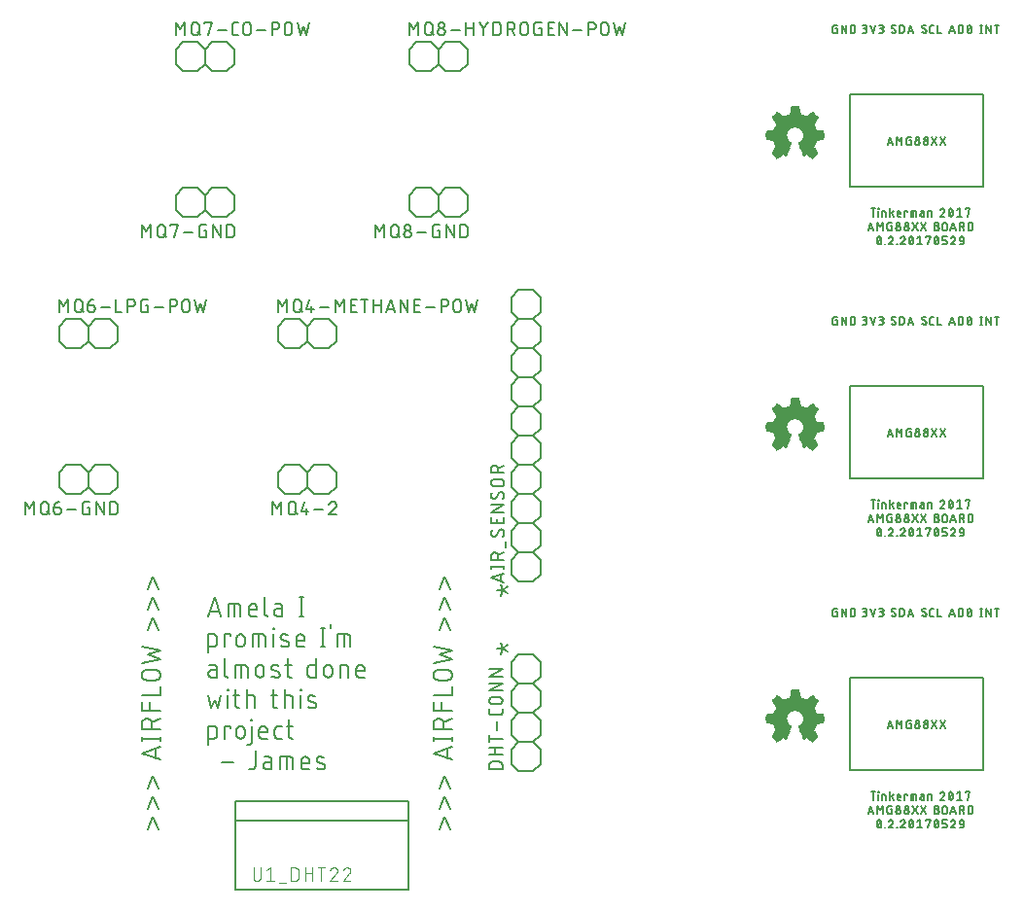
<source format=gto>
G75*
%MOIN*%
%OFA0B0*%
%FSLAX25Y25*%
%IPPOS*%
%LPD*%
%AMOC8*
5,1,8,0,0,1.08239X$1,22.5*
%
%ADD10R,0.00200X0.00100*%
%ADD11R,0.00500X0.00100*%
%ADD12R,0.00700X0.00100*%
%ADD13R,0.01000X0.00100*%
%ADD14R,0.01200X0.00100*%
%ADD15R,0.01500X0.00100*%
%ADD16R,0.01700X0.00100*%
%ADD17R,0.02000X0.00100*%
%ADD18R,0.02200X0.00100*%
%ADD19R,0.02500X0.00100*%
%ADD20R,0.02700X0.00100*%
%ADD21R,0.03000X0.00100*%
%ADD22R,0.03200X0.00100*%
%ADD23R,0.03400X0.00100*%
%ADD24R,0.04900X0.00100*%
%ADD25R,0.05100X0.00100*%
%ADD26R,0.05200X0.00100*%
%ADD27R,0.05400X0.00100*%
%ADD28R,0.05500X0.00100*%
%ADD29R,0.05300X0.00100*%
%ADD30R,0.05000X0.00100*%
%ADD31R,0.05600X0.00100*%
%ADD32R,0.05700X0.00100*%
%ADD33R,0.05800X0.00100*%
%ADD34R,0.05900X0.00100*%
%ADD35R,0.06000X0.00100*%
%ADD36R,0.06300X0.00100*%
%ADD37R,0.06800X0.00100*%
%ADD38R,0.06700X0.00100*%
%ADD39R,0.07200X0.00100*%
%ADD40R,0.07600X0.00100*%
%ADD41R,0.07500X0.00100*%
%ADD42R,0.07400X0.00100*%
%ADD43R,0.07300X0.00100*%
%ADD44R,0.06200X0.00100*%
%ADD45R,0.06600X0.00100*%
%ADD46R,0.13800X0.00100*%
%ADD47R,0.13600X0.00100*%
%ADD48R,0.13400X0.00100*%
%ADD49R,0.13200X0.00100*%
%ADD50R,0.13000X0.00100*%
%ADD51R,0.14000X0.00100*%
%ADD52R,0.14200X0.00100*%
%ADD53R,0.14400X0.00100*%
%ADD54R,0.14600X0.00100*%
%ADD55R,0.14800X0.00100*%
%ADD56R,0.15000X0.00100*%
%ADD57R,0.15200X0.00100*%
%ADD58R,0.15400X0.00100*%
%ADD59R,0.15600X0.00100*%
%ADD60R,0.15800X0.00100*%
%ADD61R,0.16000X0.00100*%
%ADD62R,0.03700X0.00100*%
%ADD63R,0.03500X0.00100*%
%ADD64R,0.02900X0.00100*%
%ADD65R,0.04800X0.00100*%
%ADD66R,0.04200X0.00100*%
%ADD67R,0.03800X0.00100*%
%ADD68R,0.03600X0.00100*%
%ADD69R,0.02800X0.00100*%
%ADD70C,0.00500*%
%ADD71C,0.00600*%
%ADD72C,0.00400*%
D10*
X0272173Y0055933D03*
X0275273Y0056833D03*
X0281273Y0056833D03*
X0284373Y0055933D03*
X0284373Y0071833D03*
X0272173Y0071833D03*
X0272173Y0155933D03*
X0275273Y0156833D03*
X0281273Y0156833D03*
X0284373Y0155933D03*
X0284373Y0171833D03*
X0272173Y0171833D03*
X0272173Y0255933D03*
X0275273Y0256833D03*
X0281273Y0256833D03*
X0284373Y0255933D03*
X0284373Y0271833D03*
X0272173Y0271833D03*
D11*
X0272223Y0271733D03*
X0284323Y0271733D03*
X0281323Y0256933D03*
X0284323Y0256033D03*
X0275223Y0256933D03*
X0272223Y0256033D03*
X0272223Y0171733D03*
X0284323Y0171733D03*
X0281323Y0156933D03*
X0284323Y0156033D03*
X0275223Y0156933D03*
X0272223Y0156033D03*
X0272223Y0071733D03*
X0284323Y0071733D03*
X0281323Y0056933D03*
X0284323Y0056033D03*
X0275223Y0056933D03*
X0272223Y0056033D03*
D12*
X0272223Y0056133D03*
X0275123Y0057033D03*
X0281423Y0057033D03*
X0284323Y0056133D03*
X0284323Y0071633D03*
X0272223Y0071633D03*
X0272223Y0156133D03*
X0275123Y0157033D03*
X0281423Y0157033D03*
X0284323Y0156133D03*
X0284323Y0171633D03*
X0272223Y0171633D03*
X0272223Y0256133D03*
X0275123Y0257033D03*
X0281423Y0257033D03*
X0284323Y0256133D03*
X0284323Y0271633D03*
X0272223Y0271633D03*
D13*
X0272273Y0271533D03*
X0284273Y0271533D03*
X0281473Y0257133D03*
X0284273Y0256233D03*
X0275073Y0257133D03*
X0272273Y0256233D03*
X0272273Y0171533D03*
X0284273Y0171533D03*
X0281473Y0157133D03*
X0284273Y0156233D03*
X0275073Y0157133D03*
X0272273Y0156233D03*
X0272273Y0071533D03*
X0284273Y0071533D03*
X0281473Y0057133D03*
X0284273Y0056233D03*
X0275073Y0057133D03*
X0272273Y0056233D03*
D14*
X0272273Y0056333D03*
X0274973Y0057233D03*
X0281573Y0057233D03*
X0284273Y0056333D03*
X0284273Y0071433D03*
X0272273Y0071433D03*
X0272273Y0156333D03*
X0274973Y0157233D03*
X0281573Y0157233D03*
X0284273Y0156333D03*
X0284273Y0171433D03*
X0272273Y0171433D03*
X0272273Y0256333D03*
X0274973Y0257233D03*
X0281573Y0257233D03*
X0284273Y0256333D03*
X0284273Y0271433D03*
X0272273Y0271433D03*
D15*
X0272323Y0271333D03*
X0284223Y0271333D03*
X0284223Y0256433D03*
X0272323Y0256433D03*
X0272323Y0171333D03*
X0284223Y0171333D03*
X0284223Y0156433D03*
X0272323Y0156433D03*
X0272323Y0071333D03*
X0284223Y0071333D03*
X0284223Y0056433D03*
X0272323Y0056433D03*
D16*
X0272323Y0056533D03*
X0284223Y0056533D03*
X0284223Y0071233D03*
X0272323Y0071233D03*
X0272323Y0156533D03*
X0284223Y0156533D03*
X0284223Y0171233D03*
X0272323Y0171233D03*
X0272323Y0256533D03*
X0284223Y0256533D03*
X0284223Y0271233D03*
X0272323Y0271233D03*
D17*
X0272373Y0271133D03*
X0284173Y0271133D03*
X0284173Y0256633D03*
X0272373Y0256633D03*
X0272373Y0171133D03*
X0284173Y0171133D03*
X0284173Y0156633D03*
X0272373Y0156633D03*
X0272373Y0071133D03*
X0284173Y0071133D03*
X0284173Y0056633D03*
X0272373Y0056633D03*
D18*
X0272373Y0056733D03*
X0284173Y0056733D03*
X0284173Y0071033D03*
X0272373Y0071033D03*
X0272373Y0156733D03*
X0284173Y0156733D03*
X0284173Y0171033D03*
X0272373Y0171033D03*
X0272373Y0256733D03*
X0284173Y0256733D03*
X0284173Y0271033D03*
X0272373Y0271033D03*
D19*
X0272423Y0270933D03*
X0284123Y0270933D03*
X0284123Y0256833D03*
X0272423Y0256833D03*
X0272423Y0170933D03*
X0284123Y0170933D03*
X0284123Y0156833D03*
X0272423Y0156833D03*
X0272423Y0070933D03*
X0284123Y0070933D03*
X0284123Y0056833D03*
X0272423Y0056833D03*
D20*
X0272423Y0056933D03*
X0284123Y0056933D03*
X0284123Y0070833D03*
X0272423Y0070833D03*
X0272423Y0156933D03*
X0284123Y0156933D03*
X0284123Y0170833D03*
X0272423Y0170833D03*
X0272423Y0256933D03*
X0284123Y0256933D03*
X0284123Y0270833D03*
X0272423Y0270833D03*
D21*
X0278273Y0273033D03*
X0278273Y0273133D03*
X0278273Y0273233D03*
X0278273Y0273333D03*
X0278273Y0273433D03*
X0284073Y0257033D03*
X0272473Y0257033D03*
X0278273Y0173433D03*
X0278273Y0173333D03*
X0278273Y0173233D03*
X0278273Y0173133D03*
X0278273Y0173033D03*
X0284073Y0157033D03*
X0272473Y0157033D03*
X0278273Y0073433D03*
X0278273Y0073333D03*
X0278273Y0073233D03*
X0278273Y0073133D03*
X0278273Y0073033D03*
X0284073Y0057033D03*
X0272473Y0057033D03*
D22*
X0272473Y0057133D03*
X0284073Y0057133D03*
X0284073Y0070633D03*
X0278273Y0072433D03*
X0278273Y0072533D03*
X0278273Y0072633D03*
X0278273Y0072733D03*
X0278273Y0072833D03*
X0278273Y0072933D03*
X0272473Y0070633D03*
X0272473Y0157133D03*
X0284073Y0157133D03*
X0284073Y0170633D03*
X0278273Y0172433D03*
X0278273Y0172533D03*
X0278273Y0172633D03*
X0278273Y0172733D03*
X0278273Y0172833D03*
X0278273Y0172933D03*
X0272473Y0170633D03*
X0272473Y0257133D03*
X0284073Y0257133D03*
X0284073Y0270633D03*
X0278273Y0272433D03*
X0278273Y0272533D03*
X0278273Y0272633D03*
X0278273Y0272733D03*
X0278273Y0272833D03*
X0278273Y0272933D03*
X0272473Y0270633D03*
D23*
X0278273Y0271933D03*
X0278273Y0272033D03*
X0278273Y0272133D03*
X0278273Y0272233D03*
X0278273Y0272333D03*
X0284073Y0257233D03*
X0272473Y0257233D03*
X0278273Y0172333D03*
X0278273Y0172233D03*
X0278273Y0172133D03*
X0278273Y0172033D03*
X0278273Y0171933D03*
X0284073Y0157233D03*
X0272473Y0157233D03*
X0278273Y0072333D03*
X0278273Y0072233D03*
X0278273Y0072133D03*
X0278273Y0072033D03*
X0278273Y0071933D03*
X0284073Y0057233D03*
X0272473Y0057233D03*
D24*
X0273123Y0057333D03*
X0283423Y0057333D03*
X0283423Y0157333D03*
X0273123Y0157333D03*
X0273123Y0257333D03*
X0283423Y0257333D03*
D25*
X0283423Y0257433D03*
X0282723Y0259233D03*
X0282623Y0259433D03*
X0282523Y0259633D03*
X0282323Y0260033D03*
X0282323Y0260133D03*
X0274223Y0260133D03*
X0274223Y0260033D03*
X0274023Y0259633D03*
X0273923Y0259433D03*
X0273823Y0259233D03*
X0273123Y0257433D03*
X0274223Y0160133D03*
X0274223Y0160033D03*
X0274023Y0159633D03*
X0273923Y0159433D03*
X0273823Y0159233D03*
X0273123Y0157433D03*
X0282323Y0160033D03*
X0282323Y0160133D03*
X0282523Y0159633D03*
X0282623Y0159433D03*
X0282723Y0159233D03*
X0283423Y0157433D03*
X0282323Y0060133D03*
X0282323Y0060033D03*
X0282523Y0059633D03*
X0282623Y0059433D03*
X0282723Y0059233D03*
X0283423Y0057433D03*
X0274223Y0060033D03*
X0274223Y0060133D03*
X0274023Y0059633D03*
X0273923Y0059433D03*
X0273823Y0059233D03*
X0273123Y0057433D03*
D26*
X0273073Y0057533D03*
X0273673Y0059033D03*
X0273773Y0059133D03*
X0273873Y0059333D03*
X0273973Y0059533D03*
X0274173Y0060233D03*
X0282373Y0060233D03*
X0282573Y0059533D03*
X0282673Y0059333D03*
X0282773Y0059133D03*
X0282873Y0059033D03*
X0283473Y0057533D03*
X0278273Y0070833D03*
X0283473Y0157533D03*
X0282873Y0159033D03*
X0282773Y0159133D03*
X0282673Y0159333D03*
X0282573Y0159533D03*
X0282373Y0160233D03*
X0274173Y0160233D03*
X0273973Y0159533D03*
X0273873Y0159333D03*
X0273773Y0159133D03*
X0273673Y0159033D03*
X0273073Y0157533D03*
X0278273Y0170833D03*
X0283473Y0257533D03*
X0282873Y0259033D03*
X0282773Y0259133D03*
X0282673Y0259333D03*
X0282573Y0259533D03*
X0282373Y0260233D03*
X0274173Y0260233D03*
X0273973Y0259533D03*
X0273873Y0259333D03*
X0273773Y0259133D03*
X0273673Y0259033D03*
X0273073Y0257533D03*
X0278273Y0270833D03*
D27*
X0282873Y0265933D03*
X0283073Y0262033D03*
X0282973Y0261933D03*
X0282873Y0261833D03*
X0282373Y0260433D03*
X0283073Y0258633D03*
X0283173Y0258433D03*
X0283273Y0258233D03*
X0283473Y0257633D03*
X0274173Y0260433D03*
X0273673Y0261833D03*
X0273573Y0261933D03*
X0273473Y0262033D03*
X0273473Y0258633D03*
X0273373Y0258433D03*
X0273273Y0258233D03*
X0273073Y0257633D03*
X0273673Y0265933D03*
X0273673Y0165933D03*
X0273473Y0162033D03*
X0273573Y0161933D03*
X0273673Y0161833D03*
X0274173Y0160433D03*
X0273473Y0158633D03*
X0273373Y0158433D03*
X0273273Y0158233D03*
X0273073Y0157633D03*
X0282373Y0160433D03*
X0282873Y0161833D03*
X0282973Y0161933D03*
X0283073Y0162033D03*
X0283073Y0158633D03*
X0283173Y0158433D03*
X0283273Y0158233D03*
X0283473Y0157633D03*
X0282873Y0165933D03*
X0282873Y0065933D03*
X0283073Y0062033D03*
X0282973Y0061933D03*
X0282873Y0061833D03*
X0282373Y0060433D03*
X0283073Y0058633D03*
X0283173Y0058433D03*
X0283273Y0058233D03*
X0283473Y0057633D03*
X0274173Y0060433D03*
X0273673Y0061833D03*
X0273573Y0061933D03*
X0273473Y0062033D03*
X0273473Y0058633D03*
X0273373Y0058433D03*
X0273273Y0058233D03*
X0273073Y0057633D03*
X0273673Y0065933D03*
D28*
X0273823Y0066033D03*
X0273723Y0061733D03*
X0273823Y0061633D03*
X0274223Y0060633D03*
X0274223Y0060533D03*
X0273323Y0058333D03*
X0273223Y0058133D03*
X0273123Y0058033D03*
X0273123Y0057933D03*
X0273023Y0057833D03*
X0273023Y0057733D03*
X0282323Y0060533D03*
X0282323Y0060633D03*
X0282723Y0061633D03*
X0282823Y0061733D03*
X0283223Y0058333D03*
X0283323Y0058133D03*
X0283423Y0058033D03*
X0283423Y0057933D03*
X0283523Y0057833D03*
X0283523Y0057733D03*
X0282723Y0066033D03*
X0283523Y0157733D03*
X0283523Y0157833D03*
X0283423Y0157933D03*
X0283423Y0158033D03*
X0283323Y0158133D03*
X0283223Y0158333D03*
X0282323Y0160533D03*
X0282323Y0160633D03*
X0282723Y0161633D03*
X0282823Y0161733D03*
X0282723Y0166033D03*
X0273823Y0166033D03*
X0273723Y0161733D03*
X0273823Y0161633D03*
X0274223Y0160633D03*
X0274223Y0160533D03*
X0273323Y0158333D03*
X0273223Y0158133D03*
X0273123Y0158033D03*
X0273123Y0157933D03*
X0273023Y0157833D03*
X0273023Y0157733D03*
X0273023Y0257733D03*
X0273023Y0257833D03*
X0273123Y0257933D03*
X0273123Y0258033D03*
X0273223Y0258133D03*
X0273323Y0258333D03*
X0274223Y0260533D03*
X0274223Y0260633D03*
X0273823Y0261633D03*
X0273723Y0261733D03*
X0273823Y0266033D03*
X0282723Y0266033D03*
X0282823Y0261733D03*
X0282723Y0261633D03*
X0282323Y0260633D03*
X0282323Y0260533D03*
X0283223Y0258333D03*
X0283323Y0258133D03*
X0283423Y0258033D03*
X0283423Y0257933D03*
X0283523Y0257833D03*
X0283523Y0257733D03*
D29*
X0283123Y0258533D03*
X0283023Y0258733D03*
X0282923Y0258833D03*
X0282923Y0258933D03*
X0282323Y0260333D03*
X0283023Y0265733D03*
X0282923Y0265833D03*
X0273623Y0265833D03*
X0273523Y0265733D03*
X0274223Y0260333D03*
X0273623Y0258933D03*
X0273623Y0258833D03*
X0273523Y0258733D03*
X0273423Y0258533D03*
X0273623Y0165833D03*
X0273523Y0165733D03*
X0274223Y0160333D03*
X0273623Y0158933D03*
X0273623Y0158833D03*
X0273523Y0158733D03*
X0273423Y0158533D03*
X0282323Y0160333D03*
X0282923Y0158933D03*
X0282923Y0158833D03*
X0283023Y0158733D03*
X0283123Y0158533D03*
X0283023Y0165733D03*
X0282923Y0165833D03*
X0282923Y0065833D03*
X0283023Y0065733D03*
X0282323Y0060333D03*
X0282923Y0058933D03*
X0282923Y0058833D03*
X0283023Y0058733D03*
X0283123Y0058533D03*
X0274223Y0060333D03*
X0273623Y0058933D03*
X0273623Y0058833D03*
X0273523Y0058733D03*
X0273423Y0058533D03*
X0273523Y0065733D03*
X0273623Y0065833D03*
D30*
X0274173Y0059933D03*
X0274173Y0059833D03*
X0274073Y0059733D03*
X0282373Y0059833D03*
X0282373Y0059933D03*
X0282473Y0059733D03*
X0282473Y0159733D03*
X0282373Y0159833D03*
X0282373Y0159933D03*
X0274173Y0159933D03*
X0274173Y0159833D03*
X0274073Y0159733D03*
X0274073Y0259733D03*
X0274173Y0259833D03*
X0274173Y0259933D03*
X0282373Y0259933D03*
X0282373Y0259833D03*
X0282473Y0259733D03*
D31*
X0282373Y0260733D03*
X0282673Y0266133D03*
X0282573Y0266233D03*
X0273973Y0266233D03*
X0273873Y0266133D03*
X0274173Y0260733D03*
X0273973Y0166233D03*
X0273873Y0166133D03*
X0274173Y0160733D03*
X0282373Y0160733D03*
X0282673Y0166133D03*
X0282573Y0166233D03*
X0282573Y0066233D03*
X0282673Y0066133D03*
X0282373Y0060733D03*
X0274173Y0060733D03*
X0273873Y0066133D03*
X0273973Y0066233D03*
D32*
X0273923Y0061533D03*
X0274223Y0060833D03*
X0282323Y0060833D03*
X0282623Y0061533D03*
X0282323Y0160833D03*
X0282623Y0161533D03*
X0274223Y0160833D03*
X0273923Y0161533D03*
X0274223Y0260833D03*
X0273923Y0261533D03*
X0282323Y0260833D03*
X0282623Y0261533D03*
D33*
X0282573Y0261433D03*
X0282373Y0260933D03*
X0283373Y0262133D03*
X0282473Y0266333D03*
X0278273Y0270733D03*
X0274073Y0266333D03*
X0273173Y0262133D03*
X0273973Y0261433D03*
X0274173Y0260933D03*
X0278273Y0170733D03*
X0282473Y0166333D03*
X0283373Y0162133D03*
X0282573Y0161433D03*
X0282373Y0160933D03*
X0274173Y0160933D03*
X0273973Y0161433D03*
X0273173Y0162133D03*
X0274073Y0166333D03*
X0278273Y0070733D03*
X0282473Y0066333D03*
X0283373Y0062133D03*
X0282573Y0061433D03*
X0282373Y0060933D03*
X0274173Y0060933D03*
X0273973Y0061433D03*
X0273173Y0062133D03*
X0274073Y0066333D03*
D34*
X0274223Y0066433D03*
X0273223Y0065633D03*
X0274123Y0061333D03*
X0274223Y0061133D03*
X0274223Y0061033D03*
X0282323Y0061033D03*
X0282323Y0061133D03*
X0282423Y0061333D03*
X0283323Y0065633D03*
X0282323Y0066433D03*
X0282323Y0161033D03*
X0282323Y0161133D03*
X0282423Y0161333D03*
X0283323Y0165633D03*
X0282323Y0166433D03*
X0274223Y0166433D03*
X0273223Y0165633D03*
X0274123Y0161333D03*
X0274223Y0161133D03*
X0274223Y0161033D03*
X0274223Y0261033D03*
X0274223Y0261133D03*
X0274123Y0261333D03*
X0273223Y0265633D03*
X0274223Y0266433D03*
X0282323Y0266433D03*
X0283323Y0265633D03*
X0282423Y0261333D03*
X0282323Y0261133D03*
X0282323Y0261033D03*
D35*
X0282373Y0261233D03*
X0274173Y0261233D03*
X0274173Y0161233D03*
X0282373Y0161233D03*
X0282373Y0061233D03*
X0274173Y0061233D03*
D36*
X0272823Y0062233D03*
X0272923Y0065533D03*
X0283623Y0065533D03*
X0283723Y0062233D03*
X0283723Y0162233D03*
X0283623Y0165533D03*
X0272923Y0165533D03*
X0272823Y0162233D03*
X0272823Y0262233D03*
X0272923Y0265533D03*
X0283623Y0265533D03*
X0283723Y0262233D03*
D37*
X0283973Y0265433D03*
X0278273Y0270533D03*
X0272573Y0265433D03*
X0272573Y0262333D03*
X0278273Y0170533D03*
X0283973Y0165433D03*
X0272573Y0165433D03*
X0272573Y0162333D03*
X0278273Y0070533D03*
X0283973Y0065433D03*
X0272573Y0065433D03*
X0272573Y0062333D03*
D38*
X0283923Y0062333D03*
X0283923Y0162333D03*
X0283923Y0262333D03*
D39*
X0284273Y0262433D03*
X0284673Y0263433D03*
X0284673Y0263533D03*
X0284673Y0263633D03*
X0284673Y0263733D03*
X0284673Y0263833D03*
X0284673Y0263933D03*
X0284673Y0264033D03*
X0284673Y0264133D03*
X0284673Y0264233D03*
X0284673Y0264333D03*
X0284273Y0265333D03*
X0278273Y0270433D03*
X0272273Y0265333D03*
X0271873Y0264333D03*
X0271873Y0264233D03*
X0271873Y0264133D03*
X0271873Y0264033D03*
X0271873Y0263933D03*
X0271873Y0263833D03*
X0271873Y0263733D03*
X0271873Y0263633D03*
X0271873Y0263533D03*
X0271873Y0263433D03*
X0272273Y0262433D03*
X0278273Y0170433D03*
X0284273Y0165333D03*
X0284673Y0164333D03*
X0284673Y0164233D03*
X0284673Y0164133D03*
X0284673Y0164033D03*
X0284673Y0163933D03*
X0284673Y0163833D03*
X0284673Y0163733D03*
X0284673Y0163633D03*
X0284673Y0163533D03*
X0284673Y0163433D03*
X0284273Y0162433D03*
X0272273Y0162433D03*
X0271873Y0163433D03*
X0271873Y0163533D03*
X0271873Y0163633D03*
X0271873Y0163733D03*
X0271873Y0163833D03*
X0271873Y0163933D03*
X0271873Y0164033D03*
X0271873Y0164133D03*
X0271873Y0164233D03*
X0271873Y0164333D03*
X0272273Y0165333D03*
X0278273Y0070433D03*
X0284273Y0065333D03*
X0284673Y0064333D03*
X0284673Y0064233D03*
X0284673Y0064133D03*
X0284673Y0064033D03*
X0284673Y0063933D03*
X0284673Y0063833D03*
X0284673Y0063733D03*
X0284673Y0063633D03*
X0284673Y0063533D03*
X0284673Y0063433D03*
X0284273Y0062433D03*
X0272273Y0062433D03*
X0271873Y0063433D03*
X0271873Y0063533D03*
X0271873Y0063633D03*
X0271873Y0063733D03*
X0271873Y0063833D03*
X0271873Y0063933D03*
X0271873Y0064033D03*
X0271873Y0064133D03*
X0271873Y0064233D03*
X0271873Y0064333D03*
X0272273Y0065333D03*
D40*
X0272073Y0065233D03*
X0272073Y0062533D03*
X0284473Y0062533D03*
X0284473Y0065233D03*
X0284473Y0162533D03*
X0284473Y0165233D03*
X0272073Y0165233D03*
X0272073Y0162533D03*
X0272073Y0262533D03*
X0272073Y0265233D03*
X0284473Y0265233D03*
X0284473Y0262533D03*
D41*
X0284523Y0262633D03*
X0284523Y0262733D03*
X0284523Y0265033D03*
X0284523Y0265133D03*
X0272023Y0265133D03*
X0272023Y0265033D03*
X0272023Y0262733D03*
X0272023Y0262633D03*
X0272023Y0165133D03*
X0272023Y0165033D03*
X0272023Y0162733D03*
X0272023Y0162633D03*
X0284523Y0162633D03*
X0284523Y0162733D03*
X0284523Y0165033D03*
X0284523Y0165133D03*
X0284523Y0065133D03*
X0284523Y0065033D03*
X0284523Y0062733D03*
X0284523Y0062633D03*
X0272023Y0062633D03*
X0272023Y0062733D03*
X0272023Y0065033D03*
X0272023Y0065133D03*
D42*
X0271973Y0064933D03*
X0271973Y0064833D03*
X0271973Y0064733D03*
X0271973Y0062933D03*
X0271973Y0062833D03*
X0284573Y0062833D03*
X0284573Y0062933D03*
X0284573Y0064733D03*
X0284573Y0064833D03*
X0284573Y0064933D03*
X0284573Y0162833D03*
X0284573Y0162933D03*
X0284573Y0164733D03*
X0284573Y0164833D03*
X0284573Y0164933D03*
X0271973Y0164933D03*
X0271973Y0164833D03*
X0271973Y0164733D03*
X0271973Y0162933D03*
X0271973Y0162833D03*
X0271973Y0262833D03*
X0271973Y0262933D03*
X0271973Y0264733D03*
X0271973Y0264833D03*
X0271973Y0264933D03*
X0284573Y0264933D03*
X0284573Y0264833D03*
X0284573Y0264733D03*
X0284573Y0262933D03*
X0284573Y0262833D03*
D43*
X0284623Y0263033D03*
X0284623Y0263133D03*
X0284623Y0263233D03*
X0284623Y0263333D03*
X0284623Y0264433D03*
X0284623Y0264533D03*
X0284623Y0264633D03*
X0271923Y0264633D03*
X0271923Y0264533D03*
X0271923Y0264433D03*
X0271923Y0263333D03*
X0271923Y0263233D03*
X0271923Y0263133D03*
X0271923Y0263033D03*
X0271923Y0164633D03*
X0271923Y0164533D03*
X0271923Y0164433D03*
X0271923Y0163333D03*
X0271923Y0163233D03*
X0271923Y0163133D03*
X0271923Y0163033D03*
X0284623Y0163033D03*
X0284623Y0163133D03*
X0284623Y0163233D03*
X0284623Y0163333D03*
X0284623Y0164433D03*
X0284623Y0164533D03*
X0284623Y0164633D03*
X0284623Y0064633D03*
X0284623Y0064533D03*
X0284623Y0064433D03*
X0284623Y0063333D03*
X0284623Y0063233D03*
X0284623Y0063133D03*
X0284623Y0063033D03*
X0271923Y0063033D03*
X0271923Y0063133D03*
X0271923Y0063233D03*
X0271923Y0063333D03*
X0271923Y0064433D03*
X0271923Y0064533D03*
X0271923Y0064633D03*
D44*
X0274373Y0066533D03*
X0278273Y0070633D03*
X0282173Y0066533D03*
X0282173Y0166533D03*
X0278273Y0170633D03*
X0274373Y0166533D03*
X0274373Y0266533D03*
X0278273Y0270633D03*
X0282173Y0266533D03*
D45*
X0281973Y0266633D03*
X0274573Y0266633D03*
X0274573Y0166633D03*
X0281973Y0166633D03*
X0281973Y0066633D03*
X0274573Y0066633D03*
D46*
X0278273Y0066733D03*
X0278273Y0066833D03*
X0278273Y0068233D03*
X0278273Y0068333D03*
X0278273Y0166733D03*
X0278273Y0166833D03*
X0278273Y0168233D03*
X0278273Y0168333D03*
X0278273Y0266733D03*
X0278273Y0266833D03*
X0278273Y0268233D03*
X0278273Y0268333D03*
D47*
X0278273Y0268133D03*
X0278273Y0267033D03*
X0278273Y0266933D03*
X0278273Y0168133D03*
X0278273Y0167033D03*
X0278273Y0166933D03*
X0278273Y0068133D03*
X0278273Y0067033D03*
X0278273Y0066933D03*
D48*
X0278273Y0067133D03*
X0278273Y0067233D03*
X0278273Y0067333D03*
X0278273Y0068033D03*
X0278273Y0167133D03*
X0278273Y0167233D03*
X0278273Y0167333D03*
X0278273Y0168033D03*
X0278273Y0267133D03*
X0278273Y0267233D03*
X0278273Y0267333D03*
X0278273Y0268033D03*
D49*
X0278273Y0267933D03*
X0278273Y0267833D03*
X0278273Y0267533D03*
X0278273Y0267433D03*
X0278273Y0167933D03*
X0278273Y0167833D03*
X0278273Y0167533D03*
X0278273Y0167433D03*
X0278273Y0067933D03*
X0278273Y0067833D03*
X0278273Y0067533D03*
X0278273Y0067433D03*
D50*
X0278273Y0067633D03*
X0278273Y0067733D03*
X0278273Y0167633D03*
X0278273Y0167733D03*
X0278273Y0267633D03*
X0278273Y0267733D03*
D51*
X0278273Y0268433D03*
X0278273Y0168433D03*
X0278273Y0068433D03*
D52*
X0278273Y0068533D03*
X0278273Y0068633D03*
X0278273Y0168533D03*
X0278273Y0168633D03*
X0278273Y0268533D03*
X0278273Y0268633D03*
D53*
X0278273Y0268733D03*
X0278273Y0168733D03*
X0278273Y0068733D03*
D54*
X0278273Y0068833D03*
X0278273Y0068933D03*
X0278273Y0168833D03*
X0278273Y0168933D03*
X0278273Y0268833D03*
X0278273Y0268933D03*
D55*
X0278273Y0269033D03*
X0278273Y0169033D03*
X0278273Y0069033D03*
D56*
X0278273Y0069133D03*
X0278273Y0069233D03*
X0278273Y0169133D03*
X0278273Y0169233D03*
X0278273Y0269133D03*
X0278273Y0269233D03*
D57*
X0278273Y0269333D03*
X0278273Y0169333D03*
X0278273Y0069333D03*
D58*
X0278273Y0069433D03*
X0278273Y0069533D03*
X0278273Y0070333D03*
X0278273Y0169433D03*
X0278273Y0169533D03*
X0278273Y0170333D03*
X0278273Y0269433D03*
X0278273Y0269533D03*
X0278273Y0270333D03*
D59*
X0278273Y0270233D03*
X0278273Y0269633D03*
X0278273Y0170233D03*
X0278273Y0169633D03*
X0278273Y0070233D03*
X0278273Y0069633D03*
D60*
X0278273Y0069733D03*
X0278273Y0069833D03*
X0278273Y0070133D03*
X0278273Y0169733D03*
X0278273Y0169833D03*
X0278273Y0170133D03*
X0278273Y0269733D03*
X0278273Y0269833D03*
X0278273Y0270133D03*
D61*
X0278273Y0270033D03*
X0278273Y0269933D03*
X0278273Y0170033D03*
X0278273Y0169933D03*
X0278273Y0070033D03*
X0278273Y0069933D03*
D62*
X0284023Y0070433D03*
X0272523Y0070433D03*
X0272523Y0170433D03*
X0284023Y0170433D03*
X0284023Y0270433D03*
X0272523Y0270433D03*
D63*
X0272523Y0270533D03*
X0284023Y0270533D03*
X0284023Y0170533D03*
X0272523Y0170533D03*
X0272523Y0070533D03*
X0284023Y0070533D03*
D64*
X0284123Y0070733D03*
X0272423Y0070733D03*
X0272423Y0170733D03*
X0284123Y0170733D03*
X0284123Y0270733D03*
X0272423Y0270733D03*
D65*
X0278273Y0270933D03*
X0278273Y0170933D03*
X0278273Y0070933D03*
D66*
X0278273Y0071033D03*
X0278273Y0171033D03*
X0278273Y0271033D03*
D67*
X0278273Y0271133D03*
X0278273Y0271233D03*
X0278273Y0271333D03*
X0278273Y0171333D03*
X0278273Y0171233D03*
X0278273Y0171133D03*
X0278273Y0071333D03*
X0278273Y0071233D03*
X0278273Y0071133D03*
D68*
X0278273Y0071433D03*
X0278273Y0071533D03*
X0278273Y0071633D03*
X0278273Y0071733D03*
X0278273Y0071833D03*
X0278273Y0171433D03*
X0278273Y0171533D03*
X0278273Y0171633D03*
X0278273Y0171733D03*
X0278273Y0171833D03*
X0278273Y0271433D03*
X0278273Y0271533D03*
X0278273Y0271633D03*
X0278273Y0271733D03*
X0278273Y0271833D03*
D69*
X0278273Y0273533D03*
X0278273Y0273633D03*
X0278273Y0273733D03*
X0278273Y0273833D03*
X0278273Y0173833D03*
X0278273Y0173733D03*
X0278273Y0173633D03*
X0278273Y0173533D03*
X0278273Y0073833D03*
X0278273Y0073733D03*
X0278273Y0073633D03*
X0278273Y0073533D03*
D70*
X0297000Y0077996D02*
X0297000Y0046500D01*
X0342669Y0046500D01*
X0342669Y0077996D01*
X0297000Y0077996D01*
X0310811Y0063598D02*
X0311711Y0060898D01*
X0311486Y0061573D02*
X0310136Y0061573D01*
X0309911Y0060898D02*
X0310811Y0063598D01*
X0313079Y0063598D02*
X0313979Y0062098D01*
X0314879Y0063598D01*
X0314879Y0060898D01*
X0316493Y0061498D02*
X0316493Y0062998D01*
X0316495Y0063045D01*
X0316500Y0063092D01*
X0316510Y0063138D01*
X0316522Y0063183D01*
X0316539Y0063228D01*
X0316558Y0063270D01*
X0316581Y0063311D01*
X0316608Y0063351D01*
X0316637Y0063388D01*
X0316669Y0063422D01*
X0316703Y0063454D01*
X0316740Y0063483D01*
X0316780Y0063510D01*
X0316821Y0063533D01*
X0316863Y0063552D01*
X0316908Y0063569D01*
X0316953Y0063581D01*
X0316999Y0063591D01*
X0317046Y0063596D01*
X0317093Y0063598D01*
X0317993Y0063598D01*
X0317993Y0062398D02*
X0317993Y0060898D01*
X0317093Y0060898D01*
X0317046Y0060900D01*
X0316999Y0060905D01*
X0316953Y0060915D01*
X0316908Y0060927D01*
X0316863Y0060944D01*
X0316821Y0060963D01*
X0316780Y0060986D01*
X0316740Y0061013D01*
X0316703Y0061042D01*
X0316669Y0061074D01*
X0316637Y0061108D01*
X0316608Y0061145D01*
X0316581Y0061185D01*
X0316558Y0061226D01*
X0316539Y0061268D01*
X0316522Y0061313D01*
X0316510Y0061358D01*
X0316500Y0061404D01*
X0316495Y0061451D01*
X0316493Y0061498D01*
X0317543Y0062398D02*
X0317993Y0062398D01*
X0319619Y0062998D02*
X0319621Y0062950D01*
X0319627Y0062902D01*
X0319636Y0062854D01*
X0319650Y0062808D01*
X0319667Y0062763D01*
X0319688Y0062719D01*
X0319712Y0062677D01*
X0319739Y0062638D01*
X0319770Y0062600D01*
X0319803Y0062565D01*
X0319840Y0062533D01*
X0319878Y0062504D01*
X0319919Y0062478D01*
X0319962Y0062456D01*
X0320006Y0062437D01*
X0320052Y0062422D01*
X0320099Y0062410D01*
X0320147Y0062402D01*
X0320195Y0062398D01*
X0320243Y0062398D01*
X0320291Y0062402D01*
X0320339Y0062410D01*
X0320386Y0062422D01*
X0320432Y0062437D01*
X0320476Y0062456D01*
X0320519Y0062478D01*
X0320560Y0062504D01*
X0320598Y0062533D01*
X0320635Y0062565D01*
X0320668Y0062600D01*
X0320699Y0062638D01*
X0320726Y0062677D01*
X0320750Y0062719D01*
X0320771Y0062763D01*
X0320788Y0062808D01*
X0320802Y0062854D01*
X0320811Y0062902D01*
X0320817Y0062950D01*
X0320819Y0062998D01*
X0320817Y0063046D01*
X0320811Y0063094D01*
X0320802Y0063142D01*
X0320788Y0063188D01*
X0320771Y0063233D01*
X0320750Y0063277D01*
X0320726Y0063319D01*
X0320699Y0063358D01*
X0320668Y0063396D01*
X0320635Y0063431D01*
X0320598Y0063463D01*
X0320560Y0063492D01*
X0320519Y0063518D01*
X0320476Y0063540D01*
X0320432Y0063559D01*
X0320386Y0063574D01*
X0320339Y0063586D01*
X0320291Y0063594D01*
X0320243Y0063598D01*
X0320195Y0063598D01*
X0320147Y0063594D01*
X0320099Y0063586D01*
X0320052Y0063574D01*
X0320006Y0063559D01*
X0319962Y0063540D01*
X0319919Y0063518D01*
X0319878Y0063492D01*
X0319840Y0063463D01*
X0319803Y0063431D01*
X0319770Y0063396D01*
X0319739Y0063358D01*
X0319712Y0063319D01*
X0319688Y0063277D01*
X0319667Y0063233D01*
X0319650Y0063188D01*
X0319636Y0063142D01*
X0319627Y0063094D01*
X0319621Y0063046D01*
X0319619Y0062998D01*
X0319469Y0061648D02*
X0319471Y0061594D01*
X0319477Y0061541D01*
X0319486Y0061489D01*
X0319499Y0061437D01*
X0319516Y0061386D01*
X0319537Y0061336D01*
X0319561Y0061289D01*
X0319588Y0061243D01*
X0319619Y0061199D01*
X0319652Y0061157D01*
X0319689Y0061118D01*
X0319728Y0061081D01*
X0319770Y0061048D01*
X0319814Y0061017D01*
X0319860Y0060990D01*
X0319907Y0060966D01*
X0319957Y0060945D01*
X0320008Y0060928D01*
X0320060Y0060915D01*
X0320112Y0060906D01*
X0320165Y0060900D01*
X0320219Y0060898D01*
X0320273Y0060900D01*
X0320326Y0060906D01*
X0320378Y0060915D01*
X0320430Y0060928D01*
X0320481Y0060945D01*
X0320531Y0060966D01*
X0320578Y0060990D01*
X0320624Y0061017D01*
X0320668Y0061048D01*
X0320710Y0061081D01*
X0320749Y0061118D01*
X0320786Y0061157D01*
X0320819Y0061199D01*
X0320850Y0061243D01*
X0320877Y0061289D01*
X0320901Y0061336D01*
X0320922Y0061386D01*
X0320939Y0061437D01*
X0320952Y0061489D01*
X0320961Y0061541D01*
X0320967Y0061594D01*
X0320969Y0061648D01*
X0320967Y0061702D01*
X0320961Y0061755D01*
X0320952Y0061807D01*
X0320939Y0061859D01*
X0320922Y0061910D01*
X0320901Y0061960D01*
X0320877Y0062007D01*
X0320850Y0062053D01*
X0320819Y0062097D01*
X0320786Y0062139D01*
X0320749Y0062178D01*
X0320710Y0062215D01*
X0320668Y0062248D01*
X0320624Y0062279D01*
X0320578Y0062306D01*
X0320531Y0062330D01*
X0320481Y0062351D01*
X0320430Y0062368D01*
X0320378Y0062381D01*
X0320326Y0062390D01*
X0320273Y0062396D01*
X0320219Y0062398D01*
X0320165Y0062396D01*
X0320112Y0062390D01*
X0320060Y0062381D01*
X0320008Y0062368D01*
X0319957Y0062351D01*
X0319907Y0062330D01*
X0319860Y0062306D01*
X0319814Y0062279D01*
X0319770Y0062248D01*
X0319728Y0062215D01*
X0319689Y0062178D01*
X0319652Y0062139D01*
X0319619Y0062097D01*
X0319588Y0062053D01*
X0319561Y0062007D01*
X0319537Y0061960D01*
X0319516Y0061910D01*
X0319499Y0061859D01*
X0319486Y0061807D01*
X0319477Y0061755D01*
X0319471Y0061702D01*
X0319469Y0061648D01*
X0322349Y0061648D02*
X0322351Y0061594D01*
X0322357Y0061541D01*
X0322366Y0061489D01*
X0322379Y0061437D01*
X0322396Y0061386D01*
X0322417Y0061336D01*
X0322441Y0061289D01*
X0322468Y0061243D01*
X0322499Y0061199D01*
X0322532Y0061157D01*
X0322569Y0061118D01*
X0322608Y0061081D01*
X0322650Y0061048D01*
X0322694Y0061017D01*
X0322740Y0060990D01*
X0322787Y0060966D01*
X0322837Y0060945D01*
X0322888Y0060928D01*
X0322940Y0060915D01*
X0322992Y0060906D01*
X0323045Y0060900D01*
X0323099Y0060898D01*
X0323153Y0060900D01*
X0323206Y0060906D01*
X0323258Y0060915D01*
X0323310Y0060928D01*
X0323361Y0060945D01*
X0323411Y0060966D01*
X0323458Y0060990D01*
X0323504Y0061017D01*
X0323548Y0061048D01*
X0323590Y0061081D01*
X0323629Y0061118D01*
X0323666Y0061157D01*
X0323699Y0061199D01*
X0323730Y0061243D01*
X0323757Y0061289D01*
X0323781Y0061336D01*
X0323802Y0061386D01*
X0323819Y0061437D01*
X0323832Y0061489D01*
X0323841Y0061541D01*
X0323847Y0061594D01*
X0323849Y0061648D01*
X0323847Y0061702D01*
X0323841Y0061755D01*
X0323832Y0061807D01*
X0323819Y0061859D01*
X0323802Y0061910D01*
X0323781Y0061960D01*
X0323757Y0062007D01*
X0323730Y0062053D01*
X0323699Y0062097D01*
X0323666Y0062139D01*
X0323629Y0062178D01*
X0323590Y0062215D01*
X0323548Y0062248D01*
X0323504Y0062279D01*
X0323458Y0062306D01*
X0323411Y0062330D01*
X0323361Y0062351D01*
X0323310Y0062368D01*
X0323258Y0062381D01*
X0323206Y0062390D01*
X0323153Y0062396D01*
X0323099Y0062398D01*
X0323045Y0062396D01*
X0322992Y0062390D01*
X0322940Y0062381D01*
X0322888Y0062368D01*
X0322837Y0062351D01*
X0322787Y0062330D01*
X0322740Y0062306D01*
X0322694Y0062279D01*
X0322650Y0062248D01*
X0322608Y0062215D01*
X0322569Y0062178D01*
X0322532Y0062139D01*
X0322499Y0062097D01*
X0322468Y0062053D01*
X0322441Y0062007D01*
X0322417Y0061960D01*
X0322396Y0061910D01*
X0322379Y0061859D01*
X0322366Y0061807D01*
X0322357Y0061755D01*
X0322351Y0061702D01*
X0322349Y0061648D01*
X0322499Y0062998D02*
X0322501Y0062950D01*
X0322507Y0062902D01*
X0322516Y0062854D01*
X0322530Y0062808D01*
X0322547Y0062763D01*
X0322568Y0062719D01*
X0322592Y0062677D01*
X0322619Y0062638D01*
X0322650Y0062600D01*
X0322683Y0062565D01*
X0322720Y0062533D01*
X0322758Y0062504D01*
X0322799Y0062478D01*
X0322842Y0062456D01*
X0322886Y0062437D01*
X0322932Y0062422D01*
X0322979Y0062410D01*
X0323027Y0062402D01*
X0323075Y0062398D01*
X0323123Y0062398D01*
X0323171Y0062402D01*
X0323219Y0062410D01*
X0323266Y0062422D01*
X0323312Y0062437D01*
X0323356Y0062456D01*
X0323399Y0062478D01*
X0323440Y0062504D01*
X0323478Y0062533D01*
X0323515Y0062565D01*
X0323548Y0062600D01*
X0323579Y0062638D01*
X0323606Y0062677D01*
X0323630Y0062719D01*
X0323651Y0062763D01*
X0323668Y0062808D01*
X0323682Y0062854D01*
X0323691Y0062902D01*
X0323697Y0062950D01*
X0323699Y0062998D01*
X0323697Y0063046D01*
X0323691Y0063094D01*
X0323682Y0063142D01*
X0323668Y0063188D01*
X0323651Y0063233D01*
X0323630Y0063277D01*
X0323606Y0063319D01*
X0323579Y0063358D01*
X0323548Y0063396D01*
X0323515Y0063431D01*
X0323478Y0063463D01*
X0323440Y0063492D01*
X0323399Y0063518D01*
X0323356Y0063540D01*
X0323312Y0063559D01*
X0323266Y0063574D01*
X0323219Y0063586D01*
X0323171Y0063594D01*
X0323123Y0063598D01*
X0323075Y0063598D01*
X0323027Y0063594D01*
X0322979Y0063586D01*
X0322932Y0063574D01*
X0322886Y0063559D01*
X0322842Y0063540D01*
X0322799Y0063518D01*
X0322758Y0063492D01*
X0322720Y0063463D01*
X0322683Y0063431D01*
X0322650Y0063396D01*
X0322619Y0063358D01*
X0322592Y0063319D01*
X0322568Y0063277D01*
X0322547Y0063233D01*
X0322530Y0063188D01*
X0322516Y0063142D01*
X0322507Y0063094D01*
X0322501Y0063046D01*
X0322499Y0062998D01*
X0325079Y0063598D02*
X0326879Y0060898D01*
X0327959Y0060898D02*
X0329759Y0063598D01*
X0327959Y0063598D02*
X0329759Y0060898D01*
X0326879Y0063598D02*
X0325079Y0060898D01*
X0313079Y0060898D02*
X0313079Y0063598D01*
X0310895Y0039016D02*
X0310895Y0036316D01*
X0310895Y0037216D02*
X0312095Y0038116D01*
X0311420Y0037591D02*
X0312095Y0036316D01*
X0313244Y0036766D02*
X0313244Y0037516D01*
X0313244Y0037216D02*
X0314444Y0037216D01*
X0314444Y0037516D01*
X0314442Y0037564D01*
X0314436Y0037612D01*
X0314427Y0037660D01*
X0314413Y0037706D01*
X0314396Y0037751D01*
X0314375Y0037795D01*
X0314351Y0037837D01*
X0314324Y0037876D01*
X0314293Y0037914D01*
X0314260Y0037949D01*
X0314223Y0037981D01*
X0314185Y0038010D01*
X0314144Y0038036D01*
X0314101Y0038058D01*
X0314057Y0038077D01*
X0314011Y0038092D01*
X0313964Y0038104D01*
X0313916Y0038112D01*
X0313868Y0038116D01*
X0313820Y0038116D01*
X0313772Y0038112D01*
X0313724Y0038104D01*
X0313677Y0038092D01*
X0313631Y0038077D01*
X0313587Y0038058D01*
X0313544Y0038036D01*
X0313503Y0038010D01*
X0313465Y0037981D01*
X0313428Y0037949D01*
X0313395Y0037914D01*
X0313364Y0037876D01*
X0313337Y0037837D01*
X0313313Y0037795D01*
X0313292Y0037751D01*
X0313275Y0037706D01*
X0313261Y0037660D01*
X0313252Y0037612D01*
X0313246Y0037564D01*
X0313244Y0037516D01*
X0313244Y0036766D02*
X0313246Y0036724D01*
X0313252Y0036683D01*
X0313261Y0036643D01*
X0313274Y0036603D01*
X0313291Y0036565D01*
X0313311Y0036529D01*
X0313335Y0036495D01*
X0313361Y0036463D01*
X0313391Y0036433D01*
X0313423Y0036407D01*
X0313457Y0036383D01*
X0313493Y0036363D01*
X0313531Y0036346D01*
X0313571Y0036333D01*
X0313611Y0036324D01*
X0313652Y0036318D01*
X0313694Y0036316D01*
X0314444Y0036316D01*
X0315861Y0036316D02*
X0315861Y0038116D01*
X0316761Y0038116D01*
X0316761Y0037816D01*
X0317936Y0038116D02*
X0317936Y0036316D01*
X0318836Y0036316D02*
X0318836Y0038116D01*
X0319286Y0038116D02*
X0317936Y0038116D01*
X0319286Y0038116D02*
X0319328Y0038114D01*
X0319369Y0038108D01*
X0319409Y0038099D01*
X0319449Y0038086D01*
X0319487Y0038069D01*
X0319523Y0038049D01*
X0319557Y0038025D01*
X0319589Y0037999D01*
X0319619Y0037969D01*
X0319645Y0037937D01*
X0319669Y0037903D01*
X0319689Y0037867D01*
X0319706Y0037829D01*
X0319719Y0037789D01*
X0319728Y0037749D01*
X0319734Y0037708D01*
X0319736Y0037666D01*
X0319736Y0036316D01*
X0321715Y0036316D02*
X0322390Y0036316D01*
X0322390Y0037666D01*
X0322390Y0037366D02*
X0321715Y0037366D01*
X0322390Y0037666D02*
X0322388Y0037708D01*
X0322382Y0037749D01*
X0322373Y0037789D01*
X0322360Y0037829D01*
X0322343Y0037867D01*
X0322323Y0037903D01*
X0322299Y0037937D01*
X0322273Y0037969D01*
X0322243Y0037999D01*
X0322211Y0038025D01*
X0322177Y0038049D01*
X0322141Y0038069D01*
X0322103Y0038086D01*
X0322063Y0038099D01*
X0322023Y0038108D01*
X0321982Y0038114D01*
X0321940Y0038116D01*
X0321340Y0038116D01*
X0321715Y0037366D02*
X0321670Y0037364D01*
X0321626Y0037358D01*
X0321583Y0037349D01*
X0321540Y0037336D01*
X0321499Y0037319D01*
X0321459Y0037299D01*
X0321421Y0037276D01*
X0321385Y0037249D01*
X0321352Y0037220D01*
X0321321Y0037188D01*
X0321293Y0037153D01*
X0321268Y0037116D01*
X0321246Y0037077D01*
X0321228Y0037037D01*
X0321213Y0036995D01*
X0321202Y0036952D01*
X0321194Y0036908D01*
X0321190Y0036863D01*
X0321190Y0036819D01*
X0321194Y0036774D01*
X0321202Y0036730D01*
X0321213Y0036687D01*
X0321228Y0036645D01*
X0321246Y0036605D01*
X0321268Y0036566D01*
X0321293Y0036529D01*
X0321321Y0036494D01*
X0321352Y0036462D01*
X0321385Y0036433D01*
X0321421Y0036406D01*
X0321459Y0036383D01*
X0321499Y0036363D01*
X0321540Y0036346D01*
X0321583Y0036333D01*
X0321626Y0036324D01*
X0321670Y0036318D01*
X0321715Y0036316D01*
X0321371Y0034216D02*
X0323171Y0031516D01*
X0321371Y0031516D02*
X0323171Y0034216D01*
X0323900Y0036316D02*
X0323900Y0038116D01*
X0324650Y0038116D01*
X0324692Y0038114D01*
X0324733Y0038108D01*
X0324773Y0038099D01*
X0324813Y0038086D01*
X0324851Y0038069D01*
X0324887Y0038049D01*
X0324921Y0038025D01*
X0324953Y0037999D01*
X0324983Y0037969D01*
X0325009Y0037937D01*
X0325033Y0037903D01*
X0325053Y0037867D01*
X0325070Y0037829D01*
X0325083Y0037789D01*
X0325092Y0037749D01*
X0325098Y0037708D01*
X0325100Y0037666D01*
X0325100Y0036316D01*
X0326096Y0034216D02*
X0326846Y0034216D01*
X0326894Y0034214D01*
X0326942Y0034208D01*
X0326990Y0034199D01*
X0327036Y0034185D01*
X0327081Y0034168D01*
X0327125Y0034147D01*
X0327167Y0034123D01*
X0327206Y0034096D01*
X0327244Y0034065D01*
X0327279Y0034032D01*
X0327311Y0033995D01*
X0327340Y0033957D01*
X0327366Y0033916D01*
X0327388Y0033873D01*
X0327407Y0033829D01*
X0327422Y0033783D01*
X0327434Y0033736D01*
X0327442Y0033688D01*
X0327446Y0033640D01*
X0327446Y0033592D01*
X0327442Y0033544D01*
X0327434Y0033496D01*
X0327422Y0033449D01*
X0327407Y0033403D01*
X0327388Y0033359D01*
X0327366Y0033316D01*
X0327340Y0033275D01*
X0327311Y0033237D01*
X0327279Y0033200D01*
X0327244Y0033167D01*
X0327206Y0033136D01*
X0327167Y0033109D01*
X0327125Y0033085D01*
X0327081Y0033064D01*
X0327036Y0033047D01*
X0326990Y0033033D01*
X0326942Y0033024D01*
X0326894Y0033018D01*
X0326846Y0033016D01*
X0326096Y0033016D01*
X0326846Y0033016D02*
X0326900Y0033014D01*
X0326953Y0033008D01*
X0327005Y0032999D01*
X0327057Y0032986D01*
X0327108Y0032969D01*
X0327158Y0032948D01*
X0327205Y0032924D01*
X0327251Y0032897D01*
X0327295Y0032866D01*
X0327337Y0032833D01*
X0327376Y0032796D01*
X0327413Y0032757D01*
X0327446Y0032715D01*
X0327477Y0032671D01*
X0327504Y0032625D01*
X0327528Y0032578D01*
X0327549Y0032528D01*
X0327566Y0032477D01*
X0327579Y0032425D01*
X0327588Y0032373D01*
X0327594Y0032320D01*
X0327596Y0032266D01*
X0327594Y0032212D01*
X0327588Y0032159D01*
X0327579Y0032107D01*
X0327566Y0032055D01*
X0327549Y0032004D01*
X0327528Y0031954D01*
X0327504Y0031907D01*
X0327477Y0031861D01*
X0327446Y0031817D01*
X0327413Y0031775D01*
X0327376Y0031736D01*
X0327337Y0031699D01*
X0327295Y0031666D01*
X0327251Y0031635D01*
X0327205Y0031608D01*
X0327158Y0031584D01*
X0327108Y0031563D01*
X0327057Y0031546D01*
X0327005Y0031533D01*
X0326953Y0031524D01*
X0326900Y0031518D01*
X0326846Y0031516D01*
X0326096Y0031516D01*
X0326096Y0034216D01*
X0328817Y0033466D02*
X0328817Y0032266D01*
X0328819Y0032212D01*
X0328825Y0032159D01*
X0328834Y0032107D01*
X0328847Y0032055D01*
X0328864Y0032004D01*
X0328885Y0031954D01*
X0328909Y0031907D01*
X0328936Y0031861D01*
X0328967Y0031817D01*
X0329000Y0031775D01*
X0329037Y0031736D01*
X0329076Y0031699D01*
X0329118Y0031666D01*
X0329162Y0031635D01*
X0329208Y0031608D01*
X0329255Y0031584D01*
X0329305Y0031563D01*
X0329356Y0031546D01*
X0329408Y0031533D01*
X0329460Y0031524D01*
X0329513Y0031518D01*
X0329567Y0031516D01*
X0329621Y0031518D01*
X0329674Y0031524D01*
X0329726Y0031533D01*
X0329778Y0031546D01*
X0329829Y0031563D01*
X0329879Y0031584D01*
X0329926Y0031608D01*
X0329972Y0031635D01*
X0330016Y0031666D01*
X0330058Y0031699D01*
X0330097Y0031736D01*
X0330134Y0031775D01*
X0330167Y0031817D01*
X0330198Y0031861D01*
X0330225Y0031907D01*
X0330249Y0031954D01*
X0330270Y0032004D01*
X0330287Y0032055D01*
X0330300Y0032107D01*
X0330309Y0032159D01*
X0330315Y0032212D01*
X0330317Y0032266D01*
X0330317Y0033466D01*
X0330315Y0033520D01*
X0330309Y0033573D01*
X0330300Y0033625D01*
X0330287Y0033677D01*
X0330270Y0033728D01*
X0330249Y0033778D01*
X0330225Y0033825D01*
X0330198Y0033871D01*
X0330167Y0033915D01*
X0330134Y0033957D01*
X0330097Y0033996D01*
X0330058Y0034033D01*
X0330016Y0034066D01*
X0329972Y0034097D01*
X0329926Y0034124D01*
X0329879Y0034148D01*
X0329829Y0034169D01*
X0329778Y0034186D01*
X0329726Y0034199D01*
X0329674Y0034208D01*
X0329621Y0034214D01*
X0329567Y0034216D01*
X0329513Y0034214D01*
X0329460Y0034208D01*
X0329408Y0034199D01*
X0329356Y0034186D01*
X0329305Y0034169D01*
X0329255Y0034148D01*
X0329208Y0034124D01*
X0329162Y0034097D01*
X0329118Y0034066D01*
X0329076Y0034033D01*
X0329037Y0033996D01*
X0329000Y0033957D01*
X0328967Y0033915D01*
X0328936Y0033871D01*
X0328909Y0033825D01*
X0328885Y0033778D01*
X0328864Y0033728D01*
X0328847Y0033677D01*
X0328834Y0033625D01*
X0328825Y0033573D01*
X0328819Y0033520D01*
X0328817Y0033466D01*
X0328070Y0036316D02*
X0329570Y0036316D01*
X0328070Y0036316D02*
X0329345Y0037816D01*
X0328895Y0039016D02*
X0328838Y0039014D01*
X0328781Y0039008D01*
X0328724Y0038999D01*
X0328668Y0038986D01*
X0328613Y0038969D01*
X0328560Y0038949D01*
X0328508Y0038925D01*
X0328457Y0038897D01*
X0328409Y0038867D01*
X0328362Y0038833D01*
X0328318Y0038796D01*
X0328277Y0038757D01*
X0328238Y0038714D01*
X0328202Y0038670D01*
X0328169Y0038623D01*
X0328139Y0038574D01*
X0328113Y0038523D01*
X0328090Y0038470D01*
X0328070Y0038416D01*
X0329345Y0037816D02*
X0329382Y0037854D01*
X0329417Y0037895D01*
X0329448Y0037938D01*
X0329476Y0037984D01*
X0329500Y0038031D01*
X0329521Y0038080D01*
X0329539Y0038131D01*
X0329552Y0038182D01*
X0329562Y0038235D01*
X0329568Y0038288D01*
X0329570Y0038341D01*
X0329568Y0038391D01*
X0329562Y0038442D01*
X0329553Y0038491D01*
X0329540Y0038540D01*
X0329523Y0038588D01*
X0329503Y0038634D01*
X0329480Y0038679D01*
X0329453Y0038721D01*
X0329423Y0038762D01*
X0329390Y0038800D01*
X0329354Y0038836D01*
X0329316Y0038869D01*
X0329275Y0038899D01*
X0329233Y0038926D01*
X0329188Y0038949D01*
X0329142Y0038969D01*
X0329094Y0038986D01*
X0329045Y0038999D01*
X0328996Y0039008D01*
X0328945Y0039014D01*
X0328895Y0039016D01*
X0332450Y0037666D02*
X0332448Y0037574D01*
X0332442Y0037483D01*
X0332433Y0037391D01*
X0332420Y0037301D01*
X0332403Y0037210D01*
X0332382Y0037121D01*
X0332358Y0037033D01*
X0332330Y0036945D01*
X0332299Y0036859D01*
X0332263Y0036774D01*
X0332225Y0036691D01*
X0332208Y0036648D01*
X0332188Y0036607D01*
X0332165Y0036568D01*
X0332138Y0036530D01*
X0332108Y0036495D01*
X0332076Y0036463D01*
X0332041Y0036433D01*
X0332004Y0036406D01*
X0331964Y0036383D01*
X0331923Y0036363D01*
X0331880Y0036346D01*
X0331836Y0036333D01*
X0331791Y0036324D01*
X0331746Y0036318D01*
X0331700Y0036316D01*
X0331654Y0036318D01*
X0331609Y0036324D01*
X0331564Y0036333D01*
X0331520Y0036346D01*
X0331477Y0036363D01*
X0331436Y0036383D01*
X0331396Y0036406D01*
X0331359Y0036433D01*
X0331324Y0036463D01*
X0331292Y0036495D01*
X0331262Y0036530D01*
X0331235Y0036568D01*
X0331212Y0036607D01*
X0331192Y0036648D01*
X0331175Y0036691D01*
X0331100Y0036916D02*
X0332300Y0038416D01*
X0332225Y0038641D02*
X0332208Y0038684D01*
X0332188Y0038725D01*
X0332165Y0038764D01*
X0332138Y0038802D01*
X0332108Y0038837D01*
X0332076Y0038869D01*
X0332041Y0038899D01*
X0332004Y0038926D01*
X0331964Y0038949D01*
X0331923Y0038969D01*
X0331880Y0038986D01*
X0331836Y0038999D01*
X0331791Y0039008D01*
X0331746Y0039014D01*
X0331700Y0039016D01*
X0331654Y0039014D01*
X0331609Y0039008D01*
X0331564Y0038999D01*
X0331520Y0038986D01*
X0331477Y0038969D01*
X0331436Y0038949D01*
X0331396Y0038926D01*
X0331359Y0038899D01*
X0331324Y0038869D01*
X0331292Y0038837D01*
X0331262Y0038802D01*
X0331235Y0038764D01*
X0331212Y0038725D01*
X0331192Y0038684D01*
X0331175Y0038641D01*
X0332225Y0038641D02*
X0332263Y0038558D01*
X0332299Y0038473D01*
X0332330Y0038387D01*
X0332358Y0038299D01*
X0332382Y0038211D01*
X0332403Y0038122D01*
X0332420Y0038031D01*
X0332433Y0037941D01*
X0332442Y0037849D01*
X0332448Y0037758D01*
X0332450Y0037666D01*
X0330950Y0037666D02*
X0330952Y0037574D01*
X0330958Y0037483D01*
X0330967Y0037391D01*
X0330980Y0037301D01*
X0330997Y0037210D01*
X0331018Y0037121D01*
X0331042Y0037033D01*
X0331070Y0036945D01*
X0331101Y0036859D01*
X0331137Y0036774D01*
X0331175Y0036691D01*
X0330950Y0037666D02*
X0330952Y0037758D01*
X0330958Y0037849D01*
X0330967Y0037941D01*
X0330980Y0038031D01*
X0330997Y0038122D01*
X0331018Y0038211D01*
X0331042Y0038299D01*
X0331070Y0038387D01*
X0331101Y0038473D01*
X0331137Y0038558D01*
X0331175Y0038641D01*
X0333830Y0038416D02*
X0334580Y0039016D01*
X0334580Y0036316D01*
X0333830Y0036316D02*
X0335330Y0036316D01*
X0335451Y0034216D02*
X0334701Y0034216D01*
X0334701Y0031516D01*
X0334701Y0032716D02*
X0335451Y0032716D01*
X0335601Y0032716D02*
X0336201Y0031516D01*
X0337649Y0031516D02*
X0337649Y0034216D01*
X0338399Y0034216D01*
X0338453Y0034214D01*
X0338506Y0034208D01*
X0338558Y0034199D01*
X0338610Y0034186D01*
X0338661Y0034169D01*
X0338711Y0034148D01*
X0338758Y0034124D01*
X0338804Y0034097D01*
X0338848Y0034066D01*
X0338890Y0034033D01*
X0338929Y0033996D01*
X0338966Y0033957D01*
X0338999Y0033915D01*
X0339030Y0033871D01*
X0339057Y0033825D01*
X0339081Y0033778D01*
X0339102Y0033728D01*
X0339119Y0033677D01*
X0339132Y0033625D01*
X0339141Y0033573D01*
X0339147Y0033520D01*
X0339149Y0033466D01*
X0339149Y0032266D01*
X0339147Y0032212D01*
X0339141Y0032159D01*
X0339132Y0032107D01*
X0339119Y0032055D01*
X0339102Y0032004D01*
X0339081Y0031954D01*
X0339057Y0031907D01*
X0339030Y0031861D01*
X0338999Y0031817D01*
X0338966Y0031775D01*
X0338929Y0031736D01*
X0338890Y0031699D01*
X0338848Y0031666D01*
X0338804Y0031635D01*
X0338758Y0031608D01*
X0338711Y0031584D01*
X0338661Y0031563D01*
X0338610Y0031546D01*
X0338558Y0031533D01*
X0338506Y0031524D01*
X0338453Y0031518D01*
X0338399Y0031516D01*
X0337649Y0031516D01*
X0335451Y0032716D02*
X0335505Y0032718D01*
X0335558Y0032724D01*
X0335610Y0032733D01*
X0335662Y0032746D01*
X0335713Y0032763D01*
X0335763Y0032784D01*
X0335810Y0032808D01*
X0335856Y0032835D01*
X0335900Y0032866D01*
X0335942Y0032899D01*
X0335981Y0032936D01*
X0336018Y0032975D01*
X0336051Y0033017D01*
X0336082Y0033061D01*
X0336109Y0033107D01*
X0336133Y0033154D01*
X0336154Y0033204D01*
X0336171Y0033255D01*
X0336184Y0033307D01*
X0336193Y0033359D01*
X0336199Y0033412D01*
X0336201Y0033466D01*
X0336199Y0033520D01*
X0336193Y0033573D01*
X0336184Y0033625D01*
X0336171Y0033677D01*
X0336154Y0033728D01*
X0336133Y0033778D01*
X0336109Y0033825D01*
X0336082Y0033871D01*
X0336051Y0033915D01*
X0336018Y0033957D01*
X0335981Y0033996D01*
X0335942Y0034033D01*
X0335900Y0034066D01*
X0335856Y0034097D01*
X0335810Y0034124D01*
X0335763Y0034148D01*
X0335713Y0034169D01*
X0335662Y0034186D01*
X0335610Y0034199D01*
X0335558Y0034208D01*
X0335505Y0034214D01*
X0335451Y0034216D01*
X0337460Y0036316D02*
X0338210Y0039016D01*
X0336710Y0039016D01*
X0336710Y0038716D01*
X0332447Y0034216D02*
X0333347Y0031516D01*
X0333122Y0032191D02*
X0331772Y0032191D01*
X0331547Y0031516D02*
X0332447Y0034216D01*
X0330338Y0029416D02*
X0328838Y0029416D01*
X0328838Y0028216D01*
X0329738Y0028216D01*
X0329785Y0028214D01*
X0329832Y0028209D01*
X0329878Y0028199D01*
X0329923Y0028187D01*
X0329968Y0028170D01*
X0330010Y0028151D01*
X0330051Y0028128D01*
X0330091Y0028101D01*
X0330128Y0028072D01*
X0330162Y0028040D01*
X0330194Y0028006D01*
X0330223Y0027969D01*
X0330250Y0027929D01*
X0330273Y0027888D01*
X0330292Y0027846D01*
X0330309Y0027801D01*
X0330321Y0027756D01*
X0330331Y0027710D01*
X0330336Y0027663D01*
X0330338Y0027616D01*
X0330338Y0027316D01*
X0330336Y0027269D01*
X0330331Y0027222D01*
X0330321Y0027176D01*
X0330309Y0027131D01*
X0330292Y0027086D01*
X0330273Y0027044D01*
X0330250Y0027003D01*
X0330223Y0026963D01*
X0330194Y0026926D01*
X0330162Y0026892D01*
X0330128Y0026860D01*
X0330091Y0026831D01*
X0330051Y0026804D01*
X0330010Y0026781D01*
X0329968Y0026762D01*
X0329923Y0026745D01*
X0329878Y0026733D01*
X0329832Y0026723D01*
X0329785Y0026718D01*
X0329738Y0026716D01*
X0328838Y0026716D01*
X0326183Y0027091D02*
X0326145Y0027174D01*
X0326109Y0027259D01*
X0326078Y0027345D01*
X0326050Y0027433D01*
X0326026Y0027521D01*
X0326005Y0027610D01*
X0325988Y0027701D01*
X0325975Y0027791D01*
X0325966Y0027883D01*
X0325960Y0027974D01*
X0325958Y0028066D01*
X0327458Y0028066D02*
X0327456Y0027974D01*
X0327450Y0027883D01*
X0327441Y0027791D01*
X0327428Y0027701D01*
X0327411Y0027610D01*
X0327390Y0027521D01*
X0327366Y0027433D01*
X0327338Y0027345D01*
X0327307Y0027259D01*
X0327271Y0027174D01*
X0327233Y0027091D01*
X0327216Y0027048D01*
X0327196Y0027007D01*
X0327173Y0026968D01*
X0327146Y0026930D01*
X0327116Y0026895D01*
X0327084Y0026863D01*
X0327049Y0026833D01*
X0327012Y0026806D01*
X0326972Y0026783D01*
X0326931Y0026763D01*
X0326888Y0026746D01*
X0326844Y0026733D01*
X0326799Y0026724D01*
X0326754Y0026718D01*
X0326708Y0026716D01*
X0326662Y0026718D01*
X0326617Y0026724D01*
X0326572Y0026733D01*
X0326528Y0026746D01*
X0326485Y0026763D01*
X0326444Y0026783D01*
X0326404Y0026806D01*
X0326367Y0026833D01*
X0326332Y0026863D01*
X0326300Y0026895D01*
X0326270Y0026930D01*
X0326243Y0026968D01*
X0326220Y0027007D01*
X0326200Y0027048D01*
X0326183Y0027091D01*
X0326108Y0027316D02*
X0327308Y0028816D01*
X0327233Y0029041D02*
X0327216Y0029084D01*
X0327196Y0029125D01*
X0327173Y0029164D01*
X0327146Y0029202D01*
X0327116Y0029237D01*
X0327084Y0029269D01*
X0327049Y0029299D01*
X0327012Y0029326D01*
X0326972Y0029349D01*
X0326931Y0029369D01*
X0326888Y0029386D01*
X0326844Y0029399D01*
X0326799Y0029408D01*
X0326754Y0029414D01*
X0326708Y0029416D01*
X0326662Y0029414D01*
X0326617Y0029408D01*
X0326572Y0029399D01*
X0326528Y0029386D01*
X0326485Y0029369D01*
X0326444Y0029349D01*
X0326404Y0029326D01*
X0326367Y0029299D01*
X0326332Y0029269D01*
X0326300Y0029237D01*
X0326270Y0029202D01*
X0326243Y0029164D01*
X0326220Y0029125D01*
X0326200Y0029084D01*
X0326183Y0029041D01*
X0327233Y0029041D02*
X0327271Y0028958D01*
X0327307Y0028873D01*
X0327338Y0028787D01*
X0327366Y0028699D01*
X0327390Y0028611D01*
X0327411Y0028522D01*
X0327428Y0028431D01*
X0327441Y0028341D01*
X0327450Y0028249D01*
X0327456Y0028158D01*
X0327458Y0028066D01*
X0325958Y0028066D02*
X0325960Y0028158D01*
X0325966Y0028249D01*
X0325975Y0028341D01*
X0325988Y0028431D01*
X0326005Y0028522D01*
X0326026Y0028611D01*
X0326050Y0028699D01*
X0326078Y0028787D01*
X0326109Y0028873D01*
X0326145Y0028958D01*
X0326183Y0029041D01*
X0324578Y0029416D02*
X0323828Y0026716D01*
X0321698Y0026716D02*
X0320198Y0026716D01*
X0320948Y0026716D02*
X0320948Y0029416D01*
X0320198Y0028816D01*
X0317318Y0028066D02*
X0317320Y0027974D01*
X0317326Y0027883D01*
X0317335Y0027791D01*
X0317348Y0027701D01*
X0317365Y0027610D01*
X0317386Y0027521D01*
X0317410Y0027433D01*
X0317438Y0027345D01*
X0317469Y0027259D01*
X0317505Y0027174D01*
X0317543Y0027091D01*
X0317468Y0027316D02*
X0318668Y0028816D01*
X0318593Y0029041D02*
X0318576Y0029084D01*
X0318556Y0029125D01*
X0318533Y0029164D01*
X0318506Y0029202D01*
X0318476Y0029237D01*
X0318444Y0029269D01*
X0318409Y0029299D01*
X0318372Y0029326D01*
X0318332Y0029349D01*
X0318291Y0029369D01*
X0318248Y0029386D01*
X0318204Y0029399D01*
X0318159Y0029408D01*
X0318114Y0029414D01*
X0318068Y0029416D01*
X0318022Y0029414D01*
X0317977Y0029408D01*
X0317932Y0029399D01*
X0317888Y0029386D01*
X0317845Y0029369D01*
X0317804Y0029349D01*
X0317764Y0029326D01*
X0317727Y0029299D01*
X0317692Y0029269D01*
X0317660Y0029237D01*
X0317630Y0029202D01*
X0317603Y0029164D01*
X0317580Y0029125D01*
X0317560Y0029084D01*
X0317543Y0029041D01*
X0318818Y0028066D02*
X0318816Y0027974D01*
X0318810Y0027883D01*
X0318801Y0027791D01*
X0318788Y0027701D01*
X0318771Y0027610D01*
X0318750Y0027521D01*
X0318726Y0027433D01*
X0318698Y0027345D01*
X0318667Y0027259D01*
X0318631Y0027174D01*
X0318593Y0027091D01*
X0318576Y0027048D01*
X0318556Y0027007D01*
X0318533Y0026968D01*
X0318506Y0026930D01*
X0318476Y0026895D01*
X0318444Y0026863D01*
X0318409Y0026833D01*
X0318372Y0026806D01*
X0318332Y0026783D01*
X0318291Y0026763D01*
X0318248Y0026746D01*
X0318204Y0026733D01*
X0318159Y0026724D01*
X0318114Y0026718D01*
X0318068Y0026716D01*
X0318022Y0026718D01*
X0317977Y0026724D01*
X0317932Y0026733D01*
X0317888Y0026746D01*
X0317845Y0026763D01*
X0317804Y0026783D01*
X0317764Y0026806D01*
X0317727Y0026833D01*
X0317692Y0026863D01*
X0317660Y0026895D01*
X0317630Y0026930D01*
X0317603Y0026968D01*
X0317580Y0027007D01*
X0317560Y0027048D01*
X0317543Y0027091D01*
X0318818Y0028066D02*
X0318816Y0028158D01*
X0318810Y0028249D01*
X0318801Y0028341D01*
X0318788Y0028431D01*
X0318771Y0028522D01*
X0318750Y0028611D01*
X0318726Y0028699D01*
X0318698Y0028787D01*
X0318667Y0028873D01*
X0318631Y0028958D01*
X0318593Y0029041D01*
X0317543Y0029041D02*
X0317505Y0028958D01*
X0317469Y0028873D01*
X0317438Y0028787D01*
X0317410Y0028699D01*
X0317386Y0028611D01*
X0317365Y0028522D01*
X0317348Y0028431D01*
X0317335Y0028341D01*
X0317326Y0028249D01*
X0317320Y0028158D01*
X0317318Y0028066D01*
X0315713Y0028216D02*
X0314438Y0026716D01*
X0315938Y0026716D01*
X0314438Y0028816D02*
X0314458Y0028870D01*
X0314481Y0028923D01*
X0314507Y0028974D01*
X0314537Y0029023D01*
X0314570Y0029070D01*
X0314606Y0029114D01*
X0314645Y0029157D01*
X0314686Y0029196D01*
X0314730Y0029233D01*
X0314777Y0029267D01*
X0314825Y0029297D01*
X0314876Y0029325D01*
X0314928Y0029349D01*
X0314981Y0029369D01*
X0315036Y0029386D01*
X0315092Y0029399D01*
X0315149Y0029408D01*
X0315206Y0029414D01*
X0315263Y0029416D01*
X0315313Y0029414D01*
X0315364Y0029408D01*
X0315413Y0029399D01*
X0315462Y0029386D01*
X0315510Y0029369D01*
X0315556Y0029349D01*
X0315601Y0029326D01*
X0315643Y0029299D01*
X0315684Y0029269D01*
X0315722Y0029236D01*
X0315758Y0029200D01*
X0315791Y0029162D01*
X0315821Y0029121D01*
X0315848Y0029079D01*
X0315871Y0029034D01*
X0315891Y0028988D01*
X0315908Y0028940D01*
X0315921Y0028891D01*
X0315930Y0028842D01*
X0315936Y0028791D01*
X0315938Y0028741D01*
X0315936Y0028688D01*
X0315930Y0028635D01*
X0315920Y0028582D01*
X0315907Y0028531D01*
X0315889Y0028480D01*
X0315868Y0028431D01*
X0315844Y0028384D01*
X0315816Y0028338D01*
X0315785Y0028295D01*
X0315750Y0028254D01*
X0315713Y0028216D01*
X0313247Y0026866D02*
X0313247Y0026716D01*
X0313097Y0026716D01*
X0313097Y0026866D01*
X0313247Y0026866D01*
X0311906Y0026716D02*
X0310406Y0026716D01*
X0311681Y0028216D01*
X0311231Y0029416D02*
X0311174Y0029414D01*
X0311117Y0029408D01*
X0311060Y0029399D01*
X0311004Y0029386D01*
X0310949Y0029369D01*
X0310896Y0029349D01*
X0310844Y0029325D01*
X0310793Y0029297D01*
X0310745Y0029267D01*
X0310698Y0029233D01*
X0310654Y0029196D01*
X0310613Y0029157D01*
X0310574Y0029114D01*
X0310538Y0029070D01*
X0310505Y0029023D01*
X0310475Y0028974D01*
X0310449Y0028923D01*
X0310426Y0028870D01*
X0310406Y0028816D01*
X0311681Y0028216D02*
X0311718Y0028254D01*
X0311753Y0028295D01*
X0311784Y0028338D01*
X0311812Y0028384D01*
X0311836Y0028431D01*
X0311857Y0028480D01*
X0311875Y0028531D01*
X0311888Y0028582D01*
X0311898Y0028635D01*
X0311904Y0028688D01*
X0311906Y0028741D01*
X0311904Y0028791D01*
X0311898Y0028842D01*
X0311889Y0028891D01*
X0311876Y0028940D01*
X0311859Y0028988D01*
X0311839Y0029034D01*
X0311816Y0029079D01*
X0311789Y0029121D01*
X0311759Y0029162D01*
X0311726Y0029200D01*
X0311690Y0029236D01*
X0311652Y0029269D01*
X0311611Y0029299D01*
X0311569Y0029326D01*
X0311524Y0029349D01*
X0311478Y0029369D01*
X0311430Y0029386D01*
X0311381Y0029399D01*
X0311332Y0029408D01*
X0311281Y0029414D01*
X0311231Y0029416D01*
X0311405Y0031516D02*
X0310505Y0031516D01*
X0310458Y0031518D01*
X0310411Y0031523D01*
X0310365Y0031533D01*
X0310320Y0031545D01*
X0310275Y0031562D01*
X0310233Y0031581D01*
X0310192Y0031604D01*
X0310152Y0031631D01*
X0310115Y0031660D01*
X0310081Y0031692D01*
X0310049Y0031726D01*
X0310020Y0031763D01*
X0309993Y0031803D01*
X0309970Y0031844D01*
X0309951Y0031886D01*
X0309934Y0031931D01*
X0309922Y0031976D01*
X0309912Y0032022D01*
X0309907Y0032069D01*
X0309905Y0032116D01*
X0309905Y0033616D01*
X0309907Y0033663D01*
X0309912Y0033710D01*
X0309922Y0033756D01*
X0309934Y0033801D01*
X0309951Y0033846D01*
X0309970Y0033888D01*
X0309993Y0033929D01*
X0310020Y0033969D01*
X0310049Y0034006D01*
X0310081Y0034040D01*
X0310115Y0034072D01*
X0310152Y0034101D01*
X0310192Y0034128D01*
X0310233Y0034151D01*
X0310275Y0034170D01*
X0310320Y0034187D01*
X0310365Y0034199D01*
X0310411Y0034209D01*
X0310458Y0034214D01*
X0310505Y0034216D01*
X0311405Y0034216D01*
X0311405Y0033016D02*
X0311405Y0031516D01*
X0311405Y0033016D02*
X0310955Y0033016D01*
X0313031Y0033616D02*
X0313033Y0033568D01*
X0313039Y0033520D01*
X0313048Y0033472D01*
X0313062Y0033426D01*
X0313079Y0033381D01*
X0313100Y0033337D01*
X0313124Y0033295D01*
X0313151Y0033256D01*
X0313182Y0033218D01*
X0313215Y0033183D01*
X0313252Y0033151D01*
X0313290Y0033122D01*
X0313331Y0033096D01*
X0313374Y0033074D01*
X0313418Y0033055D01*
X0313464Y0033040D01*
X0313511Y0033028D01*
X0313559Y0033020D01*
X0313607Y0033016D01*
X0313655Y0033016D01*
X0313703Y0033020D01*
X0313751Y0033028D01*
X0313798Y0033040D01*
X0313844Y0033055D01*
X0313888Y0033074D01*
X0313931Y0033096D01*
X0313972Y0033122D01*
X0314010Y0033151D01*
X0314047Y0033183D01*
X0314080Y0033218D01*
X0314111Y0033256D01*
X0314138Y0033295D01*
X0314162Y0033337D01*
X0314183Y0033381D01*
X0314200Y0033426D01*
X0314214Y0033472D01*
X0314223Y0033520D01*
X0314229Y0033568D01*
X0314231Y0033616D01*
X0314229Y0033664D01*
X0314223Y0033712D01*
X0314214Y0033760D01*
X0314200Y0033806D01*
X0314183Y0033851D01*
X0314162Y0033895D01*
X0314138Y0033937D01*
X0314111Y0033976D01*
X0314080Y0034014D01*
X0314047Y0034049D01*
X0314010Y0034081D01*
X0313972Y0034110D01*
X0313931Y0034136D01*
X0313888Y0034158D01*
X0313844Y0034177D01*
X0313798Y0034192D01*
X0313751Y0034204D01*
X0313703Y0034212D01*
X0313655Y0034216D01*
X0313607Y0034216D01*
X0313559Y0034212D01*
X0313511Y0034204D01*
X0313464Y0034192D01*
X0313418Y0034177D01*
X0313374Y0034158D01*
X0313331Y0034136D01*
X0313290Y0034110D01*
X0313252Y0034081D01*
X0313215Y0034049D01*
X0313182Y0034014D01*
X0313151Y0033976D01*
X0313124Y0033937D01*
X0313100Y0033895D01*
X0313079Y0033851D01*
X0313062Y0033806D01*
X0313048Y0033760D01*
X0313039Y0033712D01*
X0313033Y0033664D01*
X0313031Y0033616D01*
X0312881Y0032266D02*
X0312883Y0032212D01*
X0312889Y0032159D01*
X0312898Y0032107D01*
X0312911Y0032055D01*
X0312928Y0032004D01*
X0312949Y0031954D01*
X0312973Y0031907D01*
X0313000Y0031861D01*
X0313031Y0031817D01*
X0313064Y0031775D01*
X0313101Y0031736D01*
X0313140Y0031699D01*
X0313182Y0031666D01*
X0313226Y0031635D01*
X0313272Y0031608D01*
X0313319Y0031584D01*
X0313369Y0031563D01*
X0313420Y0031546D01*
X0313472Y0031533D01*
X0313524Y0031524D01*
X0313577Y0031518D01*
X0313631Y0031516D01*
X0313685Y0031518D01*
X0313738Y0031524D01*
X0313790Y0031533D01*
X0313842Y0031546D01*
X0313893Y0031563D01*
X0313943Y0031584D01*
X0313990Y0031608D01*
X0314036Y0031635D01*
X0314080Y0031666D01*
X0314122Y0031699D01*
X0314161Y0031736D01*
X0314198Y0031775D01*
X0314231Y0031817D01*
X0314262Y0031861D01*
X0314289Y0031907D01*
X0314313Y0031954D01*
X0314334Y0032004D01*
X0314351Y0032055D01*
X0314364Y0032107D01*
X0314373Y0032159D01*
X0314379Y0032212D01*
X0314381Y0032266D01*
X0314379Y0032320D01*
X0314373Y0032373D01*
X0314364Y0032425D01*
X0314351Y0032477D01*
X0314334Y0032528D01*
X0314313Y0032578D01*
X0314289Y0032625D01*
X0314262Y0032671D01*
X0314231Y0032715D01*
X0314198Y0032757D01*
X0314161Y0032796D01*
X0314122Y0032833D01*
X0314080Y0032866D01*
X0314036Y0032897D01*
X0313990Y0032924D01*
X0313943Y0032948D01*
X0313893Y0032969D01*
X0313842Y0032986D01*
X0313790Y0032999D01*
X0313738Y0033008D01*
X0313685Y0033014D01*
X0313631Y0033016D01*
X0313577Y0033014D01*
X0313524Y0033008D01*
X0313472Y0032999D01*
X0313420Y0032986D01*
X0313369Y0032969D01*
X0313319Y0032948D01*
X0313272Y0032924D01*
X0313226Y0032897D01*
X0313182Y0032866D01*
X0313140Y0032833D01*
X0313101Y0032796D01*
X0313064Y0032757D01*
X0313031Y0032715D01*
X0313000Y0032671D01*
X0312973Y0032625D01*
X0312949Y0032578D01*
X0312928Y0032528D01*
X0312911Y0032477D01*
X0312898Y0032425D01*
X0312889Y0032373D01*
X0312883Y0032320D01*
X0312881Y0032266D01*
X0315761Y0032266D02*
X0315763Y0032212D01*
X0315769Y0032159D01*
X0315778Y0032107D01*
X0315791Y0032055D01*
X0315808Y0032004D01*
X0315829Y0031954D01*
X0315853Y0031907D01*
X0315880Y0031861D01*
X0315911Y0031817D01*
X0315944Y0031775D01*
X0315981Y0031736D01*
X0316020Y0031699D01*
X0316062Y0031666D01*
X0316106Y0031635D01*
X0316152Y0031608D01*
X0316199Y0031584D01*
X0316249Y0031563D01*
X0316300Y0031546D01*
X0316352Y0031533D01*
X0316404Y0031524D01*
X0316457Y0031518D01*
X0316511Y0031516D01*
X0316565Y0031518D01*
X0316618Y0031524D01*
X0316670Y0031533D01*
X0316722Y0031546D01*
X0316773Y0031563D01*
X0316823Y0031584D01*
X0316870Y0031608D01*
X0316916Y0031635D01*
X0316960Y0031666D01*
X0317002Y0031699D01*
X0317041Y0031736D01*
X0317078Y0031775D01*
X0317111Y0031817D01*
X0317142Y0031861D01*
X0317169Y0031907D01*
X0317193Y0031954D01*
X0317214Y0032004D01*
X0317231Y0032055D01*
X0317244Y0032107D01*
X0317253Y0032159D01*
X0317259Y0032212D01*
X0317261Y0032266D01*
X0317259Y0032320D01*
X0317253Y0032373D01*
X0317244Y0032425D01*
X0317231Y0032477D01*
X0317214Y0032528D01*
X0317193Y0032578D01*
X0317169Y0032625D01*
X0317142Y0032671D01*
X0317111Y0032715D01*
X0317078Y0032757D01*
X0317041Y0032796D01*
X0317002Y0032833D01*
X0316960Y0032866D01*
X0316916Y0032897D01*
X0316870Y0032924D01*
X0316823Y0032948D01*
X0316773Y0032969D01*
X0316722Y0032986D01*
X0316670Y0032999D01*
X0316618Y0033008D01*
X0316565Y0033014D01*
X0316511Y0033016D01*
X0316457Y0033014D01*
X0316404Y0033008D01*
X0316352Y0032999D01*
X0316300Y0032986D01*
X0316249Y0032969D01*
X0316199Y0032948D01*
X0316152Y0032924D01*
X0316106Y0032897D01*
X0316062Y0032866D01*
X0316020Y0032833D01*
X0315981Y0032796D01*
X0315944Y0032757D01*
X0315911Y0032715D01*
X0315880Y0032671D01*
X0315853Y0032625D01*
X0315829Y0032578D01*
X0315808Y0032528D01*
X0315791Y0032477D01*
X0315778Y0032425D01*
X0315769Y0032373D01*
X0315763Y0032320D01*
X0315761Y0032266D01*
X0315911Y0033616D02*
X0315913Y0033568D01*
X0315919Y0033520D01*
X0315928Y0033472D01*
X0315942Y0033426D01*
X0315959Y0033381D01*
X0315980Y0033337D01*
X0316004Y0033295D01*
X0316031Y0033256D01*
X0316062Y0033218D01*
X0316095Y0033183D01*
X0316132Y0033151D01*
X0316170Y0033122D01*
X0316211Y0033096D01*
X0316254Y0033074D01*
X0316298Y0033055D01*
X0316344Y0033040D01*
X0316391Y0033028D01*
X0316439Y0033020D01*
X0316487Y0033016D01*
X0316535Y0033016D01*
X0316583Y0033020D01*
X0316631Y0033028D01*
X0316678Y0033040D01*
X0316724Y0033055D01*
X0316768Y0033074D01*
X0316811Y0033096D01*
X0316852Y0033122D01*
X0316890Y0033151D01*
X0316927Y0033183D01*
X0316960Y0033218D01*
X0316991Y0033256D01*
X0317018Y0033295D01*
X0317042Y0033337D01*
X0317063Y0033381D01*
X0317080Y0033426D01*
X0317094Y0033472D01*
X0317103Y0033520D01*
X0317109Y0033568D01*
X0317111Y0033616D01*
X0317109Y0033664D01*
X0317103Y0033712D01*
X0317094Y0033760D01*
X0317080Y0033806D01*
X0317063Y0033851D01*
X0317042Y0033895D01*
X0317018Y0033937D01*
X0316991Y0033976D01*
X0316960Y0034014D01*
X0316927Y0034049D01*
X0316890Y0034081D01*
X0316852Y0034110D01*
X0316811Y0034136D01*
X0316768Y0034158D01*
X0316724Y0034177D01*
X0316678Y0034192D01*
X0316631Y0034204D01*
X0316583Y0034212D01*
X0316535Y0034216D01*
X0316487Y0034216D01*
X0316439Y0034212D01*
X0316391Y0034204D01*
X0316344Y0034192D01*
X0316298Y0034177D01*
X0316254Y0034158D01*
X0316211Y0034136D01*
X0316170Y0034110D01*
X0316132Y0034081D01*
X0316095Y0034049D01*
X0316062Y0034014D01*
X0316031Y0033976D01*
X0316004Y0033937D01*
X0315980Y0033895D01*
X0315959Y0033851D01*
X0315942Y0033806D01*
X0315928Y0033760D01*
X0315919Y0033712D01*
X0315913Y0033664D01*
X0315911Y0033616D01*
X0318491Y0034216D02*
X0320291Y0031516D01*
X0318491Y0031516D02*
X0320291Y0034216D01*
X0323078Y0029416D02*
X0324578Y0029416D01*
X0323078Y0029416D02*
X0323078Y0029116D01*
X0331718Y0026716D02*
X0333218Y0026716D01*
X0331718Y0026716D02*
X0332993Y0028216D01*
X0332543Y0029416D02*
X0332486Y0029414D01*
X0332429Y0029408D01*
X0332372Y0029399D01*
X0332316Y0029386D01*
X0332261Y0029369D01*
X0332208Y0029349D01*
X0332156Y0029325D01*
X0332105Y0029297D01*
X0332057Y0029267D01*
X0332010Y0029233D01*
X0331966Y0029196D01*
X0331925Y0029157D01*
X0331886Y0029114D01*
X0331850Y0029070D01*
X0331817Y0029023D01*
X0331787Y0028974D01*
X0331761Y0028923D01*
X0331738Y0028870D01*
X0331718Y0028816D01*
X0332993Y0028216D02*
X0333030Y0028254D01*
X0333065Y0028295D01*
X0333096Y0028338D01*
X0333124Y0028384D01*
X0333148Y0028431D01*
X0333169Y0028480D01*
X0333187Y0028531D01*
X0333200Y0028582D01*
X0333210Y0028635D01*
X0333216Y0028688D01*
X0333218Y0028741D01*
X0333216Y0028791D01*
X0333210Y0028842D01*
X0333201Y0028891D01*
X0333188Y0028940D01*
X0333171Y0028988D01*
X0333151Y0029034D01*
X0333128Y0029079D01*
X0333101Y0029121D01*
X0333071Y0029162D01*
X0333038Y0029200D01*
X0333002Y0029236D01*
X0332964Y0029269D01*
X0332923Y0029299D01*
X0332881Y0029326D01*
X0332836Y0029349D01*
X0332790Y0029369D01*
X0332742Y0029386D01*
X0332693Y0029399D01*
X0332644Y0029408D01*
X0332593Y0029414D01*
X0332543Y0029416D01*
X0334598Y0028666D02*
X0334598Y0028516D01*
X0334600Y0028469D01*
X0334605Y0028422D01*
X0334615Y0028376D01*
X0334627Y0028331D01*
X0334644Y0028286D01*
X0334663Y0028244D01*
X0334686Y0028203D01*
X0334713Y0028163D01*
X0334742Y0028126D01*
X0334774Y0028092D01*
X0334808Y0028060D01*
X0334845Y0028031D01*
X0334885Y0028004D01*
X0334926Y0027981D01*
X0334968Y0027962D01*
X0335013Y0027945D01*
X0335058Y0027933D01*
X0335104Y0027923D01*
X0335151Y0027918D01*
X0335198Y0027916D01*
X0336098Y0027916D01*
X0336098Y0028666D01*
X0336096Y0028720D01*
X0336090Y0028773D01*
X0336081Y0028825D01*
X0336068Y0028877D01*
X0336051Y0028928D01*
X0336030Y0028978D01*
X0336006Y0029025D01*
X0335979Y0029071D01*
X0335948Y0029115D01*
X0335915Y0029157D01*
X0335878Y0029196D01*
X0335839Y0029233D01*
X0335797Y0029266D01*
X0335753Y0029297D01*
X0335707Y0029324D01*
X0335660Y0029348D01*
X0335610Y0029369D01*
X0335559Y0029386D01*
X0335507Y0029399D01*
X0335455Y0029408D01*
X0335402Y0029414D01*
X0335348Y0029416D01*
X0335294Y0029414D01*
X0335241Y0029408D01*
X0335189Y0029399D01*
X0335137Y0029386D01*
X0335086Y0029369D01*
X0335036Y0029348D01*
X0334989Y0029324D01*
X0334943Y0029297D01*
X0334899Y0029266D01*
X0334857Y0029233D01*
X0334818Y0029196D01*
X0334781Y0029157D01*
X0334748Y0029115D01*
X0334717Y0029071D01*
X0334690Y0029025D01*
X0334666Y0028978D01*
X0334645Y0028928D01*
X0334628Y0028877D01*
X0334615Y0028825D01*
X0334606Y0028773D01*
X0334600Y0028720D01*
X0334598Y0028666D01*
X0336098Y0027916D02*
X0336096Y0027849D01*
X0336090Y0027782D01*
X0336081Y0027715D01*
X0336068Y0027649D01*
X0336051Y0027584D01*
X0336031Y0027520D01*
X0336007Y0027457D01*
X0335979Y0027395D01*
X0335948Y0027336D01*
X0335914Y0027278D01*
X0335877Y0027222D01*
X0335836Y0027168D01*
X0335793Y0027116D01*
X0335747Y0027067D01*
X0335698Y0027021D01*
X0335646Y0026978D01*
X0335592Y0026937D01*
X0335536Y0026900D01*
X0335478Y0026866D01*
X0335419Y0026835D01*
X0335357Y0026807D01*
X0335294Y0026783D01*
X0335230Y0026763D01*
X0335165Y0026746D01*
X0335099Y0026733D01*
X0335032Y0026724D01*
X0334965Y0026718D01*
X0334898Y0026716D01*
X0309215Y0026716D02*
X0309065Y0026716D01*
X0309065Y0026866D01*
X0309215Y0026866D01*
X0309215Y0026716D01*
X0306599Y0027091D02*
X0306561Y0027174D01*
X0306525Y0027259D01*
X0306494Y0027345D01*
X0306466Y0027433D01*
X0306442Y0027521D01*
X0306421Y0027610D01*
X0306404Y0027701D01*
X0306391Y0027791D01*
X0306382Y0027883D01*
X0306376Y0027974D01*
X0306374Y0028066D01*
X0307874Y0028066D02*
X0307872Y0027974D01*
X0307866Y0027883D01*
X0307857Y0027791D01*
X0307844Y0027701D01*
X0307827Y0027610D01*
X0307806Y0027521D01*
X0307782Y0027433D01*
X0307754Y0027345D01*
X0307723Y0027259D01*
X0307687Y0027174D01*
X0307649Y0027091D01*
X0307632Y0027048D01*
X0307612Y0027007D01*
X0307589Y0026968D01*
X0307562Y0026930D01*
X0307532Y0026895D01*
X0307500Y0026863D01*
X0307465Y0026833D01*
X0307428Y0026806D01*
X0307388Y0026783D01*
X0307347Y0026763D01*
X0307304Y0026746D01*
X0307260Y0026733D01*
X0307215Y0026724D01*
X0307170Y0026718D01*
X0307124Y0026716D01*
X0307078Y0026718D01*
X0307033Y0026724D01*
X0306988Y0026733D01*
X0306944Y0026746D01*
X0306901Y0026763D01*
X0306860Y0026783D01*
X0306820Y0026806D01*
X0306783Y0026833D01*
X0306748Y0026863D01*
X0306716Y0026895D01*
X0306686Y0026930D01*
X0306659Y0026968D01*
X0306636Y0027007D01*
X0306616Y0027048D01*
X0306599Y0027091D01*
X0306524Y0027316D02*
X0307724Y0028816D01*
X0307649Y0029041D02*
X0307632Y0029084D01*
X0307612Y0029125D01*
X0307589Y0029164D01*
X0307562Y0029202D01*
X0307532Y0029237D01*
X0307500Y0029269D01*
X0307465Y0029299D01*
X0307428Y0029326D01*
X0307388Y0029349D01*
X0307347Y0029369D01*
X0307304Y0029386D01*
X0307260Y0029399D01*
X0307215Y0029408D01*
X0307170Y0029414D01*
X0307124Y0029416D01*
X0307078Y0029414D01*
X0307033Y0029408D01*
X0306988Y0029399D01*
X0306944Y0029386D01*
X0306901Y0029369D01*
X0306860Y0029349D01*
X0306820Y0029326D01*
X0306783Y0029299D01*
X0306748Y0029269D01*
X0306716Y0029237D01*
X0306686Y0029202D01*
X0306659Y0029164D01*
X0306636Y0029125D01*
X0306616Y0029084D01*
X0306599Y0029041D01*
X0307649Y0029041D02*
X0307687Y0028958D01*
X0307723Y0028873D01*
X0307754Y0028787D01*
X0307782Y0028699D01*
X0307806Y0028611D01*
X0307827Y0028522D01*
X0307844Y0028431D01*
X0307857Y0028341D01*
X0307866Y0028249D01*
X0307872Y0028158D01*
X0307874Y0028066D01*
X0306374Y0028066D02*
X0306376Y0028158D01*
X0306382Y0028249D01*
X0306391Y0028341D01*
X0306404Y0028431D01*
X0306421Y0028522D01*
X0306442Y0028611D01*
X0306466Y0028699D01*
X0306494Y0028787D01*
X0306525Y0028873D01*
X0306561Y0028958D01*
X0306599Y0029041D01*
X0306491Y0031516D02*
X0306491Y0034216D01*
X0307391Y0032716D01*
X0308291Y0034216D01*
X0308291Y0031516D01*
X0305123Y0031516D02*
X0304223Y0034216D01*
X0303323Y0031516D01*
X0303548Y0032191D02*
X0304898Y0032191D01*
X0305012Y0036316D02*
X0305012Y0039016D01*
X0304262Y0039016D02*
X0305762Y0039016D01*
X0306761Y0039016D02*
X0306911Y0039016D01*
X0306911Y0038866D01*
X0306761Y0038866D01*
X0306761Y0039016D01*
X0306836Y0038116D02*
X0306836Y0036316D01*
X0308156Y0036316D02*
X0308156Y0038116D01*
X0308906Y0038116D01*
X0308948Y0038114D01*
X0308989Y0038108D01*
X0309029Y0038099D01*
X0309069Y0038086D01*
X0309107Y0038069D01*
X0309143Y0038049D01*
X0309177Y0038025D01*
X0309209Y0037999D01*
X0309239Y0037969D01*
X0309265Y0037937D01*
X0309289Y0037903D01*
X0309309Y0037867D01*
X0309326Y0037829D01*
X0309339Y0037789D01*
X0309348Y0037749D01*
X0309354Y0037708D01*
X0309356Y0037666D01*
X0309356Y0036316D01*
X0307880Y0099250D02*
X0307130Y0099250D01*
X0307880Y0099250D02*
X0307934Y0099252D01*
X0307987Y0099258D01*
X0308039Y0099267D01*
X0308091Y0099280D01*
X0308142Y0099297D01*
X0308192Y0099318D01*
X0308239Y0099342D01*
X0308285Y0099369D01*
X0308329Y0099400D01*
X0308371Y0099433D01*
X0308410Y0099470D01*
X0308447Y0099509D01*
X0308480Y0099551D01*
X0308511Y0099595D01*
X0308538Y0099641D01*
X0308562Y0099688D01*
X0308583Y0099738D01*
X0308600Y0099789D01*
X0308613Y0099841D01*
X0308622Y0099893D01*
X0308628Y0099946D01*
X0308630Y0100000D01*
X0308628Y0100054D01*
X0308622Y0100107D01*
X0308613Y0100159D01*
X0308600Y0100211D01*
X0308583Y0100262D01*
X0308562Y0100312D01*
X0308538Y0100359D01*
X0308511Y0100405D01*
X0308480Y0100449D01*
X0308447Y0100491D01*
X0308410Y0100530D01*
X0308371Y0100567D01*
X0308329Y0100600D01*
X0308285Y0100631D01*
X0308239Y0100658D01*
X0308192Y0100682D01*
X0308142Y0100703D01*
X0308091Y0100720D01*
X0308039Y0100733D01*
X0307987Y0100742D01*
X0307934Y0100748D01*
X0307880Y0100750D01*
X0308030Y0100750D02*
X0307430Y0100750D01*
X0308030Y0100750D02*
X0308078Y0100752D01*
X0308126Y0100758D01*
X0308174Y0100767D01*
X0308220Y0100781D01*
X0308265Y0100798D01*
X0308309Y0100819D01*
X0308351Y0100843D01*
X0308390Y0100870D01*
X0308428Y0100901D01*
X0308463Y0100934D01*
X0308495Y0100971D01*
X0308524Y0101009D01*
X0308550Y0101050D01*
X0308572Y0101093D01*
X0308591Y0101137D01*
X0308606Y0101183D01*
X0308618Y0101230D01*
X0308626Y0101278D01*
X0308630Y0101326D01*
X0308630Y0101374D01*
X0308626Y0101422D01*
X0308618Y0101470D01*
X0308606Y0101517D01*
X0308591Y0101563D01*
X0308572Y0101607D01*
X0308550Y0101650D01*
X0308524Y0101691D01*
X0308495Y0101729D01*
X0308463Y0101766D01*
X0308428Y0101799D01*
X0308390Y0101830D01*
X0308351Y0101857D01*
X0308309Y0101881D01*
X0308265Y0101902D01*
X0308220Y0101919D01*
X0308174Y0101933D01*
X0308126Y0101942D01*
X0308078Y0101948D01*
X0308030Y0101950D01*
X0307130Y0101950D01*
X0305900Y0101950D02*
X0305000Y0099250D01*
X0304100Y0101950D01*
X0302270Y0101950D02*
X0301370Y0101950D01*
X0302270Y0101950D02*
X0302318Y0101948D01*
X0302366Y0101942D01*
X0302414Y0101933D01*
X0302460Y0101919D01*
X0302505Y0101902D01*
X0302549Y0101881D01*
X0302591Y0101857D01*
X0302630Y0101830D01*
X0302668Y0101799D01*
X0302703Y0101766D01*
X0302735Y0101729D01*
X0302764Y0101691D01*
X0302790Y0101650D01*
X0302812Y0101607D01*
X0302831Y0101563D01*
X0302846Y0101517D01*
X0302858Y0101470D01*
X0302866Y0101422D01*
X0302870Y0101374D01*
X0302870Y0101326D01*
X0302866Y0101278D01*
X0302858Y0101230D01*
X0302846Y0101183D01*
X0302831Y0101137D01*
X0302812Y0101093D01*
X0302790Y0101050D01*
X0302764Y0101009D01*
X0302735Y0100971D01*
X0302703Y0100934D01*
X0302668Y0100901D01*
X0302630Y0100870D01*
X0302591Y0100843D01*
X0302549Y0100819D01*
X0302505Y0100798D01*
X0302460Y0100781D01*
X0302414Y0100767D01*
X0302366Y0100758D01*
X0302318Y0100752D01*
X0302270Y0100750D01*
X0301670Y0100750D01*
X0302120Y0100750D02*
X0302174Y0100748D01*
X0302227Y0100742D01*
X0302279Y0100733D01*
X0302331Y0100720D01*
X0302382Y0100703D01*
X0302432Y0100682D01*
X0302479Y0100658D01*
X0302525Y0100631D01*
X0302569Y0100600D01*
X0302611Y0100567D01*
X0302650Y0100530D01*
X0302687Y0100491D01*
X0302720Y0100449D01*
X0302751Y0100405D01*
X0302778Y0100359D01*
X0302802Y0100312D01*
X0302823Y0100262D01*
X0302840Y0100211D01*
X0302853Y0100159D01*
X0302862Y0100107D01*
X0302868Y0100054D01*
X0302870Y0100000D01*
X0302868Y0099946D01*
X0302862Y0099893D01*
X0302853Y0099841D01*
X0302840Y0099789D01*
X0302823Y0099738D01*
X0302802Y0099688D01*
X0302778Y0099641D01*
X0302751Y0099595D01*
X0302720Y0099551D01*
X0302687Y0099509D01*
X0302650Y0099470D01*
X0302611Y0099433D01*
X0302569Y0099400D01*
X0302525Y0099369D01*
X0302479Y0099342D01*
X0302432Y0099318D01*
X0302382Y0099297D01*
X0302331Y0099280D01*
X0302279Y0099267D01*
X0302227Y0099258D01*
X0302174Y0099252D01*
X0302120Y0099250D01*
X0301370Y0099250D01*
X0298822Y0100000D02*
X0298822Y0101200D01*
X0298820Y0101254D01*
X0298814Y0101307D01*
X0298805Y0101359D01*
X0298792Y0101411D01*
X0298775Y0101462D01*
X0298754Y0101512D01*
X0298730Y0101559D01*
X0298703Y0101605D01*
X0298672Y0101649D01*
X0298639Y0101691D01*
X0298602Y0101730D01*
X0298563Y0101767D01*
X0298521Y0101800D01*
X0298477Y0101831D01*
X0298431Y0101858D01*
X0298384Y0101882D01*
X0298334Y0101903D01*
X0298283Y0101920D01*
X0298231Y0101933D01*
X0298179Y0101942D01*
X0298126Y0101948D01*
X0298072Y0101950D01*
X0297322Y0101950D01*
X0297322Y0099250D01*
X0298072Y0099250D01*
X0298126Y0099252D01*
X0298179Y0099258D01*
X0298231Y0099267D01*
X0298283Y0099280D01*
X0298334Y0099297D01*
X0298384Y0099318D01*
X0298431Y0099342D01*
X0298477Y0099369D01*
X0298521Y0099400D01*
X0298563Y0099433D01*
X0298602Y0099470D01*
X0298639Y0099509D01*
X0298672Y0099551D01*
X0298703Y0099595D01*
X0298730Y0099641D01*
X0298754Y0099688D01*
X0298775Y0099738D01*
X0298792Y0099789D01*
X0298805Y0099841D01*
X0298814Y0099893D01*
X0298820Y0099946D01*
X0298822Y0100000D01*
X0295750Y0099250D02*
X0295750Y0101950D01*
X0294250Y0101950D02*
X0295750Y0099250D01*
X0294250Y0099250D02*
X0294250Y0101950D01*
X0292678Y0101950D02*
X0291778Y0101950D01*
X0291731Y0101948D01*
X0291684Y0101943D01*
X0291638Y0101933D01*
X0291593Y0101921D01*
X0291548Y0101904D01*
X0291506Y0101885D01*
X0291465Y0101862D01*
X0291425Y0101835D01*
X0291388Y0101806D01*
X0291354Y0101774D01*
X0291322Y0101740D01*
X0291293Y0101703D01*
X0291266Y0101663D01*
X0291243Y0101622D01*
X0291224Y0101580D01*
X0291207Y0101535D01*
X0291195Y0101490D01*
X0291185Y0101444D01*
X0291180Y0101397D01*
X0291178Y0101350D01*
X0291178Y0099850D01*
X0291180Y0099803D01*
X0291185Y0099756D01*
X0291195Y0099710D01*
X0291207Y0099665D01*
X0291224Y0099620D01*
X0291243Y0099578D01*
X0291266Y0099537D01*
X0291293Y0099497D01*
X0291322Y0099460D01*
X0291354Y0099426D01*
X0291388Y0099394D01*
X0291425Y0099365D01*
X0291465Y0099338D01*
X0291506Y0099315D01*
X0291548Y0099296D01*
X0291593Y0099279D01*
X0291638Y0099267D01*
X0291684Y0099257D01*
X0291731Y0099252D01*
X0291778Y0099250D01*
X0292678Y0099250D01*
X0292678Y0100750D01*
X0292228Y0100750D01*
X0311622Y0100825D02*
X0312447Y0100375D01*
X0312147Y0099250D02*
X0312080Y0099252D01*
X0312014Y0099257D01*
X0311948Y0099266D01*
X0311882Y0099278D01*
X0311817Y0099294D01*
X0311753Y0099313D01*
X0311691Y0099335D01*
X0311629Y0099361D01*
X0311569Y0099390D01*
X0311510Y0099422D01*
X0311454Y0099457D01*
X0311399Y0099494D01*
X0311346Y0099535D01*
X0311296Y0099579D01*
X0311247Y0099625D01*
X0312447Y0100375D02*
X0312488Y0100348D01*
X0312527Y0100319D01*
X0312563Y0100286D01*
X0312596Y0100251D01*
X0312627Y0100213D01*
X0312654Y0100173D01*
X0312678Y0100131D01*
X0312699Y0100087D01*
X0312716Y0100041D01*
X0312730Y0099995D01*
X0312739Y0099947D01*
X0312745Y0099899D01*
X0312747Y0099850D01*
X0312745Y0099803D01*
X0312740Y0099756D01*
X0312730Y0099710D01*
X0312718Y0099665D01*
X0312701Y0099620D01*
X0312682Y0099578D01*
X0312659Y0099537D01*
X0312632Y0099497D01*
X0312603Y0099460D01*
X0312571Y0099426D01*
X0312537Y0099394D01*
X0312500Y0099365D01*
X0312460Y0099338D01*
X0312419Y0099315D01*
X0312377Y0099296D01*
X0312332Y0099279D01*
X0312287Y0099267D01*
X0312241Y0099257D01*
X0312194Y0099252D01*
X0312147Y0099250D01*
X0312597Y0101725D02*
X0312543Y0101763D01*
X0312487Y0101798D01*
X0312429Y0101829D01*
X0312370Y0101857D01*
X0312309Y0101881D01*
X0312246Y0101902D01*
X0312183Y0101919D01*
X0312118Y0101933D01*
X0312053Y0101942D01*
X0311988Y0101948D01*
X0311922Y0101950D01*
X0311875Y0101948D01*
X0311828Y0101943D01*
X0311782Y0101933D01*
X0311737Y0101921D01*
X0311692Y0101904D01*
X0311650Y0101885D01*
X0311609Y0101862D01*
X0311569Y0101835D01*
X0311532Y0101806D01*
X0311498Y0101774D01*
X0311466Y0101740D01*
X0311437Y0101703D01*
X0311410Y0101663D01*
X0311387Y0101622D01*
X0311368Y0101580D01*
X0311351Y0101535D01*
X0311339Y0101490D01*
X0311329Y0101444D01*
X0311324Y0101397D01*
X0311322Y0101350D01*
X0311324Y0101301D01*
X0311330Y0101253D01*
X0311339Y0101205D01*
X0311353Y0101159D01*
X0311370Y0101113D01*
X0311391Y0101069D01*
X0311415Y0101027D01*
X0311442Y0100987D01*
X0311473Y0100949D01*
X0311506Y0100914D01*
X0311542Y0100881D01*
X0311581Y0100852D01*
X0311622Y0100825D01*
X0314127Y0101950D02*
X0314877Y0101950D01*
X0314127Y0101950D02*
X0314127Y0099250D01*
X0314877Y0099250D01*
X0314931Y0099252D01*
X0314984Y0099258D01*
X0315036Y0099267D01*
X0315088Y0099280D01*
X0315139Y0099297D01*
X0315189Y0099318D01*
X0315236Y0099342D01*
X0315282Y0099369D01*
X0315326Y0099400D01*
X0315368Y0099433D01*
X0315407Y0099470D01*
X0315444Y0099509D01*
X0315477Y0099551D01*
X0315508Y0099595D01*
X0315535Y0099641D01*
X0315559Y0099688D01*
X0315580Y0099738D01*
X0315597Y0099789D01*
X0315610Y0099841D01*
X0315619Y0099893D01*
X0315625Y0099946D01*
X0315627Y0100000D01*
X0315627Y0101200D01*
X0315625Y0101254D01*
X0315619Y0101307D01*
X0315610Y0101359D01*
X0315597Y0101411D01*
X0315580Y0101462D01*
X0315559Y0101512D01*
X0315535Y0101559D01*
X0315508Y0101605D01*
X0315477Y0101649D01*
X0315444Y0101691D01*
X0315407Y0101730D01*
X0315368Y0101767D01*
X0315326Y0101800D01*
X0315282Y0101831D01*
X0315236Y0101858D01*
X0315189Y0101882D01*
X0315139Y0101903D01*
X0315088Y0101920D01*
X0315036Y0101933D01*
X0314984Y0101942D01*
X0314931Y0101948D01*
X0314877Y0101950D01*
X0317853Y0101950D02*
X0318753Y0099250D01*
X0318528Y0099925D02*
X0317178Y0099925D01*
X0316953Y0099250D02*
X0317853Y0101950D01*
X0322131Y0100825D02*
X0322956Y0100375D01*
X0322656Y0099250D02*
X0322589Y0099252D01*
X0322523Y0099257D01*
X0322457Y0099266D01*
X0322391Y0099278D01*
X0322326Y0099294D01*
X0322262Y0099313D01*
X0322200Y0099335D01*
X0322138Y0099361D01*
X0322078Y0099390D01*
X0322019Y0099422D01*
X0321963Y0099457D01*
X0321908Y0099494D01*
X0321855Y0099535D01*
X0321805Y0099579D01*
X0321756Y0099625D01*
X0322955Y0100375D02*
X0322996Y0100348D01*
X0323035Y0100319D01*
X0323071Y0100286D01*
X0323104Y0100251D01*
X0323135Y0100213D01*
X0323162Y0100173D01*
X0323186Y0100131D01*
X0323207Y0100087D01*
X0323224Y0100041D01*
X0323238Y0099995D01*
X0323247Y0099947D01*
X0323253Y0099899D01*
X0323255Y0099850D01*
X0323256Y0099850D02*
X0323254Y0099803D01*
X0323249Y0099756D01*
X0323239Y0099710D01*
X0323227Y0099665D01*
X0323210Y0099620D01*
X0323191Y0099578D01*
X0323168Y0099537D01*
X0323141Y0099497D01*
X0323112Y0099460D01*
X0323080Y0099426D01*
X0323046Y0099394D01*
X0323009Y0099365D01*
X0322969Y0099338D01*
X0322928Y0099315D01*
X0322886Y0099296D01*
X0322841Y0099279D01*
X0322796Y0099267D01*
X0322750Y0099257D01*
X0322703Y0099252D01*
X0322656Y0099250D01*
X0323106Y0101725D02*
X0323052Y0101763D01*
X0322996Y0101798D01*
X0322938Y0101829D01*
X0322879Y0101857D01*
X0322818Y0101881D01*
X0322755Y0101902D01*
X0322692Y0101919D01*
X0322627Y0101933D01*
X0322562Y0101942D01*
X0322497Y0101948D01*
X0322431Y0101950D01*
X0322384Y0101948D01*
X0322337Y0101943D01*
X0322291Y0101933D01*
X0322246Y0101921D01*
X0322201Y0101904D01*
X0322159Y0101885D01*
X0322118Y0101862D01*
X0322078Y0101835D01*
X0322041Y0101806D01*
X0322007Y0101774D01*
X0321975Y0101740D01*
X0321946Y0101703D01*
X0321919Y0101663D01*
X0321896Y0101622D01*
X0321877Y0101580D01*
X0321860Y0101535D01*
X0321848Y0101490D01*
X0321838Y0101444D01*
X0321833Y0101397D01*
X0321831Y0101350D01*
X0321833Y0101301D01*
X0321839Y0101253D01*
X0321848Y0101205D01*
X0321862Y0101159D01*
X0321879Y0101113D01*
X0321900Y0101069D01*
X0321924Y0101027D01*
X0321951Y0100987D01*
X0321982Y0100949D01*
X0322015Y0100914D01*
X0322051Y0100881D01*
X0322090Y0100852D01*
X0322131Y0100825D01*
X0324527Y0101350D02*
X0324527Y0099850D01*
X0324529Y0099803D01*
X0324534Y0099756D01*
X0324544Y0099710D01*
X0324556Y0099665D01*
X0324573Y0099620D01*
X0324592Y0099578D01*
X0324615Y0099537D01*
X0324642Y0099497D01*
X0324671Y0099460D01*
X0324703Y0099426D01*
X0324737Y0099394D01*
X0324774Y0099365D01*
X0324814Y0099338D01*
X0324855Y0099315D01*
X0324897Y0099296D01*
X0324942Y0099279D01*
X0324987Y0099267D01*
X0325033Y0099257D01*
X0325080Y0099252D01*
X0325127Y0099250D01*
X0325727Y0099250D01*
X0327044Y0099250D02*
X0328244Y0099250D01*
X0327044Y0099250D02*
X0327044Y0101950D01*
X0325727Y0101950D02*
X0325127Y0101950D01*
X0325080Y0101948D01*
X0325033Y0101943D01*
X0324987Y0101933D01*
X0324942Y0101921D01*
X0324897Y0101904D01*
X0324855Y0101885D01*
X0324814Y0101862D01*
X0324774Y0101835D01*
X0324737Y0101806D01*
X0324703Y0101774D01*
X0324671Y0101740D01*
X0324642Y0101703D01*
X0324615Y0101663D01*
X0324592Y0101622D01*
X0324573Y0101580D01*
X0324556Y0101535D01*
X0324544Y0101490D01*
X0324534Y0101444D01*
X0324529Y0101397D01*
X0324527Y0101350D01*
X0331199Y0099250D02*
X0332099Y0101950D01*
X0332999Y0099250D01*
X0332774Y0099925D02*
X0331424Y0099925D01*
X0334325Y0099250D02*
X0334325Y0101950D01*
X0335075Y0101950D01*
X0335129Y0101948D01*
X0335182Y0101942D01*
X0335234Y0101933D01*
X0335286Y0101920D01*
X0335337Y0101903D01*
X0335387Y0101882D01*
X0335434Y0101858D01*
X0335480Y0101831D01*
X0335524Y0101800D01*
X0335566Y0101767D01*
X0335605Y0101730D01*
X0335642Y0101691D01*
X0335675Y0101649D01*
X0335706Y0101605D01*
X0335733Y0101559D01*
X0335757Y0101512D01*
X0335778Y0101462D01*
X0335795Y0101411D01*
X0335808Y0101359D01*
X0335817Y0101307D01*
X0335823Y0101254D01*
X0335825Y0101200D01*
X0335825Y0100000D01*
X0335823Y0099946D01*
X0335817Y0099893D01*
X0335808Y0099841D01*
X0335795Y0099789D01*
X0335778Y0099738D01*
X0335757Y0099688D01*
X0335733Y0099641D01*
X0335706Y0099595D01*
X0335675Y0099551D01*
X0335642Y0099509D01*
X0335605Y0099470D01*
X0335566Y0099433D01*
X0335524Y0099400D01*
X0335480Y0099369D01*
X0335434Y0099342D01*
X0335387Y0099318D01*
X0335337Y0099297D01*
X0335286Y0099280D01*
X0335234Y0099267D01*
X0335182Y0099258D01*
X0335129Y0099252D01*
X0335075Y0099250D01*
X0334325Y0099250D01*
X0338576Y0099625D02*
X0338614Y0099708D01*
X0338650Y0099793D01*
X0338681Y0099879D01*
X0338709Y0099967D01*
X0338733Y0100055D01*
X0338754Y0100144D01*
X0338771Y0100235D01*
X0338784Y0100325D01*
X0338793Y0100417D01*
X0338799Y0100508D01*
X0338801Y0100600D01*
X0337301Y0100600D02*
X0337303Y0100508D01*
X0337309Y0100417D01*
X0337318Y0100325D01*
X0337331Y0100235D01*
X0337348Y0100144D01*
X0337369Y0100055D01*
X0337393Y0099967D01*
X0337421Y0099879D01*
X0337452Y0099793D01*
X0337488Y0099708D01*
X0337526Y0099625D01*
X0337451Y0099850D02*
X0338651Y0101350D01*
X0338576Y0101575D02*
X0338559Y0101618D01*
X0338539Y0101659D01*
X0338516Y0101698D01*
X0338489Y0101736D01*
X0338459Y0101771D01*
X0338427Y0101803D01*
X0338392Y0101833D01*
X0338355Y0101860D01*
X0338315Y0101883D01*
X0338274Y0101903D01*
X0338231Y0101920D01*
X0338187Y0101933D01*
X0338142Y0101942D01*
X0338097Y0101948D01*
X0338051Y0101950D01*
X0338005Y0101948D01*
X0337960Y0101942D01*
X0337915Y0101933D01*
X0337871Y0101920D01*
X0337828Y0101903D01*
X0337787Y0101883D01*
X0337747Y0101860D01*
X0337710Y0101833D01*
X0337675Y0101803D01*
X0337643Y0101771D01*
X0337613Y0101736D01*
X0337586Y0101698D01*
X0337563Y0101659D01*
X0337543Y0101618D01*
X0337526Y0101575D01*
X0338576Y0101575D02*
X0338614Y0101492D01*
X0338650Y0101407D01*
X0338681Y0101321D01*
X0338709Y0101233D01*
X0338733Y0101145D01*
X0338754Y0101056D01*
X0338771Y0100965D01*
X0338784Y0100875D01*
X0338793Y0100783D01*
X0338799Y0100692D01*
X0338801Y0100600D01*
X0337301Y0100600D02*
X0337303Y0100692D01*
X0337309Y0100783D01*
X0337318Y0100875D01*
X0337331Y0100965D01*
X0337348Y0101056D01*
X0337369Y0101145D01*
X0337393Y0101233D01*
X0337421Y0101321D01*
X0337452Y0101407D01*
X0337488Y0101492D01*
X0337526Y0101575D01*
X0338576Y0099625D02*
X0338559Y0099582D01*
X0338539Y0099541D01*
X0338516Y0099502D01*
X0338489Y0099464D01*
X0338459Y0099429D01*
X0338427Y0099397D01*
X0338392Y0099367D01*
X0338355Y0099340D01*
X0338315Y0099317D01*
X0338274Y0099297D01*
X0338231Y0099280D01*
X0338187Y0099267D01*
X0338142Y0099258D01*
X0338097Y0099252D01*
X0338051Y0099250D01*
X0338005Y0099252D01*
X0337960Y0099258D01*
X0337915Y0099267D01*
X0337871Y0099280D01*
X0337828Y0099297D01*
X0337787Y0099317D01*
X0337747Y0099340D01*
X0337710Y0099367D01*
X0337675Y0099397D01*
X0337643Y0099429D01*
X0337613Y0099464D01*
X0337586Y0099502D01*
X0337563Y0099541D01*
X0337543Y0099582D01*
X0337526Y0099625D01*
X0341883Y0099250D02*
X0342483Y0099250D01*
X0342183Y0099250D02*
X0342183Y0101950D01*
X0341883Y0101950D02*
X0342483Y0101950D01*
X0343833Y0101950D02*
X0345333Y0099250D01*
X0345333Y0101950D01*
X0346617Y0101950D02*
X0348117Y0101950D01*
X0347367Y0101950D02*
X0347367Y0099250D01*
X0343833Y0099250D02*
X0343833Y0101950D01*
X0333218Y0126716D02*
X0331718Y0126716D01*
X0332993Y0128216D01*
X0332543Y0129416D02*
X0332486Y0129414D01*
X0332429Y0129408D01*
X0332372Y0129399D01*
X0332316Y0129386D01*
X0332261Y0129369D01*
X0332208Y0129349D01*
X0332156Y0129325D01*
X0332105Y0129297D01*
X0332057Y0129267D01*
X0332010Y0129233D01*
X0331966Y0129196D01*
X0331925Y0129157D01*
X0331886Y0129114D01*
X0331850Y0129070D01*
X0331817Y0129023D01*
X0331787Y0128974D01*
X0331761Y0128923D01*
X0331738Y0128870D01*
X0331718Y0128816D01*
X0332993Y0128216D02*
X0333030Y0128254D01*
X0333065Y0128295D01*
X0333096Y0128338D01*
X0333124Y0128384D01*
X0333148Y0128431D01*
X0333169Y0128480D01*
X0333187Y0128531D01*
X0333200Y0128582D01*
X0333210Y0128635D01*
X0333216Y0128688D01*
X0333218Y0128741D01*
X0333216Y0128791D01*
X0333210Y0128842D01*
X0333201Y0128891D01*
X0333188Y0128940D01*
X0333171Y0128988D01*
X0333151Y0129034D01*
X0333128Y0129079D01*
X0333101Y0129121D01*
X0333071Y0129162D01*
X0333038Y0129200D01*
X0333002Y0129236D01*
X0332964Y0129269D01*
X0332923Y0129299D01*
X0332881Y0129326D01*
X0332836Y0129349D01*
X0332790Y0129369D01*
X0332742Y0129386D01*
X0332693Y0129399D01*
X0332644Y0129408D01*
X0332593Y0129414D01*
X0332543Y0129416D01*
X0334598Y0128666D02*
X0334598Y0128516D01*
X0334600Y0128469D01*
X0334605Y0128422D01*
X0334615Y0128376D01*
X0334627Y0128331D01*
X0334644Y0128286D01*
X0334663Y0128244D01*
X0334686Y0128203D01*
X0334713Y0128163D01*
X0334742Y0128126D01*
X0334774Y0128092D01*
X0334808Y0128060D01*
X0334845Y0128031D01*
X0334885Y0128004D01*
X0334926Y0127981D01*
X0334968Y0127962D01*
X0335013Y0127945D01*
X0335058Y0127933D01*
X0335104Y0127923D01*
X0335151Y0127918D01*
X0335198Y0127916D01*
X0336098Y0127916D01*
X0336098Y0128666D01*
X0336096Y0128720D01*
X0336090Y0128773D01*
X0336081Y0128825D01*
X0336068Y0128877D01*
X0336051Y0128928D01*
X0336030Y0128978D01*
X0336006Y0129025D01*
X0335979Y0129071D01*
X0335948Y0129115D01*
X0335915Y0129157D01*
X0335878Y0129196D01*
X0335839Y0129233D01*
X0335797Y0129266D01*
X0335753Y0129297D01*
X0335707Y0129324D01*
X0335660Y0129348D01*
X0335610Y0129369D01*
X0335559Y0129386D01*
X0335507Y0129399D01*
X0335455Y0129408D01*
X0335402Y0129414D01*
X0335348Y0129416D01*
X0335294Y0129414D01*
X0335241Y0129408D01*
X0335189Y0129399D01*
X0335137Y0129386D01*
X0335086Y0129369D01*
X0335036Y0129348D01*
X0334989Y0129324D01*
X0334943Y0129297D01*
X0334899Y0129266D01*
X0334857Y0129233D01*
X0334818Y0129196D01*
X0334781Y0129157D01*
X0334748Y0129115D01*
X0334717Y0129071D01*
X0334690Y0129025D01*
X0334666Y0128978D01*
X0334645Y0128928D01*
X0334628Y0128877D01*
X0334615Y0128825D01*
X0334606Y0128773D01*
X0334600Y0128720D01*
X0334598Y0128666D01*
X0336098Y0127916D02*
X0336096Y0127849D01*
X0336090Y0127782D01*
X0336081Y0127715D01*
X0336068Y0127649D01*
X0336051Y0127584D01*
X0336031Y0127520D01*
X0336007Y0127457D01*
X0335979Y0127395D01*
X0335948Y0127336D01*
X0335914Y0127278D01*
X0335877Y0127222D01*
X0335836Y0127168D01*
X0335793Y0127116D01*
X0335747Y0127067D01*
X0335698Y0127021D01*
X0335646Y0126978D01*
X0335592Y0126937D01*
X0335536Y0126900D01*
X0335478Y0126866D01*
X0335419Y0126835D01*
X0335357Y0126807D01*
X0335294Y0126783D01*
X0335230Y0126763D01*
X0335165Y0126746D01*
X0335099Y0126733D01*
X0335032Y0126724D01*
X0334965Y0126718D01*
X0334898Y0126716D01*
X0330338Y0127316D02*
X0330338Y0127616D01*
X0330336Y0127663D01*
X0330331Y0127710D01*
X0330321Y0127756D01*
X0330309Y0127801D01*
X0330292Y0127846D01*
X0330273Y0127888D01*
X0330250Y0127929D01*
X0330223Y0127969D01*
X0330194Y0128006D01*
X0330162Y0128040D01*
X0330128Y0128072D01*
X0330091Y0128101D01*
X0330051Y0128128D01*
X0330010Y0128151D01*
X0329968Y0128170D01*
X0329923Y0128187D01*
X0329878Y0128199D01*
X0329832Y0128209D01*
X0329785Y0128214D01*
X0329738Y0128216D01*
X0328838Y0128216D01*
X0328838Y0129416D01*
X0330338Y0129416D01*
X0330338Y0127316D02*
X0330336Y0127269D01*
X0330331Y0127222D01*
X0330321Y0127176D01*
X0330309Y0127131D01*
X0330292Y0127086D01*
X0330273Y0127044D01*
X0330250Y0127003D01*
X0330223Y0126963D01*
X0330194Y0126926D01*
X0330162Y0126892D01*
X0330128Y0126860D01*
X0330091Y0126831D01*
X0330051Y0126804D01*
X0330010Y0126781D01*
X0329968Y0126762D01*
X0329923Y0126745D01*
X0329878Y0126733D01*
X0329832Y0126723D01*
X0329785Y0126718D01*
X0329738Y0126716D01*
X0328838Y0126716D01*
X0326183Y0127091D02*
X0326145Y0127174D01*
X0326109Y0127259D01*
X0326078Y0127345D01*
X0326050Y0127433D01*
X0326026Y0127521D01*
X0326005Y0127610D01*
X0325988Y0127701D01*
X0325975Y0127791D01*
X0325966Y0127883D01*
X0325960Y0127974D01*
X0325958Y0128066D01*
X0327458Y0128066D02*
X0327456Y0127974D01*
X0327450Y0127883D01*
X0327441Y0127791D01*
X0327428Y0127701D01*
X0327411Y0127610D01*
X0327390Y0127521D01*
X0327366Y0127433D01*
X0327338Y0127345D01*
X0327307Y0127259D01*
X0327271Y0127174D01*
X0327233Y0127091D01*
X0327216Y0127048D01*
X0327196Y0127007D01*
X0327173Y0126968D01*
X0327146Y0126930D01*
X0327116Y0126895D01*
X0327084Y0126863D01*
X0327049Y0126833D01*
X0327012Y0126806D01*
X0326972Y0126783D01*
X0326931Y0126763D01*
X0326888Y0126746D01*
X0326844Y0126733D01*
X0326799Y0126724D01*
X0326754Y0126718D01*
X0326708Y0126716D01*
X0326662Y0126718D01*
X0326617Y0126724D01*
X0326572Y0126733D01*
X0326528Y0126746D01*
X0326485Y0126763D01*
X0326444Y0126783D01*
X0326404Y0126806D01*
X0326367Y0126833D01*
X0326332Y0126863D01*
X0326300Y0126895D01*
X0326270Y0126930D01*
X0326243Y0126968D01*
X0326220Y0127007D01*
X0326200Y0127048D01*
X0326183Y0127091D01*
X0326108Y0127316D02*
X0327308Y0128816D01*
X0327233Y0129041D02*
X0327216Y0129084D01*
X0327196Y0129125D01*
X0327173Y0129164D01*
X0327146Y0129202D01*
X0327116Y0129237D01*
X0327084Y0129269D01*
X0327049Y0129299D01*
X0327012Y0129326D01*
X0326972Y0129349D01*
X0326931Y0129369D01*
X0326888Y0129386D01*
X0326844Y0129399D01*
X0326799Y0129408D01*
X0326754Y0129414D01*
X0326708Y0129416D01*
X0326662Y0129414D01*
X0326617Y0129408D01*
X0326572Y0129399D01*
X0326528Y0129386D01*
X0326485Y0129369D01*
X0326444Y0129349D01*
X0326404Y0129326D01*
X0326367Y0129299D01*
X0326332Y0129269D01*
X0326300Y0129237D01*
X0326270Y0129202D01*
X0326243Y0129164D01*
X0326220Y0129125D01*
X0326200Y0129084D01*
X0326183Y0129041D01*
X0327233Y0129041D02*
X0327271Y0128958D01*
X0327307Y0128873D01*
X0327338Y0128787D01*
X0327366Y0128699D01*
X0327390Y0128611D01*
X0327411Y0128522D01*
X0327428Y0128431D01*
X0327441Y0128341D01*
X0327450Y0128249D01*
X0327456Y0128158D01*
X0327458Y0128066D01*
X0325958Y0128066D02*
X0325960Y0128158D01*
X0325966Y0128249D01*
X0325975Y0128341D01*
X0325988Y0128431D01*
X0326005Y0128522D01*
X0326026Y0128611D01*
X0326050Y0128699D01*
X0326078Y0128787D01*
X0326109Y0128873D01*
X0326145Y0128958D01*
X0326183Y0129041D01*
X0324578Y0129416D02*
X0323828Y0126716D01*
X0321698Y0126716D02*
X0320198Y0126716D01*
X0320948Y0126716D02*
X0320948Y0129416D01*
X0320198Y0128816D01*
X0317318Y0128066D02*
X0317320Y0127974D01*
X0317326Y0127883D01*
X0317335Y0127791D01*
X0317348Y0127701D01*
X0317365Y0127610D01*
X0317386Y0127521D01*
X0317410Y0127433D01*
X0317438Y0127345D01*
X0317469Y0127259D01*
X0317505Y0127174D01*
X0317543Y0127091D01*
X0317468Y0127316D02*
X0318668Y0128816D01*
X0318593Y0129041D02*
X0318576Y0129084D01*
X0318556Y0129125D01*
X0318533Y0129164D01*
X0318506Y0129202D01*
X0318476Y0129237D01*
X0318444Y0129269D01*
X0318409Y0129299D01*
X0318372Y0129326D01*
X0318332Y0129349D01*
X0318291Y0129369D01*
X0318248Y0129386D01*
X0318204Y0129399D01*
X0318159Y0129408D01*
X0318114Y0129414D01*
X0318068Y0129416D01*
X0318022Y0129414D01*
X0317977Y0129408D01*
X0317932Y0129399D01*
X0317888Y0129386D01*
X0317845Y0129369D01*
X0317804Y0129349D01*
X0317764Y0129326D01*
X0317727Y0129299D01*
X0317692Y0129269D01*
X0317660Y0129237D01*
X0317630Y0129202D01*
X0317603Y0129164D01*
X0317580Y0129125D01*
X0317560Y0129084D01*
X0317543Y0129041D01*
X0318818Y0128066D02*
X0318816Y0127974D01*
X0318810Y0127883D01*
X0318801Y0127791D01*
X0318788Y0127701D01*
X0318771Y0127610D01*
X0318750Y0127521D01*
X0318726Y0127433D01*
X0318698Y0127345D01*
X0318667Y0127259D01*
X0318631Y0127174D01*
X0318593Y0127091D01*
X0318576Y0127048D01*
X0318556Y0127007D01*
X0318533Y0126968D01*
X0318506Y0126930D01*
X0318476Y0126895D01*
X0318444Y0126863D01*
X0318409Y0126833D01*
X0318372Y0126806D01*
X0318332Y0126783D01*
X0318291Y0126763D01*
X0318248Y0126746D01*
X0318204Y0126733D01*
X0318159Y0126724D01*
X0318114Y0126718D01*
X0318068Y0126716D01*
X0318022Y0126718D01*
X0317977Y0126724D01*
X0317932Y0126733D01*
X0317888Y0126746D01*
X0317845Y0126763D01*
X0317804Y0126783D01*
X0317764Y0126806D01*
X0317727Y0126833D01*
X0317692Y0126863D01*
X0317660Y0126895D01*
X0317630Y0126930D01*
X0317603Y0126968D01*
X0317580Y0127007D01*
X0317560Y0127048D01*
X0317543Y0127091D01*
X0318818Y0128066D02*
X0318816Y0128158D01*
X0318810Y0128249D01*
X0318801Y0128341D01*
X0318788Y0128431D01*
X0318771Y0128522D01*
X0318750Y0128611D01*
X0318726Y0128699D01*
X0318698Y0128787D01*
X0318667Y0128873D01*
X0318631Y0128958D01*
X0318593Y0129041D01*
X0317543Y0129041D02*
X0317505Y0128958D01*
X0317469Y0128873D01*
X0317438Y0128787D01*
X0317410Y0128699D01*
X0317386Y0128611D01*
X0317365Y0128522D01*
X0317348Y0128431D01*
X0317335Y0128341D01*
X0317326Y0128249D01*
X0317320Y0128158D01*
X0317318Y0128066D01*
X0315713Y0128216D02*
X0314438Y0126716D01*
X0315938Y0126716D01*
X0314438Y0128816D02*
X0314458Y0128870D01*
X0314481Y0128923D01*
X0314507Y0128974D01*
X0314537Y0129023D01*
X0314570Y0129070D01*
X0314606Y0129114D01*
X0314645Y0129157D01*
X0314686Y0129196D01*
X0314730Y0129233D01*
X0314777Y0129267D01*
X0314825Y0129297D01*
X0314876Y0129325D01*
X0314928Y0129349D01*
X0314981Y0129369D01*
X0315036Y0129386D01*
X0315092Y0129399D01*
X0315149Y0129408D01*
X0315206Y0129414D01*
X0315263Y0129416D01*
X0315313Y0129414D01*
X0315364Y0129408D01*
X0315413Y0129399D01*
X0315462Y0129386D01*
X0315510Y0129369D01*
X0315556Y0129349D01*
X0315601Y0129326D01*
X0315643Y0129299D01*
X0315684Y0129269D01*
X0315722Y0129236D01*
X0315758Y0129200D01*
X0315791Y0129162D01*
X0315821Y0129121D01*
X0315848Y0129079D01*
X0315871Y0129034D01*
X0315891Y0128988D01*
X0315908Y0128940D01*
X0315921Y0128891D01*
X0315930Y0128842D01*
X0315936Y0128791D01*
X0315938Y0128741D01*
X0315936Y0128688D01*
X0315930Y0128635D01*
X0315920Y0128582D01*
X0315907Y0128531D01*
X0315889Y0128480D01*
X0315868Y0128431D01*
X0315844Y0128384D01*
X0315816Y0128338D01*
X0315785Y0128295D01*
X0315750Y0128254D01*
X0315713Y0128216D01*
X0313247Y0126866D02*
X0313247Y0126716D01*
X0313097Y0126716D01*
X0313097Y0126866D01*
X0313247Y0126866D01*
X0311906Y0126716D02*
X0310406Y0126716D01*
X0311681Y0128216D01*
X0311231Y0129416D02*
X0311174Y0129414D01*
X0311117Y0129408D01*
X0311060Y0129399D01*
X0311004Y0129386D01*
X0310949Y0129369D01*
X0310896Y0129349D01*
X0310844Y0129325D01*
X0310793Y0129297D01*
X0310745Y0129267D01*
X0310698Y0129233D01*
X0310654Y0129196D01*
X0310613Y0129157D01*
X0310574Y0129114D01*
X0310538Y0129070D01*
X0310505Y0129023D01*
X0310475Y0128974D01*
X0310449Y0128923D01*
X0310426Y0128870D01*
X0310406Y0128816D01*
X0311681Y0128216D02*
X0311718Y0128254D01*
X0311753Y0128295D01*
X0311784Y0128338D01*
X0311812Y0128384D01*
X0311836Y0128431D01*
X0311857Y0128480D01*
X0311875Y0128531D01*
X0311888Y0128582D01*
X0311898Y0128635D01*
X0311904Y0128688D01*
X0311906Y0128741D01*
X0311904Y0128791D01*
X0311898Y0128842D01*
X0311889Y0128891D01*
X0311876Y0128940D01*
X0311859Y0128988D01*
X0311839Y0129034D01*
X0311816Y0129079D01*
X0311789Y0129121D01*
X0311759Y0129162D01*
X0311726Y0129200D01*
X0311690Y0129236D01*
X0311652Y0129269D01*
X0311611Y0129299D01*
X0311569Y0129326D01*
X0311524Y0129349D01*
X0311478Y0129369D01*
X0311430Y0129386D01*
X0311381Y0129399D01*
X0311332Y0129408D01*
X0311281Y0129414D01*
X0311231Y0129416D01*
X0311405Y0131516D02*
X0310505Y0131516D01*
X0310458Y0131518D01*
X0310411Y0131523D01*
X0310365Y0131533D01*
X0310320Y0131545D01*
X0310275Y0131562D01*
X0310233Y0131581D01*
X0310192Y0131604D01*
X0310152Y0131631D01*
X0310115Y0131660D01*
X0310081Y0131692D01*
X0310049Y0131726D01*
X0310020Y0131763D01*
X0309993Y0131803D01*
X0309970Y0131844D01*
X0309951Y0131886D01*
X0309934Y0131931D01*
X0309922Y0131976D01*
X0309912Y0132022D01*
X0309907Y0132069D01*
X0309905Y0132116D01*
X0309905Y0133616D01*
X0309907Y0133663D01*
X0309912Y0133710D01*
X0309922Y0133756D01*
X0309934Y0133801D01*
X0309951Y0133846D01*
X0309970Y0133888D01*
X0309993Y0133929D01*
X0310020Y0133969D01*
X0310049Y0134006D01*
X0310081Y0134040D01*
X0310115Y0134072D01*
X0310152Y0134101D01*
X0310192Y0134128D01*
X0310233Y0134151D01*
X0310275Y0134170D01*
X0310320Y0134187D01*
X0310365Y0134199D01*
X0310411Y0134209D01*
X0310458Y0134214D01*
X0310505Y0134216D01*
X0311405Y0134216D01*
X0311405Y0133016D02*
X0311405Y0131516D01*
X0311405Y0133016D02*
X0310955Y0133016D01*
X0313031Y0133616D02*
X0313033Y0133568D01*
X0313039Y0133520D01*
X0313048Y0133472D01*
X0313062Y0133426D01*
X0313079Y0133381D01*
X0313100Y0133337D01*
X0313124Y0133295D01*
X0313151Y0133256D01*
X0313182Y0133218D01*
X0313215Y0133183D01*
X0313252Y0133151D01*
X0313290Y0133122D01*
X0313331Y0133096D01*
X0313374Y0133074D01*
X0313418Y0133055D01*
X0313464Y0133040D01*
X0313511Y0133028D01*
X0313559Y0133020D01*
X0313607Y0133016D01*
X0313655Y0133016D01*
X0313703Y0133020D01*
X0313751Y0133028D01*
X0313798Y0133040D01*
X0313844Y0133055D01*
X0313888Y0133074D01*
X0313931Y0133096D01*
X0313972Y0133122D01*
X0314010Y0133151D01*
X0314047Y0133183D01*
X0314080Y0133218D01*
X0314111Y0133256D01*
X0314138Y0133295D01*
X0314162Y0133337D01*
X0314183Y0133381D01*
X0314200Y0133426D01*
X0314214Y0133472D01*
X0314223Y0133520D01*
X0314229Y0133568D01*
X0314231Y0133616D01*
X0314229Y0133664D01*
X0314223Y0133712D01*
X0314214Y0133760D01*
X0314200Y0133806D01*
X0314183Y0133851D01*
X0314162Y0133895D01*
X0314138Y0133937D01*
X0314111Y0133976D01*
X0314080Y0134014D01*
X0314047Y0134049D01*
X0314010Y0134081D01*
X0313972Y0134110D01*
X0313931Y0134136D01*
X0313888Y0134158D01*
X0313844Y0134177D01*
X0313798Y0134192D01*
X0313751Y0134204D01*
X0313703Y0134212D01*
X0313655Y0134216D01*
X0313607Y0134216D01*
X0313559Y0134212D01*
X0313511Y0134204D01*
X0313464Y0134192D01*
X0313418Y0134177D01*
X0313374Y0134158D01*
X0313331Y0134136D01*
X0313290Y0134110D01*
X0313252Y0134081D01*
X0313215Y0134049D01*
X0313182Y0134014D01*
X0313151Y0133976D01*
X0313124Y0133937D01*
X0313100Y0133895D01*
X0313079Y0133851D01*
X0313062Y0133806D01*
X0313048Y0133760D01*
X0313039Y0133712D01*
X0313033Y0133664D01*
X0313031Y0133616D01*
X0312881Y0132266D02*
X0312883Y0132212D01*
X0312889Y0132159D01*
X0312898Y0132107D01*
X0312911Y0132055D01*
X0312928Y0132004D01*
X0312949Y0131954D01*
X0312973Y0131907D01*
X0313000Y0131861D01*
X0313031Y0131817D01*
X0313064Y0131775D01*
X0313101Y0131736D01*
X0313140Y0131699D01*
X0313182Y0131666D01*
X0313226Y0131635D01*
X0313272Y0131608D01*
X0313319Y0131584D01*
X0313369Y0131563D01*
X0313420Y0131546D01*
X0313472Y0131533D01*
X0313524Y0131524D01*
X0313577Y0131518D01*
X0313631Y0131516D01*
X0313685Y0131518D01*
X0313738Y0131524D01*
X0313790Y0131533D01*
X0313842Y0131546D01*
X0313893Y0131563D01*
X0313943Y0131584D01*
X0313990Y0131608D01*
X0314036Y0131635D01*
X0314080Y0131666D01*
X0314122Y0131699D01*
X0314161Y0131736D01*
X0314198Y0131775D01*
X0314231Y0131817D01*
X0314262Y0131861D01*
X0314289Y0131907D01*
X0314313Y0131954D01*
X0314334Y0132004D01*
X0314351Y0132055D01*
X0314364Y0132107D01*
X0314373Y0132159D01*
X0314379Y0132212D01*
X0314381Y0132266D01*
X0314379Y0132320D01*
X0314373Y0132373D01*
X0314364Y0132425D01*
X0314351Y0132477D01*
X0314334Y0132528D01*
X0314313Y0132578D01*
X0314289Y0132625D01*
X0314262Y0132671D01*
X0314231Y0132715D01*
X0314198Y0132757D01*
X0314161Y0132796D01*
X0314122Y0132833D01*
X0314080Y0132866D01*
X0314036Y0132897D01*
X0313990Y0132924D01*
X0313943Y0132948D01*
X0313893Y0132969D01*
X0313842Y0132986D01*
X0313790Y0132999D01*
X0313738Y0133008D01*
X0313685Y0133014D01*
X0313631Y0133016D01*
X0313577Y0133014D01*
X0313524Y0133008D01*
X0313472Y0132999D01*
X0313420Y0132986D01*
X0313369Y0132969D01*
X0313319Y0132948D01*
X0313272Y0132924D01*
X0313226Y0132897D01*
X0313182Y0132866D01*
X0313140Y0132833D01*
X0313101Y0132796D01*
X0313064Y0132757D01*
X0313031Y0132715D01*
X0313000Y0132671D01*
X0312973Y0132625D01*
X0312949Y0132578D01*
X0312928Y0132528D01*
X0312911Y0132477D01*
X0312898Y0132425D01*
X0312889Y0132373D01*
X0312883Y0132320D01*
X0312881Y0132266D01*
X0315761Y0132266D02*
X0315763Y0132212D01*
X0315769Y0132159D01*
X0315778Y0132107D01*
X0315791Y0132055D01*
X0315808Y0132004D01*
X0315829Y0131954D01*
X0315853Y0131907D01*
X0315880Y0131861D01*
X0315911Y0131817D01*
X0315944Y0131775D01*
X0315981Y0131736D01*
X0316020Y0131699D01*
X0316062Y0131666D01*
X0316106Y0131635D01*
X0316152Y0131608D01*
X0316199Y0131584D01*
X0316249Y0131563D01*
X0316300Y0131546D01*
X0316352Y0131533D01*
X0316404Y0131524D01*
X0316457Y0131518D01*
X0316511Y0131516D01*
X0316565Y0131518D01*
X0316618Y0131524D01*
X0316670Y0131533D01*
X0316722Y0131546D01*
X0316773Y0131563D01*
X0316823Y0131584D01*
X0316870Y0131608D01*
X0316916Y0131635D01*
X0316960Y0131666D01*
X0317002Y0131699D01*
X0317041Y0131736D01*
X0317078Y0131775D01*
X0317111Y0131817D01*
X0317142Y0131861D01*
X0317169Y0131907D01*
X0317193Y0131954D01*
X0317214Y0132004D01*
X0317231Y0132055D01*
X0317244Y0132107D01*
X0317253Y0132159D01*
X0317259Y0132212D01*
X0317261Y0132266D01*
X0317259Y0132320D01*
X0317253Y0132373D01*
X0317244Y0132425D01*
X0317231Y0132477D01*
X0317214Y0132528D01*
X0317193Y0132578D01*
X0317169Y0132625D01*
X0317142Y0132671D01*
X0317111Y0132715D01*
X0317078Y0132757D01*
X0317041Y0132796D01*
X0317002Y0132833D01*
X0316960Y0132866D01*
X0316916Y0132897D01*
X0316870Y0132924D01*
X0316823Y0132948D01*
X0316773Y0132969D01*
X0316722Y0132986D01*
X0316670Y0132999D01*
X0316618Y0133008D01*
X0316565Y0133014D01*
X0316511Y0133016D01*
X0316457Y0133014D01*
X0316404Y0133008D01*
X0316352Y0132999D01*
X0316300Y0132986D01*
X0316249Y0132969D01*
X0316199Y0132948D01*
X0316152Y0132924D01*
X0316106Y0132897D01*
X0316062Y0132866D01*
X0316020Y0132833D01*
X0315981Y0132796D01*
X0315944Y0132757D01*
X0315911Y0132715D01*
X0315880Y0132671D01*
X0315853Y0132625D01*
X0315829Y0132578D01*
X0315808Y0132528D01*
X0315791Y0132477D01*
X0315778Y0132425D01*
X0315769Y0132373D01*
X0315763Y0132320D01*
X0315761Y0132266D01*
X0315911Y0133616D02*
X0315913Y0133568D01*
X0315919Y0133520D01*
X0315928Y0133472D01*
X0315942Y0133426D01*
X0315959Y0133381D01*
X0315980Y0133337D01*
X0316004Y0133295D01*
X0316031Y0133256D01*
X0316062Y0133218D01*
X0316095Y0133183D01*
X0316132Y0133151D01*
X0316170Y0133122D01*
X0316211Y0133096D01*
X0316254Y0133074D01*
X0316298Y0133055D01*
X0316344Y0133040D01*
X0316391Y0133028D01*
X0316439Y0133020D01*
X0316487Y0133016D01*
X0316535Y0133016D01*
X0316583Y0133020D01*
X0316631Y0133028D01*
X0316678Y0133040D01*
X0316724Y0133055D01*
X0316768Y0133074D01*
X0316811Y0133096D01*
X0316852Y0133122D01*
X0316890Y0133151D01*
X0316927Y0133183D01*
X0316960Y0133218D01*
X0316991Y0133256D01*
X0317018Y0133295D01*
X0317042Y0133337D01*
X0317063Y0133381D01*
X0317080Y0133426D01*
X0317094Y0133472D01*
X0317103Y0133520D01*
X0317109Y0133568D01*
X0317111Y0133616D01*
X0317109Y0133664D01*
X0317103Y0133712D01*
X0317094Y0133760D01*
X0317080Y0133806D01*
X0317063Y0133851D01*
X0317042Y0133895D01*
X0317018Y0133937D01*
X0316991Y0133976D01*
X0316960Y0134014D01*
X0316927Y0134049D01*
X0316890Y0134081D01*
X0316852Y0134110D01*
X0316811Y0134136D01*
X0316768Y0134158D01*
X0316724Y0134177D01*
X0316678Y0134192D01*
X0316631Y0134204D01*
X0316583Y0134212D01*
X0316535Y0134216D01*
X0316487Y0134216D01*
X0316439Y0134212D01*
X0316391Y0134204D01*
X0316344Y0134192D01*
X0316298Y0134177D01*
X0316254Y0134158D01*
X0316211Y0134136D01*
X0316170Y0134110D01*
X0316132Y0134081D01*
X0316095Y0134049D01*
X0316062Y0134014D01*
X0316031Y0133976D01*
X0316004Y0133937D01*
X0315980Y0133895D01*
X0315959Y0133851D01*
X0315942Y0133806D01*
X0315928Y0133760D01*
X0315919Y0133712D01*
X0315913Y0133664D01*
X0315911Y0133616D01*
X0318491Y0134216D02*
X0320291Y0131516D01*
X0321371Y0131516D02*
X0323171Y0134216D01*
X0321371Y0134216D02*
X0323171Y0131516D01*
X0323078Y0129416D02*
X0324578Y0129416D01*
X0323078Y0129416D02*
X0323078Y0129116D01*
X0326096Y0131516D02*
X0326096Y0134216D01*
X0326846Y0134216D01*
X0326894Y0134214D01*
X0326942Y0134208D01*
X0326990Y0134199D01*
X0327036Y0134185D01*
X0327081Y0134168D01*
X0327125Y0134147D01*
X0327167Y0134123D01*
X0327206Y0134096D01*
X0327244Y0134065D01*
X0327279Y0134032D01*
X0327311Y0133995D01*
X0327340Y0133957D01*
X0327366Y0133916D01*
X0327388Y0133873D01*
X0327407Y0133829D01*
X0327422Y0133783D01*
X0327434Y0133736D01*
X0327442Y0133688D01*
X0327446Y0133640D01*
X0327446Y0133592D01*
X0327442Y0133544D01*
X0327434Y0133496D01*
X0327422Y0133449D01*
X0327407Y0133403D01*
X0327388Y0133359D01*
X0327366Y0133316D01*
X0327340Y0133275D01*
X0327311Y0133237D01*
X0327279Y0133200D01*
X0327244Y0133167D01*
X0327206Y0133136D01*
X0327167Y0133109D01*
X0327125Y0133085D01*
X0327081Y0133064D01*
X0327036Y0133047D01*
X0326990Y0133033D01*
X0326942Y0133024D01*
X0326894Y0133018D01*
X0326846Y0133016D01*
X0326096Y0133016D01*
X0326846Y0133016D02*
X0326900Y0133014D01*
X0326953Y0133008D01*
X0327005Y0132999D01*
X0327057Y0132986D01*
X0327108Y0132969D01*
X0327158Y0132948D01*
X0327205Y0132924D01*
X0327251Y0132897D01*
X0327295Y0132866D01*
X0327337Y0132833D01*
X0327376Y0132796D01*
X0327413Y0132757D01*
X0327446Y0132715D01*
X0327477Y0132671D01*
X0327504Y0132625D01*
X0327528Y0132578D01*
X0327549Y0132528D01*
X0327566Y0132477D01*
X0327579Y0132425D01*
X0327588Y0132373D01*
X0327594Y0132320D01*
X0327596Y0132266D01*
X0327594Y0132212D01*
X0327588Y0132159D01*
X0327579Y0132107D01*
X0327566Y0132055D01*
X0327549Y0132004D01*
X0327528Y0131954D01*
X0327504Y0131907D01*
X0327477Y0131861D01*
X0327446Y0131817D01*
X0327413Y0131775D01*
X0327376Y0131736D01*
X0327337Y0131699D01*
X0327295Y0131666D01*
X0327251Y0131635D01*
X0327205Y0131608D01*
X0327158Y0131584D01*
X0327108Y0131563D01*
X0327057Y0131546D01*
X0327005Y0131533D01*
X0326953Y0131524D01*
X0326900Y0131518D01*
X0326846Y0131516D01*
X0326096Y0131516D01*
X0328817Y0132266D02*
X0328817Y0133466D01*
X0328819Y0133520D01*
X0328825Y0133573D01*
X0328834Y0133625D01*
X0328847Y0133677D01*
X0328864Y0133728D01*
X0328885Y0133778D01*
X0328909Y0133825D01*
X0328936Y0133871D01*
X0328967Y0133915D01*
X0329000Y0133957D01*
X0329037Y0133996D01*
X0329076Y0134033D01*
X0329118Y0134066D01*
X0329162Y0134097D01*
X0329208Y0134124D01*
X0329255Y0134148D01*
X0329305Y0134169D01*
X0329356Y0134186D01*
X0329408Y0134199D01*
X0329460Y0134208D01*
X0329513Y0134214D01*
X0329567Y0134216D01*
X0329621Y0134214D01*
X0329674Y0134208D01*
X0329726Y0134199D01*
X0329778Y0134186D01*
X0329829Y0134169D01*
X0329879Y0134148D01*
X0329926Y0134124D01*
X0329972Y0134097D01*
X0330016Y0134066D01*
X0330058Y0134033D01*
X0330097Y0133996D01*
X0330134Y0133957D01*
X0330167Y0133915D01*
X0330198Y0133871D01*
X0330225Y0133825D01*
X0330249Y0133778D01*
X0330270Y0133728D01*
X0330287Y0133677D01*
X0330300Y0133625D01*
X0330309Y0133573D01*
X0330315Y0133520D01*
X0330317Y0133466D01*
X0330317Y0132266D01*
X0330315Y0132212D01*
X0330309Y0132159D01*
X0330300Y0132107D01*
X0330287Y0132055D01*
X0330270Y0132004D01*
X0330249Y0131954D01*
X0330225Y0131907D01*
X0330198Y0131861D01*
X0330167Y0131817D01*
X0330134Y0131775D01*
X0330097Y0131736D01*
X0330058Y0131699D01*
X0330016Y0131666D01*
X0329972Y0131635D01*
X0329926Y0131608D01*
X0329879Y0131584D01*
X0329829Y0131563D01*
X0329778Y0131546D01*
X0329726Y0131533D01*
X0329674Y0131524D01*
X0329621Y0131518D01*
X0329567Y0131516D01*
X0329513Y0131518D01*
X0329460Y0131524D01*
X0329408Y0131533D01*
X0329356Y0131546D01*
X0329305Y0131563D01*
X0329255Y0131584D01*
X0329208Y0131608D01*
X0329162Y0131635D01*
X0329118Y0131666D01*
X0329076Y0131699D01*
X0329037Y0131736D01*
X0329000Y0131775D01*
X0328967Y0131817D01*
X0328936Y0131861D01*
X0328909Y0131907D01*
X0328885Y0131954D01*
X0328864Y0132004D01*
X0328847Y0132055D01*
X0328834Y0132107D01*
X0328825Y0132159D01*
X0328819Y0132212D01*
X0328817Y0132266D01*
X0331547Y0131516D02*
X0332447Y0134216D01*
X0333347Y0131516D01*
X0333122Y0132191D02*
X0331772Y0132191D01*
X0334701Y0132716D02*
X0335451Y0132716D01*
X0335601Y0132716D02*
X0336201Y0131516D01*
X0337649Y0131516D02*
X0337649Y0134216D01*
X0338399Y0134216D01*
X0338453Y0134214D01*
X0338506Y0134208D01*
X0338558Y0134199D01*
X0338610Y0134186D01*
X0338661Y0134169D01*
X0338711Y0134148D01*
X0338758Y0134124D01*
X0338804Y0134097D01*
X0338848Y0134066D01*
X0338890Y0134033D01*
X0338929Y0133996D01*
X0338966Y0133957D01*
X0338999Y0133915D01*
X0339030Y0133871D01*
X0339057Y0133825D01*
X0339081Y0133778D01*
X0339102Y0133728D01*
X0339119Y0133677D01*
X0339132Y0133625D01*
X0339141Y0133573D01*
X0339147Y0133520D01*
X0339149Y0133466D01*
X0339149Y0132266D01*
X0339147Y0132212D01*
X0339141Y0132159D01*
X0339132Y0132107D01*
X0339119Y0132055D01*
X0339102Y0132004D01*
X0339081Y0131954D01*
X0339057Y0131907D01*
X0339030Y0131861D01*
X0338999Y0131817D01*
X0338966Y0131775D01*
X0338929Y0131736D01*
X0338890Y0131699D01*
X0338848Y0131666D01*
X0338804Y0131635D01*
X0338758Y0131608D01*
X0338711Y0131584D01*
X0338661Y0131563D01*
X0338610Y0131546D01*
X0338558Y0131533D01*
X0338506Y0131524D01*
X0338453Y0131518D01*
X0338399Y0131516D01*
X0337649Y0131516D01*
X0335451Y0132716D02*
X0335505Y0132718D01*
X0335558Y0132724D01*
X0335610Y0132733D01*
X0335662Y0132746D01*
X0335713Y0132763D01*
X0335763Y0132784D01*
X0335810Y0132808D01*
X0335856Y0132835D01*
X0335900Y0132866D01*
X0335942Y0132899D01*
X0335981Y0132936D01*
X0336018Y0132975D01*
X0336051Y0133017D01*
X0336082Y0133061D01*
X0336109Y0133107D01*
X0336133Y0133154D01*
X0336154Y0133204D01*
X0336171Y0133255D01*
X0336184Y0133307D01*
X0336193Y0133359D01*
X0336199Y0133412D01*
X0336201Y0133466D01*
X0336199Y0133520D01*
X0336193Y0133573D01*
X0336184Y0133625D01*
X0336171Y0133677D01*
X0336154Y0133728D01*
X0336133Y0133778D01*
X0336109Y0133825D01*
X0336082Y0133871D01*
X0336051Y0133915D01*
X0336018Y0133957D01*
X0335981Y0133996D01*
X0335942Y0134033D01*
X0335900Y0134066D01*
X0335856Y0134097D01*
X0335810Y0134124D01*
X0335763Y0134148D01*
X0335713Y0134169D01*
X0335662Y0134186D01*
X0335610Y0134199D01*
X0335558Y0134208D01*
X0335505Y0134214D01*
X0335451Y0134216D01*
X0334701Y0134216D01*
X0334701Y0131516D01*
X0334580Y0136316D02*
X0334580Y0139016D01*
X0333830Y0138416D01*
X0330950Y0137666D02*
X0330952Y0137574D01*
X0330958Y0137483D01*
X0330967Y0137391D01*
X0330980Y0137301D01*
X0330997Y0137210D01*
X0331018Y0137121D01*
X0331042Y0137033D01*
X0331070Y0136945D01*
X0331101Y0136859D01*
X0331137Y0136774D01*
X0331175Y0136691D01*
X0331100Y0136916D02*
X0332300Y0138416D01*
X0332225Y0138641D02*
X0332208Y0138684D01*
X0332188Y0138725D01*
X0332165Y0138764D01*
X0332138Y0138802D01*
X0332108Y0138837D01*
X0332076Y0138869D01*
X0332041Y0138899D01*
X0332004Y0138926D01*
X0331964Y0138949D01*
X0331923Y0138969D01*
X0331880Y0138986D01*
X0331836Y0138999D01*
X0331791Y0139008D01*
X0331746Y0139014D01*
X0331700Y0139016D01*
X0331654Y0139014D01*
X0331609Y0139008D01*
X0331564Y0138999D01*
X0331520Y0138986D01*
X0331477Y0138969D01*
X0331436Y0138949D01*
X0331396Y0138926D01*
X0331359Y0138899D01*
X0331324Y0138869D01*
X0331292Y0138837D01*
X0331262Y0138802D01*
X0331235Y0138764D01*
X0331212Y0138725D01*
X0331192Y0138684D01*
X0331175Y0138641D01*
X0332450Y0137666D02*
X0332448Y0137574D01*
X0332442Y0137483D01*
X0332433Y0137391D01*
X0332420Y0137301D01*
X0332403Y0137210D01*
X0332382Y0137121D01*
X0332358Y0137033D01*
X0332330Y0136945D01*
X0332299Y0136859D01*
X0332263Y0136774D01*
X0332225Y0136691D01*
X0332208Y0136648D01*
X0332188Y0136607D01*
X0332165Y0136568D01*
X0332138Y0136530D01*
X0332108Y0136495D01*
X0332076Y0136463D01*
X0332041Y0136433D01*
X0332004Y0136406D01*
X0331964Y0136383D01*
X0331923Y0136363D01*
X0331880Y0136346D01*
X0331836Y0136333D01*
X0331791Y0136324D01*
X0331746Y0136318D01*
X0331700Y0136316D01*
X0331654Y0136318D01*
X0331609Y0136324D01*
X0331564Y0136333D01*
X0331520Y0136346D01*
X0331477Y0136363D01*
X0331436Y0136383D01*
X0331396Y0136406D01*
X0331359Y0136433D01*
X0331324Y0136463D01*
X0331292Y0136495D01*
X0331262Y0136530D01*
X0331235Y0136568D01*
X0331212Y0136607D01*
X0331192Y0136648D01*
X0331175Y0136691D01*
X0332450Y0137666D02*
X0332448Y0137758D01*
X0332442Y0137849D01*
X0332433Y0137941D01*
X0332420Y0138031D01*
X0332403Y0138122D01*
X0332382Y0138211D01*
X0332358Y0138299D01*
X0332330Y0138387D01*
X0332299Y0138473D01*
X0332263Y0138558D01*
X0332225Y0138641D01*
X0331175Y0138641D02*
X0331137Y0138558D01*
X0331101Y0138473D01*
X0331070Y0138387D01*
X0331042Y0138299D01*
X0331018Y0138211D01*
X0330997Y0138122D01*
X0330980Y0138031D01*
X0330967Y0137941D01*
X0330958Y0137849D01*
X0330952Y0137758D01*
X0330950Y0137666D01*
X0329345Y0137816D02*
X0328070Y0136316D01*
X0329570Y0136316D01*
X0328070Y0138416D02*
X0328090Y0138470D01*
X0328113Y0138523D01*
X0328139Y0138574D01*
X0328169Y0138623D01*
X0328202Y0138670D01*
X0328238Y0138714D01*
X0328277Y0138757D01*
X0328318Y0138796D01*
X0328362Y0138833D01*
X0328409Y0138867D01*
X0328457Y0138897D01*
X0328508Y0138925D01*
X0328560Y0138949D01*
X0328613Y0138969D01*
X0328668Y0138986D01*
X0328724Y0138999D01*
X0328781Y0139008D01*
X0328838Y0139014D01*
X0328895Y0139016D01*
X0328945Y0139014D01*
X0328996Y0139008D01*
X0329045Y0138999D01*
X0329094Y0138986D01*
X0329142Y0138969D01*
X0329188Y0138949D01*
X0329233Y0138926D01*
X0329275Y0138899D01*
X0329316Y0138869D01*
X0329354Y0138836D01*
X0329390Y0138800D01*
X0329423Y0138762D01*
X0329453Y0138721D01*
X0329480Y0138679D01*
X0329503Y0138634D01*
X0329523Y0138588D01*
X0329540Y0138540D01*
X0329553Y0138491D01*
X0329562Y0138442D01*
X0329568Y0138391D01*
X0329570Y0138341D01*
X0329568Y0138288D01*
X0329562Y0138235D01*
X0329552Y0138182D01*
X0329539Y0138131D01*
X0329521Y0138080D01*
X0329500Y0138031D01*
X0329476Y0137984D01*
X0329448Y0137938D01*
X0329417Y0137895D01*
X0329382Y0137854D01*
X0329345Y0137816D01*
X0325100Y0137666D02*
X0325100Y0136316D01*
X0323900Y0136316D02*
X0323900Y0138116D01*
X0324650Y0138116D01*
X0324692Y0138114D01*
X0324733Y0138108D01*
X0324773Y0138099D01*
X0324813Y0138086D01*
X0324851Y0138069D01*
X0324887Y0138049D01*
X0324921Y0138025D01*
X0324953Y0137999D01*
X0324983Y0137969D01*
X0325009Y0137937D01*
X0325033Y0137903D01*
X0325053Y0137867D01*
X0325070Y0137829D01*
X0325083Y0137789D01*
X0325092Y0137749D01*
X0325098Y0137708D01*
X0325100Y0137666D01*
X0322390Y0137666D02*
X0322390Y0136316D01*
X0321715Y0136316D01*
X0321670Y0136318D01*
X0321626Y0136324D01*
X0321583Y0136333D01*
X0321540Y0136346D01*
X0321499Y0136363D01*
X0321459Y0136383D01*
X0321421Y0136406D01*
X0321385Y0136433D01*
X0321352Y0136462D01*
X0321321Y0136494D01*
X0321293Y0136529D01*
X0321268Y0136566D01*
X0321246Y0136605D01*
X0321228Y0136645D01*
X0321213Y0136687D01*
X0321202Y0136730D01*
X0321194Y0136774D01*
X0321190Y0136819D01*
X0321190Y0136863D01*
X0321194Y0136908D01*
X0321202Y0136952D01*
X0321213Y0136995D01*
X0321228Y0137037D01*
X0321246Y0137077D01*
X0321268Y0137116D01*
X0321293Y0137153D01*
X0321321Y0137188D01*
X0321352Y0137220D01*
X0321385Y0137249D01*
X0321421Y0137276D01*
X0321459Y0137299D01*
X0321499Y0137319D01*
X0321540Y0137336D01*
X0321583Y0137349D01*
X0321626Y0137358D01*
X0321670Y0137364D01*
X0321715Y0137366D01*
X0322390Y0137366D01*
X0322390Y0137666D02*
X0322388Y0137708D01*
X0322382Y0137749D01*
X0322373Y0137789D01*
X0322360Y0137829D01*
X0322343Y0137867D01*
X0322323Y0137903D01*
X0322299Y0137937D01*
X0322273Y0137969D01*
X0322243Y0137999D01*
X0322211Y0138025D01*
X0322177Y0138049D01*
X0322141Y0138069D01*
X0322103Y0138086D01*
X0322063Y0138099D01*
X0322023Y0138108D01*
X0321982Y0138114D01*
X0321940Y0138116D01*
X0321340Y0138116D01*
X0319736Y0137666D02*
X0319736Y0136316D01*
X0318836Y0136316D02*
X0318836Y0138116D01*
X0319286Y0138116D02*
X0317936Y0138116D01*
X0317936Y0136316D01*
X0316761Y0137816D02*
X0316761Y0138116D01*
X0315861Y0138116D01*
X0315861Y0136316D01*
X0314444Y0136316D02*
X0313694Y0136316D01*
X0313652Y0136318D01*
X0313611Y0136324D01*
X0313571Y0136333D01*
X0313531Y0136346D01*
X0313493Y0136363D01*
X0313457Y0136383D01*
X0313423Y0136407D01*
X0313391Y0136433D01*
X0313361Y0136463D01*
X0313335Y0136495D01*
X0313311Y0136529D01*
X0313291Y0136565D01*
X0313274Y0136603D01*
X0313261Y0136643D01*
X0313252Y0136683D01*
X0313246Y0136724D01*
X0313244Y0136766D01*
X0313244Y0137516D01*
X0313244Y0137216D02*
X0314444Y0137216D01*
X0314444Y0137516D01*
X0314442Y0137564D01*
X0314436Y0137612D01*
X0314427Y0137660D01*
X0314413Y0137706D01*
X0314396Y0137751D01*
X0314375Y0137795D01*
X0314351Y0137837D01*
X0314324Y0137876D01*
X0314293Y0137914D01*
X0314260Y0137949D01*
X0314223Y0137981D01*
X0314185Y0138010D01*
X0314144Y0138036D01*
X0314101Y0138058D01*
X0314057Y0138077D01*
X0314011Y0138092D01*
X0313964Y0138104D01*
X0313916Y0138112D01*
X0313868Y0138116D01*
X0313820Y0138116D01*
X0313772Y0138112D01*
X0313724Y0138104D01*
X0313677Y0138092D01*
X0313631Y0138077D01*
X0313587Y0138058D01*
X0313544Y0138036D01*
X0313503Y0138010D01*
X0313465Y0137981D01*
X0313428Y0137949D01*
X0313395Y0137914D01*
X0313364Y0137876D01*
X0313337Y0137837D01*
X0313313Y0137795D01*
X0313292Y0137751D01*
X0313275Y0137706D01*
X0313261Y0137660D01*
X0313252Y0137612D01*
X0313246Y0137564D01*
X0313244Y0137516D01*
X0312095Y0138116D02*
X0310895Y0137216D01*
X0311420Y0137591D02*
X0312095Y0136316D01*
X0310895Y0136316D02*
X0310895Y0139016D01*
X0309356Y0137666D02*
X0309356Y0136316D01*
X0308156Y0136316D02*
X0308156Y0138116D01*
X0308906Y0138116D01*
X0308948Y0138114D01*
X0308989Y0138108D01*
X0309029Y0138099D01*
X0309069Y0138086D01*
X0309107Y0138069D01*
X0309143Y0138049D01*
X0309177Y0138025D01*
X0309209Y0137999D01*
X0309239Y0137969D01*
X0309265Y0137937D01*
X0309289Y0137903D01*
X0309309Y0137867D01*
X0309326Y0137829D01*
X0309339Y0137789D01*
X0309348Y0137749D01*
X0309354Y0137708D01*
X0309356Y0137666D01*
X0306836Y0138116D02*
X0306836Y0136316D01*
X0305012Y0136316D02*
X0305012Y0139016D01*
X0304262Y0139016D02*
X0305762Y0139016D01*
X0306761Y0139016D02*
X0306911Y0139016D01*
X0306911Y0138866D01*
X0306761Y0138866D01*
X0306761Y0139016D01*
X0306491Y0134216D02*
X0307391Y0132716D01*
X0308291Y0134216D01*
X0308291Y0131516D01*
X0306491Y0131516D02*
X0306491Y0134216D01*
X0304223Y0134216D02*
X0303323Y0131516D01*
X0303548Y0132191D02*
X0304898Y0132191D01*
X0305123Y0131516D02*
X0304223Y0134216D01*
X0307124Y0129416D02*
X0307170Y0129414D01*
X0307215Y0129408D01*
X0307260Y0129399D01*
X0307304Y0129386D01*
X0307347Y0129369D01*
X0307388Y0129349D01*
X0307428Y0129326D01*
X0307465Y0129299D01*
X0307500Y0129269D01*
X0307532Y0129237D01*
X0307562Y0129202D01*
X0307589Y0129164D01*
X0307612Y0129125D01*
X0307632Y0129084D01*
X0307649Y0129041D01*
X0307724Y0128816D02*
X0306524Y0127316D01*
X0307124Y0126716D02*
X0307170Y0126718D01*
X0307215Y0126724D01*
X0307260Y0126733D01*
X0307304Y0126746D01*
X0307347Y0126763D01*
X0307388Y0126783D01*
X0307428Y0126806D01*
X0307465Y0126833D01*
X0307500Y0126863D01*
X0307532Y0126895D01*
X0307562Y0126930D01*
X0307589Y0126968D01*
X0307612Y0127007D01*
X0307632Y0127048D01*
X0307649Y0127091D01*
X0307124Y0126716D02*
X0307078Y0126718D01*
X0307033Y0126724D01*
X0306988Y0126733D01*
X0306944Y0126746D01*
X0306901Y0126763D01*
X0306860Y0126783D01*
X0306820Y0126806D01*
X0306783Y0126833D01*
X0306748Y0126863D01*
X0306716Y0126895D01*
X0306686Y0126930D01*
X0306659Y0126968D01*
X0306636Y0127007D01*
X0306616Y0127048D01*
X0306599Y0127091D01*
X0307649Y0127091D02*
X0307687Y0127174D01*
X0307723Y0127259D01*
X0307754Y0127345D01*
X0307782Y0127433D01*
X0307806Y0127521D01*
X0307827Y0127610D01*
X0307844Y0127701D01*
X0307857Y0127791D01*
X0307866Y0127883D01*
X0307872Y0127974D01*
X0307874Y0128066D01*
X0306374Y0128066D02*
X0306376Y0127974D01*
X0306382Y0127883D01*
X0306391Y0127791D01*
X0306404Y0127701D01*
X0306421Y0127610D01*
X0306442Y0127521D01*
X0306466Y0127433D01*
X0306494Y0127345D01*
X0306525Y0127259D01*
X0306561Y0127174D01*
X0306599Y0127091D01*
X0307874Y0128066D02*
X0307872Y0128158D01*
X0307866Y0128249D01*
X0307857Y0128341D01*
X0307844Y0128431D01*
X0307827Y0128522D01*
X0307806Y0128611D01*
X0307782Y0128699D01*
X0307754Y0128787D01*
X0307723Y0128873D01*
X0307687Y0128958D01*
X0307649Y0129041D01*
X0307124Y0129416D02*
X0307078Y0129414D01*
X0307033Y0129408D01*
X0306988Y0129399D01*
X0306944Y0129386D01*
X0306901Y0129369D01*
X0306860Y0129349D01*
X0306820Y0129326D01*
X0306783Y0129299D01*
X0306748Y0129269D01*
X0306716Y0129237D01*
X0306686Y0129202D01*
X0306659Y0129164D01*
X0306636Y0129125D01*
X0306616Y0129084D01*
X0306599Y0129041D01*
X0306561Y0128958D01*
X0306525Y0128873D01*
X0306494Y0128787D01*
X0306466Y0128699D01*
X0306442Y0128611D01*
X0306421Y0128522D01*
X0306404Y0128431D01*
X0306391Y0128341D01*
X0306382Y0128249D01*
X0306376Y0128158D01*
X0306374Y0128066D01*
X0309065Y0126866D02*
X0309215Y0126866D01*
X0309215Y0126716D01*
X0309065Y0126716D01*
X0309065Y0126866D01*
X0318491Y0131516D02*
X0320291Y0134216D01*
X0319736Y0137666D02*
X0319734Y0137708D01*
X0319728Y0137749D01*
X0319719Y0137789D01*
X0319706Y0137829D01*
X0319689Y0137867D01*
X0319669Y0137903D01*
X0319645Y0137937D01*
X0319619Y0137969D01*
X0319589Y0137999D01*
X0319557Y0138025D01*
X0319523Y0138049D01*
X0319487Y0138069D01*
X0319449Y0138086D01*
X0319409Y0138099D01*
X0319369Y0138108D01*
X0319328Y0138114D01*
X0319286Y0138116D01*
X0333830Y0136316D02*
X0335330Y0136316D01*
X0337460Y0136316D02*
X0338210Y0139016D01*
X0336710Y0139016D01*
X0336710Y0138716D01*
X0342669Y0146500D02*
X0342669Y0177996D01*
X0297000Y0177996D01*
X0297000Y0146500D01*
X0342669Y0146500D01*
X0329759Y0160898D02*
X0327959Y0163598D01*
X0326879Y0163598D02*
X0325079Y0160898D01*
X0326879Y0160898D02*
X0325079Y0163598D01*
X0323699Y0162998D02*
X0323697Y0162950D01*
X0323691Y0162902D01*
X0323682Y0162854D01*
X0323668Y0162808D01*
X0323651Y0162763D01*
X0323630Y0162719D01*
X0323606Y0162677D01*
X0323579Y0162638D01*
X0323548Y0162600D01*
X0323515Y0162565D01*
X0323478Y0162533D01*
X0323440Y0162504D01*
X0323399Y0162478D01*
X0323356Y0162456D01*
X0323312Y0162437D01*
X0323266Y0162422D01*
X0323219Y0162410D01*
X0323171Y0162402D01*
X0323123Y0162398D01*
X0323075Y0162398D01*
X0323027Y0162402D01*
X0322979Y0162410D01*
X0322932Y0162422D01*
X0322886Y0162437D01*
X0322842Y0162456D01*
X0322799Y0162478D01*
X0322758Y0162504D01*
X0322720Y0162533D01*
X0322683Y0162565D01*
X0322650Y0162600D01*
X0322619Y0162638D01*
X0322592Y0162677D01*
X0322568Y0162719D01*
X0322547Y0162763D01*
X0322530Y0162808D01*
X0322516Y0162854D01*
X0322507Y0162902D01*
X0322501Y0162950D01*
X0322499Y0162998D01*
X0322501Y0163046D01*
X0322507Y0163094D01*
X0322516Y0163142D01*
X0322530Y0163188D01*
X0322547Y0163233D01*
X0322568Y0163277D01*
X0322592Y0163319D01*
X0322619Y0163358D01*
X0322650Y0163396D01*
X0322683Y0163431D01*
X0322720Y0163463D01*
X0322758Y0163492D01*
X0322799Y0163518D01*
X0322842Y0163540D01*
X0322886Y0163559D01*
X0322932Y0163574D01*
X0322979Y0163586D01*
X0323027Y0163594D01*
X0323075Y0163598D01*
X0323123Y0163598D01*
X0323171Y0163594D01*
X0323219Y0163586D01*
X0323266Y0163574D01*
X0323312Y0163559D01*
X0323356Y0163540D01*
X0323399Y0163518D01*
X0323440Y0163492D01*
X0323478Y0163463D01*
X0323515Y0163431D01*
X0323548Y0163396D01*
X0323579Y0163358D01*
X0323606Y0163319D01*
X0323630Y0163277D01*
X0323651Y0163233D01*
X0323668Y0163188D01*
X0323682Y0163142D01*
X0323691Y0163094D01*
X0323697Y0163046D01*
X0323699Y0162998D01*
X0323849Y0161648D02*
X0323847Y0161594D01*
X0323841Y0161541D01*
X0323832Y0161489D01*
X0323819Y0161437D01*
X0323802Y0161386D01*
X0323781Y0161336D01*
X0323757Y0161289D01*
X0323730Y0161243D01*
X0323699Y0161199D01*
X0323666Y0161157D01*
X0323629Y0161118D01*
X0323590Y0161081D01*
X0323548Y0161048D01*
X0323504Y0161017D01*
X0323458Y0160990D01*
X0323411Y0160966D01*
X0323361Y0160945D01*
X0323310Y0160928D01*
X0323258Y0160915D01*
X0323206Y0160906D01*
X0323153Y0160900D01*
X0323099Y0160898D01*
X0323045Y0160900D01*
X0322992Y0160906D01*
X0322940Y0160915D01*
X0322888Y0160928D01*
X0322837Y0160945D01*
X0322787Y0160966D01*
X0322740Y0160990D01*
X0322694Y0161017D01*
X0322650Y0161048D01*
X0322608Y0161081D01*
X0322569Y0161118D01*
X0322532Y0161157D01*
X0322499Y0161199D01*
X0322468Y0161243D01*
X0322441Y0161289D01*
X0322417Y0161336D01*
X0322396Y0161386D01*
X0322379Y0161437D01*
X0322366Y0161489D01*
X0322357Y0161541D01*
X0322351Y0161594D01*
X0322349Y0161648D01*
X0322351Y0161702D01*
X0322357Y0161755D01*
X0322366Y0161807D01*
X0322379Y0161859D01*
X0322396Y0161910D01*
X0322417Y0161960D01*
X0322441Y0162007D01*
X0322468Y0162053D01*
X0322499Y0162097D01*
X0322532Y0162139D01*
X0322569Y0162178D01*
X0322608Y0162215D01*
X0322650Y0162248D01*
X0322694Y0162279D01*
X0322740Y0162306D01*
X0322787Y0162330D01*
X0322837Y0162351D01*
X0322888Y0162368D01*
X0322940Y0162381D01*
X0322992Y0162390D01*
X0323045Y0162396D01*
X0323099Y0162398D01*
X0323153Y0162396D01*
X0323206Y0162390D01*
X0323258Y0162381D01*
X0323310Y0162368D01*
X0323361Y0162351D01*
X0323411Y0162330D01*
X0323458Y0162306D01*
X0323504Y0162279D01*
X0323548Y0162248D01*
X0323590Y0162215D01*
X0323629Y0162178D01*
X0323666Y0162139D01*
X0323699Y0162097D01*
X0323730Y0162053D01*
X0323757Y0162007D01*
X0323781Y0161960D01*
X0323802Y0161910D01*
X0323819Y0161859D01*
X0323832Y0161807D01*
X0323841Y0161755D01*
X0323847Y0161702D01*
X0323849Y0161648D01*
X0320969Y0161648D02*
X0320967Y0161594D01*
X0320961Y0161541D01*
X0320952Y0161489D01*
X0320939Y0161437D01*
X0320922Y0161386D01*
X0320901Y0161336D01*
X0320877Y0161289D01*
X0320850Y0161243D01*
X0320819Y0161199D01*
X0320786Y0161157D01*
X0320749Y0161118D01*
X0320710Y0161081D01*
X0320668Y0161048D01*
X0320624Y0161017D01*
X0320578Y0160990D01*
X0320531Y0160966D01*
X0320481Y0160945D01*
X0320430Y0160928D01*
X0320378Y0160915D01*
X0320326Y0160906D01*
X0320273Y0160900D01*
X0320219Y0160898D01*
X0320165Y0160900D01*
X0320112Y0160906D01*
X0320060Y0160915D01*
X0320008Y0160928D01*
X0319957Y0160945D01*
X0319907Y0160966D01*
X0319860Y0160990D01*
X0319814Y0161017D01*
X0319770Y0161048D01*
X0319728Y0161081D01*
X0319689Y0161118D01*
X0319652Y0161157D01*
X0319619Y0161199D01*
X0319588Y0161243D01*
X0319561Y0161289D01*
X0319537Y0161336D01*
X0319516Y0161386D01*
X0319499Y0161437D01*
X0319486Y0161489D01*
X0319477Y0161541D01*
X0319471Y0161594D01*
X0319469Y0161648D01*
X0319471Y0161702D01*
X0319477Y0161755D01*
X0319486Y0161807D01*
X0319499Y0161859D01*
X0319516Y0161910D01*
X0319537Y0161960D01*
X0319561Y0162007D01*
X0319588Y0162053D01*
X0319619Y0162097D01*
X0319652Y0162139D01*
X0319689Y0162178D01*
X0319728Y0162215D01*
X0319770Y0162248D01*
X0319814Y0162279D01*
X0319860Y0162306D01*
X0319907Y0162330D01*
X0319957Y0162351D01*
X0320008Y0162368D01*
X0320060Y0162381D01*
X0320112Y0162390D01*
X0320165Y0162396D01*
X0320219Y0162398D01*
X0320273Y0162396D01*
X0320326Y0162390D01*
X0320378Y0162381D01*
X0320430Y0162368D01*
X0320481Y0162351D01*
X0320531Y0162330D01*
X0320578Y0162306D01*
X0320624Y0162279D01*
X0320668Y0162248D01*
X0320710Y0162215D01*
X0320749Y0162178D01*
X0320786Y0162139D01*
X0320819Y0162097D01*
X0320850Y0162053D01*
X0320877Y0162007D01*
X0320901Y0161960D01*
X0320922Y0161910D01*
X0320939Y0161859D01*
X0320952Y0161807D01*
X0320961Y0161755D01*
X0320967Y0161702D01*
X0320969Y0161648D01*
X0320819Y0162998D02*
X0320817Y0162950D01*
X0320811Y0162902D01*
X0320802Y0162854D01*
X0320788Y0162808D01*
X0320771Y0162763D01*
X0320750Y0162719D01*
X0320726Y0162677D01*
X0320699Y0162638D01*
X0320668Y0162600D01*
X0320635Y0162565D01*
X0320598Y0162533D01*
X0320560Y0162504D01*
X0320519Y0162478D01*
X0320476Y0162456D01*
X0320432Y0162437D01*
X0320386Y0162422D01*
X0320339Y0162410D01*
X0320291Y0162402D01*
X0320243Y0162398D01*
X0320195Y0162398D01*
X0320147Y0162402D01*
X0320099Y0162410D01*
X0320052Y0162422D01*
X0320006Y0162437D01*
X0319962Y0162456D01*
X0319919Y0162478D01*
X0319878Y0162504D01*
X0319840Y0162533D01*
X0319803Y0162565D01*
X0319770Y0162600D01*
X0319739Y0162638D01*
X0319712Y0162677D01*
X0319688Y0162719D01*
X0319667Y0162763D01*
X0319650Y0162808D01*
X0319636Y0162854D01*
X0319627Y0162902D01*
X0319621Y0162950D01*
X0319619Y0162998D01*
X0319621Y0163046D01*
X0319627Y0163094D01*
X0319636Y0163142D01*
X0319650Y0163188D01*
X0319667Y0163233D01*
X0319688Y0163277D01*
X0319712Y0163319D01*
X0319739Y0163358D01*
X0319770Y0163396D01*
X0319803Y0163431D01*
X0319840Y0163463D01*
X0319878Y0163492D01*
X0319919Y0163518D01*
X0319962Y0163540D01*
X0320006Y0163559D01*
X0320052Y0163574D01*
X0320099Y0163586D01*
X0320147Y0163594D01*
X0320195Y0163598D01*
X0320243Y0163598D01*
X0320291Y0163594D01*
X0320339Y0163586D01*
X0320386Y0163574D01*
X0320432Y0163559D01*
X0320476Y0163540D01*
X0320519Y0163518D01*
X0320560Y0163492D01*
X0320598Y0163463D01*
X0320635Y0163431D01*
X0320668Y0163396D01*
X0320699Y0163358D01*
X0320726Y0163319D01*
X0320750Y0163277D01*
X0320771Y0163233D01*
X0320788Y0163188D01*
X0320802Y0163142D01*
X0320811Y0163094D01*
X0320817Y0163046D01*
X0320819Y0162998D01*
X0317993Y0162398D02*
X0317993Y0160898D01*
X0317093Y0160898D01*
X0317046Y0160900D01*
X0316999Y0160905D01*
X0316953Y0160915D01*
X0316908Y0160927D01*
X0316863Y0160944D01*
X0316821Y0160963D01*
X0316780Y0160986D01*
X0316740Y0161013D01*
X0316703Y0161042D01*
X0316669Y0161074D01*
X0316637Y0161108D01*
X0316608Y0161145D01*
X0316581Y0161185D01*
X0316558Y0161226D01*
X0316539Y0161268D01*
X0316522Y0161313D01*
X0316510Y0161358D01*
X0316500Y0161404D01*
X0316495Y0161451D01*
X0316493Y0161498D01*
X0316493Y0162998D01*
X0316495Y0163045D01*
X0316500Y0163092D01*
X0316510Y0163138D01*
X0316522Y0163183D01*
X0316539Y0163228D01*
X0316558Y0163270D01*
X0316581Y0163311D01*
X0316608Y0163351D01*
X0316637Y0163388D01*
X0316669Y0163422D01*
X0316703Y0163454D01*
X0316740Y0163483D01*
X0316780Y0163510D01*
X0316821Y0163533D01*
X0316863Y0163552D01*
X0316908Y0163569D01*
X0316953Y0163581D01*
X0316999Y0163591D01*
X0317046Y0163596D01*
X0317093Y0163598D01*
X0317993Y0163598D01*
X0317993Y0162398D02*
X0317543Y0162398D01*
X0314879Y0163598D02*
X0314879Y0160898D01*
X0313979Y0162098D02*
X0314879Y0163598D01*
X0313979Y0162098D02*
X0313079Y0163598D01*
X0313079Y0160898D01*
X0311711Y0160898D02*
X0310811Y0163598D01*
X0309911Y0160898D01*
X0310136Y0161573D02*
X0311486Y0161573D01*
X0327959Y0160898D02*
X0329759Y0163598D01*
X0331199Y0199250D02*
X0332099Y0201950D01*
X0332999Y0199250D01*
X0332774Y0199925D02*
X0331424Y0199925D01*
X0334325Y0199250D02*
X0335075Y0199250D01*
X0334325Y0199250D02*
X0334325Y0201950D01*
X0335075Y0201950D01*
X0335129Y0201948D01*
X0335182Y0201942D01*
X0335234Y0201933D01*
X0335286Y0201920D01*
X0335337Y0201903D01*
X0335387Y0201882D01*
X0335434Y0201858D01*
X0335480Y0201831D01*
X0335524Y0201800D01*
X0335566Y0201767D01*
X0335605Y0201730D01*
X0335642Y0201691D01*
X0335675Y0201649D01*
X0335706Y0201605D01*
X0335733Y0201559D01*
X0335757Y0201512D01*
X0335778Y0201462D01*
X0335795Y0201411D01*
X0335808Y0201359D01*
X0335817Y0201307D01*
X0335823Y0201254D01*
X0335825Y0201200D01*
X0335825Y0200000D01*
X0335823Y0199946D01*
X0335817Y0199893D01*
X0335808Y0199841D01*
X0335795Y0199789D01*
X0335778Y0199738D01*
X0335757Y0199688D01*
X0335733Y0199641D01*
X0335706Y0199595D01*
X0335675Y0199551D01*
X0335642Y0199509D01*
X0335605Y0199470D01*
X0335566Y0199433D01*
X0335524Y0199400D01*
X0335480Y0199369D01*
X0335434Y0199342D01*
X0335387Y0199318D01*
X0335337Y0199297D01*
X0335286Y0199280D01*
X0335234Y0199267D01*
X0335182Y0199258D01*
X0335129Y0199252D01*
X0335075Y0199250D01*
X0338576Y0199625D02*
X0338614Y0199708D01*
X0338650Y0199793D01*
X0338681Y0199879D01*
X0338709Y0199967D01*
X0338733Y0200055D01*
X0338754Y0200144D01*
X0338771Y0200235D01*
X0338784Y0200325D01*
X0338793Y0200417D01*
X0338799Y0200508D01*
X0338801Y0200600D01*
X0337301Y0200600D02*
X0337303Y0200508D01*
X0337309Y0200417D01*
X0337318Y0200325D01*
X0337331Y0200235D01*
X0337348Y0200144D01*
X0337369Y0200055D01*
X0337393Y0199967D01*
X0337421Y0199879D01*
X0337452Y0199793D01*
X0337488Y0199708D01*
X0337526Y0199625D01*
X0337451Y0199850D02*
X0338651Y0201350D01*
X0338576Y0201575D02*
X0338559Y0201618D01*
X0338539Y0201659D01*
X0338516Y0201698D01*
X0338489Y0201736D01*
X0338459Y0201771D01*
X0338427Y0201803D01*
X0338392Y0201833D01*
X0338355Y0201860D01*
X0338315Y0201883D01*
X0338274Y0201903D01*
X0338231Y0201920D01*
X0338187Y0201933D01*
X0338142Y0201942D01*
X0338097Y0201948D01*
X0338051Y0201950D01*
X0338005Y0201948D01*
X0337960Y0201942D01*
X0337915Y0201933D01*
X0337871Y0201920D01*
X0337828Y0201903D01*
X0337787Y0201883D01*
X0337747Y0201860D01*
X0337710Y0201833D01*
X0337675Y0201803D01*
X0337643Y0201771D01*
X0337613Y0201736D01*
X0337586Y0201698D01*
X0337563Y0201659D01*
X0337543Y0201618D01*
X0337526Y0201575D01*
X0338576Y0201575D02*
X0338614Y0201492D01*
X0338650Y0201407D01*
X0338681Y0201321D01*
X0338709Y0201233D01*
X0338733Y0201145D01*
X0338754Y0201056D01*
X0338771Y0200965D01*
X0338784Y0200875D01*
X0338793Y0200783D01*
X0338799Y0200692D01*
X0338801Y0200600D01*
X0337301Y0200600D02*
X0337303Y0200692D01*
X0337309Y0200783D01*
X0337318Y0200875D01*
X0337331Y0200965D01*
X0337348Y0201056D01*
X0337369Y0201145D01*
X0337393Y0201233D01*
X0337421Y0201321D01*
X0337452Y0201407D01*
X0337488Y0201492D01*
X0337526Y0201575D01*
X0338576Y0199625D02*
X0338559Y0199582D01*
X0338539Y0199541D01*
X0338516Y0199502D01*
X0338489Y0199464D01*
X0338459Y0199429D01*
X0338427Y0199397D01*
X0338392Y0199367D01*
X0338355Y0199340D01*
X0338315Y0199317D01*
X0338274Y0199297D01*
X0338231Y0199280D01*
X0338187Y0199267D01*
X0338142Y0199258D01*
X0338097Y0199252D01*
X0338051Y0199250D01*
X0338005Y0199252D01*
X0337960Y0199258D01*
X0337915Y0199267D01*
X0337871Y0199280D01*
X0337828Y0199297D01*
X0337787Y0199317D01*
X0337747Y0199340D01*
X0337710Y0199367D01*
X0337675Y0199397D01*
X0337643Y0199429D01*
X0337613Y0199464D01*
X0337586Y0199502D01*
X0337563Y0199541D01*
X0337543Y0199582D01*
X0337526Y0199625D01*
X0341883Y0199250D02*
X0342483Y0199250D01*
X0342183Y0199250D02*
X0342183Y0201950D01*
X0341883Y0201950D02*
X0342483Y0201950D01*
X0343833Y0201950D02*
X0345333Y0199250D01*
X0345333Y0201950D01*
X0346617Y0201950D02*
X0348117Y0201950D01*
X0347367Y0201950D02*
X0347367Y0199250D01*
X0343833Y0199250D02*
X0343833Y0201950D01*
X0328244Y0199250D02*
X0327044Y0199250D01*
X0327044Y0201950D01*
X0325727Y0201950D02*
X0325127Y0201950D01*
X0325080Y0201948D01*
X0325033Y0201943D01*
X0324987Y0201933D01*
X0324942Y0201921D01*
X0324897Y0201904D01*
X0324855Y0201885D01*
X0324814Y0201862D01*
X0324774Y0201835D01*
X0324737Y0201806D01*
X0324703Y0201774D01*
X0324671Y0201740D01*
X0324642Y0201703D01*
X0324615Y0201663D01*
X0324592Y0201622D01*
X0324573Y0201580D01*
X0324556Y0201535D01*
X0324544Y0201490D01*
X0324534Y0201444D01*
X0324529Y0201397D01*
X0324527Y0201350D01*
X0324527Y0199850D01*
X0324529Y0199803D01*
X0324534Y0199756D01*
X0324544Y0199710D01*
X0324556Y0199665D01*
X0324573Y0199620D01*
X0324592Y0199578D01*
X0324615Y0199537D01*
X0324642Y0199497D01*
X0324671Y0199460D01*
X0324703Y0199426D01*
X0324737Y0199394D01*
X0324774Y0199365D01*
X0324814Y0199338D01*
X0324855Y0199315D01*
X0324897Y0199296D01*
X0324942Y0199279D01*
X0324987Y0199267D01*
X0325033Y0199257D01*
X0325080Y0199252D01*
X0325127Y0199250D01*
X0325727Y0199250D01*
X0322956Y0200375D02*
X0322131Y0200825D01*
X0322431Y0201950D02*
X0322497Y0201948D01*
X0322562Y0201942D01*
X0322627Y0201933D01*
X0322692Y0201919D01*
X0322755Y0201902D01*
X0322818Y0201881D01*
X0322879Y0201857D01*
X0322938Y0201829D01*
X0322996Y0201798D01*
X0323052Y0201763D01*
X0323106Y0201725D01*
X0322131Y0200825D02*
X0322090Y0200852D01*
X0322051Y0200881D01*
X0322015Y0200914D01*
X0321982Y0200949D01*
X0321951Y0200987D01*
X0321924Y0201027D01*
X0321900Y0201069D01*
X0321879Y0201113D01*
X0321862Y0201159D01*
X0321848Y0201205D01*
X0321839Y0201253D01*
X0321833Y0201301D01*
X0321831Y0201350D01*
X0321833Y0201397D01*
X0321838Y0201444D01*
X0321848Y0201490D01*
X0321860Y0201535D01*
X0321877Y0201580D01*
X0321896Y0201622D01*
X0321919Y0201663D01*
X0321946Y0201703D01*
X0321975Y0201740D01*
X0322007Y0201774D01*
X0322041Y0201806D01*
X0322078Y0201835D01*
X0322118Y0201862D01*
X0322159Y0201885D01*
X0322201Y0201904D01*
X0322246Y0201921D01*
X0322291Y0201933D01*
X0322337Y0201943D01*
X0322384Y0201948D01*
X0322431Y0201950D01*
X0321756Y0199625D02*
X0321805Y0199579D01*
X0321855Y0199535D01*
X0321908Y0199494D01*
X0321963Y0199457D01*
X0322019Y0199422D01*
X0322078Y0199390D01*
X0322138Y0199361D01*
X0322200Y0199335D01*
X0322262Y0199313D01*
X0322326Y0199294D01*
X0322391Y0199278D01*
X0322457Y0199266D01*
X0322523Y0199257D01*
X0322589Y0199252D01*
X0322656Y0199250D01*
X0322703Y0199252D01*
X0322750Y0199257D01*
X0322796Y0199267D01*
X0322841Y0199279D01*
X0322886Y0199296D01*
X0322928Y0199315D01*
X0322969Y0199338D01*
X0323009Y0199365D01*
X0323046Y0199394D01*
X0323080Y0199426D01*
X0323112Y0199460D01*
X0323141Y0199497D01*
X0323168Y0199537D01*
X0323191Y0199578D01*
X0323210Y0199620D01*
X0323227Y0199665D01*
X0323239Y0199710D01*
X0323249Y0199756D01*
X0323254Y0199803D01*
X0323256Y0199850D01*
X0323255Y0199850D02*
X0323253Y0199899D01*
X0323247Y0199947D01*
X0323238Y0199995D01*
X0323224Y0200041D01*
X0323207Y0200087D01*
X0323186Y0200131D01*
X0323162Y0200173D01*
X0323135Y0200213D01*
X0323104Y0200251D01*
X0323071Y0200286D01*
X0323035Y0200319D01*
X0322996Y0200348D01*
X0322955Y0200375D01*
X0318753Y0199250D02*
X0317853Y0201950D01*
X0316953Y0199250D01*
X0317178Y0199925D02*
X0318528Y0199925D01*
X0315627Y0200000D02*
X0315627Y0201200D01*
X0315625Y0201254D01*
X0315619Y0201307D01*
X0315610Y0201359D01*
X0315597Y0201411D01*
X0315580Y0201462D01*
X0315559Y0201512D01*
X0315535Y0201559D01*
X0315508Y0201605D01*
X0315477Y0201649D01*
X0315444Y0201691D01*
X0315407Y0201730D01*
X0315368Y0201767D01*
X0315326Y0201800D01*
X0315282Y0201831D01*
X0315236Y0201858D01*
X0315189Y0201882D01*
X0315139Y0201903D01*
X0315088Y0201920D01*
X0315036Y0201933D01*
X0314984Y0201942D01*
X0314931Y0201948D01*
X0314877Y0201950D01*
X0314127Y0201950D01*
X0314127Y0199250D01*
X0314877Y0199250D01*
X0314931Y0199252D01*
X0314984Y0199258D01*
X0315036Y0199267D01*
X0315088Y0199280D01*
X0315139Y0199297D01*
X0315189Y0199318D01*
X0315236Y0199342D01*
X0315282Y0199369D01*
X0315326Y0199400D01*
X0315368Y0199433D01*
X0315407Y0199470D01*
X0315444Y0199509D01*
X0315477Y0199551D01*
X0315508Y0199595D01*
X0315535Y0199641D01*
X0315559Y0199688D01*
X0315580Y0199738D01*
X0315597Y0199789D01*
X0315610Y0199841D01*
X0315619Y0199893D01*
X0315625Y0199946D01*
X0315627Y0200000D01*
X0312447Y0200375D02*
X0311622Y0200825D01*
X0311922Y0201950D02*
X0311988Y0201948D01*
X0312053Y0201942D01*
X0312118Y0201933D01*
X0312183Y0201919D01*
X0312246Y0201902D01*
X0312309Y0201881D01*
X0312370Y0201857D01*
X0312429Y0201829D01*
X0312487Y0201798D01*
X0312543Y0201763D01*
X0312597Y0201725D01*
X0311622Y0200825D02*
X0311581Y0200852D01*
X0311542Y0200881D01*
X0311506Y0200914D01*
X0311473Y0200949D01*
X0311442Y0200987D01*
X0311415Y0201027D01*
X0311391Y0201069D01*
X0311370Y0201113D01*
X0311353Y0201159D01*
X0311339Y0201205D01*
X0311330Y0201253D01*
X0311324Y0201301D01*
X0311322Y0201350D01*
X0311324Y0201397D01*
X0311329Y0201444D01*
X0311339Y0201490D01*
X0311351Y0201535D01*
X0311368Y0201580D01*
X0311387Y0201622D01*
X0311410Y0201663D01*
X0311437Y0201703D01*
X0311466Y0201740D01*
X0311498Y0201774D01*
X0311532Y0201806D01*
X0311569Y0201835D01*
X0311609Y0201862D01*
X0311650Y0201885D01*
X0311692Y0201904D01*
X0311737Y0201921D01*
X0311782Y0201933D01*
X0311828Y0201943D01*
X0311875Y0201948D01*
X0311922Y0201950D01*
X0311247Y0199625D02*
X0311296Y0199579D01*
X0311346Y0199535D01*
X0311399Y0199494D01*
X0311454Y0199457D01*
X0311510Y0199422D01*
X0311569Y0199390D01*
X0311629Y0199361D01*
X0311691Y0199335D01*
X0311753Y0199313D01*
X0311817Y0199294D01*
X0311882Y0199278D01*
X0311948Y0199266D01*
X0312014Y0199257D01*
X0312080Y0199252D01*
X0312147Y0199250D01*
X0312194Y0199252D01*
X0312241Y0199257D01*
X0312287Y0199267D01*
X0312332Y0199279D01*
X0312377Y0199296D01*
X0312419Y0199315D01*
X0312460Y0199338D01*
X0312500Y0199365D01*
X0312537Y0199394D01*
X0312571Y0199426D01*
X0312603Y0199460D01*
X0312632Y0199497D01*
X0312659Y0199537D01*
X0312682Y0199578D01*
X0312701Y0199620D01*
X0312718Y0199665D01*
X0312730Y0199710D01*
X0312740Y0199756D01*
X0312745Y0199803D01*
X0312747Y0199850D01*
X0312745Y0199899D01*
X0312739Y0199947D01*
X0312730Y0199995D01*
X0312716Y0200041D01*
X0312699Y0200087D01*
X0312678Y0200131D01*
X0312654Y0200173D01*
X0312627Y0200213D01*
X0312596Y0200251D01*
X0312563Y0200286D01*
X0312527Y0200319D01*
X0312488Y0200348D01*
X0312447Y0200375D01*
X0308030Y0200750D02*
X0307430Y0200750D01*
X0308030Y0200750D02*
X0308078Y0200752D01*
X0308126Y0200758D01*
X0308174Y0200767D01*
X0308220Y0200781D01*
X0308265Y0200798D01*
X0308309Y0200819D01*
X0308351Y0200843D01*
X0308390Y0200870D01*
X0308428Y0200901D01*
X0308463Y0200934D01*
X0308495Y0200971D01*
X0308524Y0201009D01*
X0308550Y0201050D01*
X0308572Y0201093D01*
X0308591Y0201137D01*
X0308606Y0201183D01*
X0308618Y0201230D01*
X0308626Y0201278D01*
X0308630Y0201326D01*
X0308630Y0201374D01*
X0308626Y0201422D01*
X0308618Y0201470D01*
X0308606Y0201517D01*
X0308591Y0201563D01*
X0308572Y0201607D01*
X0308550Y0201650D01*
X0308524Y0201691D01*
X0308495Y0201729D01*
X0308463Y0201766D01*
X0308428Y0201799D01*
X0308390Y0201830D01*
X0308351Y0201857D01*
X0308309Y0201881D01*
X0308265Y0201902D01*
X0308220Y0201919D01*
X0308174Y0201933D01*
X0308126Y0201942D01*
X0308078Y0201948D01*
X0308030Y0201950D01*
X0307130Y0201950D01*
X0305900Y0201950D02*
X0305000Y0199250D01*
X0304100Y0201950D01*
X0302270Y0201950D02*
X0301370Y0201950D01*
X0302270Y0201950D02*
X0302318Y0201948D01*
X0302366Y0201942D01*
X0302414Y0201933D01*
X0302460Y0201919D01*
X0302505Y0201902D01*
X0302549Y0201881D01*
X0302591Y0201857D01*
X0302630Y0201830D01*
X0302668Y0201799D01*
X0302703Y0201766D01*
X0302735Y0201729D01*
X0302764Y0201691D01*
X0302790Y0201650D01*
X0302812Y0201607D01*
X0302831Y0201563D01*
X0302846Y0201517D01*
X0302858Y0201470D01*
X0302866Y0201422D01*
X0302870Y0201374D01*
X0302870Y0201326D01*
X0302866Y0201278D01*
X0302858Y0201230D01*
X0302846Y0201183D01*
X0302831Y0201137D01*
X0302812Y0201093D01*
X0302790Y0201050D01*
X0302764Y0201009D01*
X0302735Y0200971D01*
X0302703Y0200934D01*
X0302668Y0200901D01*
X0302630Y0200870D01*
X0302591Y0200843D01*
X0302549Y0200819D01*
X0302505Y0200798D01*
X0302460Y0200781D01*
X0302414Y0200767D01*
X0302366Y0200758D01*
X0302318Y0200752D01*
X0302270Y0200750D01*
X0301670Y0200750D01*
X0302120Y0200750D02*
X0302174Y0200748D01*
X0302227Y0200742D01*
X0302279Y0200733D01*
X0302331Y0200720D01*
X0302382Y0200703D01*
X0302432Y0200682D01*
X0302479Y0200658D01*
X0302525Y0200631D01*
X0302569Y0200600D01*
X0302611Y0200567D01*
X0302650Y0200530D01*
X0302687Y0200491D01*
X0302720Y0200449D01*
X0302751Y0200405D01*
X0302778Y0200359D01*
X0302802Y0200312D01*
X0302823Y0200262D01*
X0302840Y0200211D01*
X0302853Y0200159D01*
X0302862Y0200107D01*
X0302868Y0200054D01*
X0302870Y0200000D01*
X0302868Y0199946D01*
X0302862Y0199893D01*
X0302853Y0199841D01*
X0302840Y0199789D01*
X0302823Y0199738D01*
X0302802Y0199688D01*
X0302778Y0199641D01*
X0302751Y0199595D01*
X0302720Y0199551D01*
X0302687Y0199509D01*
X0302650Y0199470D01*
X0302611Y0199433D01*
X0302569Y0199400D01*
X0302525Y0199369D01*
X0302479Y0199342D01*
X0302432Y0199318D01*
X0302382Y0199297D01*
X0302331Y0199280D01*
X0302279Y0199267D01*
X0302227Y0199258D01*
X0302174Y0199252D01*
X0302120Y0199250D01*
X0301370Y0199250D01*
X0298822Y0200000D02*
X0298822Y0201200D01*
X0298820Y0201254D01*
X0298814Y0201307D01*
X0298805Y0201359D01*
X0298792Y0201411D01*
X0298775Y0201462D01*
X0298754Y0201512D01*
X0298730Y0201559D01*
X0298703Y0201605D01*
X0298672Y0201649D01*
X0298639Y0201691D01*
X0298602Y0201730D01*
X0298563Y0201767D01*
X0298521Y0201800D01*
X0298477Y0201831D01*
X0298431Y0201858D01*
X0298384Y0201882D01*
X0298334Y0201903D01*
X0298283Y0201920D01*
X0298231Y0201933D01*
X0298179Y0201942D01*
X0298126Y0201948D01*
X0298072Y0201950D01*
X0297322Y0201950D01*
X0297322Y0199250D01*
X0298072Y0199250D01*
X0298126Y0199252D01*
X0298179Y0199258D01*
X0298231Y0199267D01*
X0298283Y0199280D01*
X0298334Y0199297D01*
X0298384Y0199318D01*
X0298431Y0199342D01*
X0298477Y0199369D01*
X0298521Y0199400D01*
X0298563Y0199433D01*
X0298602Y0199470D01*
X0298639Y0199509D01*
X0298672Y0199551D01*
X0298703Y0199595D01*
X0298730Y0199641D01*
X0298754Y0199688D01*
X0298775Y0199738D01*
X0298792Y0199789D01*
X0298805Y0199841D01*
X0298814Y0199893D01*
X0298820Y0199946D01*
X0298822Y0200000D01*
X0295750Y0199250D02*
X0295750Y0201950D01*
X0294250Y0201950D02*
X0295750Y0199250D01*
X0294250Y0199250D02*
X0294250Y0201950D01*
X0292678Y0201950D02*
X0291778Y0201950D01*
X0291731Y0201948D01*
X0291684Y0201943D01*
X0291638Y0201933D01*
X0291593Y0201921D01*
X0291548Y0201904D01*
X0291506Y0201885D01*
X0291465Y0201862D01*
X0291425Y0201835D01*
X0291388Y0201806D01*
X0291354Y0201774D01*
X0291322Y0201740D01*
X0291293Y0201703D01*
X0291266Y0201663D01*
X0291243Y0201622D01*
X0291224Y0201580D01*
X0291207Y0201535D01*
X0291195Y0201490D01*
X0291185Y0201444D01*
X0291180Y0201397D01*
X0291178Y0201350D01*
X0291178Y0199850D01*
X0291180Y0199803D01*
X0291185Y0199756D01*
X0291195Y0199710D01*
X0291207Y0199665D01*
X0291224Y0199620D01*
X0291243Y0199578D01*
X0291266Y0199537D01*
X0291293Y0199497D01*
X0291322Y0199460D01*
X0291354Y0199426D01*
X0291388Y0199394D01*
X0291425Y0199365D01*
X0291465Y0199338D01*
X0291506Y0199315D01*
X0291548Y0199296D01*
X0291593Y0199279D01*
X0291638Y0199267D01*
X0291684Y0199257D01*
X0291731Y0199252D01*
X0291778Y0199250D01*
X0292678Y0199250D01*
X0292678Y0200750D01*
X0292228Y0200750D01*
X0307130Y0199250D02*
X0307880Y0199250D01*
X0307934Y0199252D01*
X0307987Y0199258D01*
X0308039Y0199267D01*
X0308091Y0199280D01*
X0308142Y0199297D01*
X0308192Y0199318D01*
X0308239Y0199342D01*
X0308285Y0199369D01*
X0308329Y0199400D01*
X0308371Y0199433D01*
X0308410Y0199470D01*
X0308447Y0199509D01*
X0308480Y0199551D01*
X0308511Y0199595D01*
X0308538Y0199641D01*
X0308562Y0199688D01*
X0308583Y0199738D01*
X0308600Y0199789D01*
X0308613Y0199841D01*
X0308622Y0199893D01*
X0308628Y0199946D01*
X0308630Y0200000D01*
X0308628Y0200054D01*
X0308622Y0200107D01*
X0308613Y0200159D01*
X0308600Y0200211D01*
X0308583Y0200262D01*
X0308562Y0200312D01*
X0308538Y0200359D01*
X0308511Y0200405D01*
X0308480Y0200449D01*
X0308447Y0200491D01*
X0308410Y0200530D01*
X0308371Y0200567D01*
X0308329Y0200600D01*
X0308285Y0200631D01*
X0308239Y0200658D01*
X0308192Y0200682D01*
X0308142Y0200703D01*
X0308091Y0200720D01*
X0308039Y0200733D01*
X0307987Y0200742D01*
X0307934Y0200748D01*
X0307880Y0200750D01*
X0309065Y0226716D02*
X0309215Y0226716D01*
X0309215Y0226866D01*
X0309065Y0226866D01*
X0309065Y0226716D01*
X0310406Y0226716D02*
X0311906Y0226716D01*
X0313097Y0226716D02*
X0313247Y0226716D01*
X0313247Y0226866D01*
X0313097Y0226866D01*
X0313097Y0226716D01*
X0314438Y0226716D02*
X0315938Y0226716D01*
X0314438Y0226716D02*
X0315713Y0228216D01*
X0315263Y0229416D02*
X0315206Y0229414D01*
X0315149Y0229408D01*
X0315092Y0229399D01*
X0315036Y0229386D01*
X0314981Y0229369D01*
X0314928Y0229349D01*
X0314876Y0229325D01*
X0314825Y0229297D01*
X0314777Y0229267D01*
X0314730Y0229233D01*
X0314686Y0229196D01*
X0314645Y0229157D01*
X0314606Y0229114D01*
X0314570Y0229070D01*
X0314537Y0229023D01*
X0314507Y0228974D01*
X0314481Y0228923D01*
X0314458Y0228870D01*
X0314438Y0228816D01*
X0315713Y0228216D02*
X0315750Y0228254D01*
X0315785Y0228295D01*
X0315816Y0228338D01*
X0315844Y0228384D01*
X0315868Y0228431D01*
X0315889Y0228480D01*
X0315907Y0228531D01*
X0315920Y0228582D01*
X0315930Y0228635D01*
X0315936Y0228688D01*
X0315938Y0228741D01*
X0315936Y0228791D01*
X0315930Y0228842D01*
X0315921Y0228891D01*
X0315908Y0228940D01*
X0315891Y0228988D01*
X0315871Y0229034D01*
X0315848Y0229079D01*
X0315821Y0229121D01*
X0315791Y0229162D01*
X0315758Y0229200D01*
X0315722Y0229236D01*
X0315684Y0229269D01*
X0315643Y0229299D01*
X0315601Y0229326D01*
X0315556Y0229349D01*
X0315510Y0229369D01*
X0315462Y0229386D01*
X0315413Y0229399D01*
X0315364Y0229408D01*
X0315313Y0229414D01*
X0315263Y0229416D01*
X0318818Y0228066D02*
X0318816Y0227974D01*
X0318810Y0227883D01*
X0318801Y0227791D01*
X0318788Y0227701D01*
X0318771Y0227610D01*
X0318750Y0227521D01*
X0318726Y0227433D01*
X0318698Y0227345D01*
X0318667Y0227259D01*
X0318631Y0227174D01*
X0318593Y0227091D01*
X0318576Y0227048D01*
X0318556Y0227007D01*
X0318533Y0226968D01*
X0318506Y0226930D01*
X0318476Y0226895D01*
X0318444Y0226863D01*
X0318409Y0226833D01*
X0318372Y0226806D01*
X0318332Y0226783D01*
X0318291Y0226763D01*
X0318248Y0226746D01*
X0318204Y0226733D01*
X0318159Y0226724D01*
X0318114Y0226718D01*
X0318068Y0226716D01*
X0318022Y0226718D01*
X0317977Y0226724D01*
X0317932Y0226733D01*
X0317888Y0226746D01*
X0317845Y0226763D01*
X0317804Y0226783D01*
X0317764Y0226806D01*
X0317727Y0226833D01*
X0317692Y0226863D01*
X0317660Y0226895D01*
X0317630Y0226930D01*
X0317603Y0226968D01*
X0317580Y0227007D01*
X0317560Y0227048D01*
X0317543Y0227091D01*
X0317468Y0227316D02*
X0318668Y0228816D01*
X0318593Y0229041D02*
X0318576Y0229084D01*
X0318556Y0229125D01*
X0318533Y0229164D01*
X0318506Y0229202D01*
X0318476Y0229237D01*
X0318444Y0229269D01*
X0318409Y0229299D01*
X0318372Y0229326D01*
X0318332Y0229349D01*
X0318291Y0229369D01*
X0318248Y0229386D01*
X0318204Y0229399D01*
X0318159Y0229408D01*
X0318114Y0229414D01*
X0318068Y0229416D01*
X0318022Y0229414D01*
X0317977Y0229408D01*
X0317932Y0229399D01*
X0317888Y0229386D01*
X0317845Y0229369D01*
X0317804Y0229349D01*
X0317764Y0229326D01*
X0317727Y0229299D01*
X0317692Y0229269D01*
X0317660Y0229237D01*
X0317630Y0229202D01*
X0317603Y0229164D01*
X0317580Y0229125D01*
X0317560Y0229084D01*
X0317543Y0229041D01*
X0318593Y0229041D02*
X0318631Y0228958D01*
X0318667Y0228873D01*
X0318698Y0228787D01*
X0318726Y0228699D01*
X0318750Y0228611D01*
X0318771Y0228522D01*
X0318788Y0228431D01*
X0318801Y0228341D01*
X0318810Y0228249D01*
X0318816Y0228158D01*
X0318818Y0228066D01*
X0317318Y0228066D02*
X0317320Y0227974D01*
X0317326Y0227883D01*
X0317335Y0227791D01*
X0317348Y0227701D01*
X0317365Y0227610D01*
X0317386Y0227521D01*
X0317410Y0227433D01*
X0317438Y0227345D01*
X0317469Y0227259D01*
X0317505Y0227174D01*
X0317543Y0227091D01*
X0317318Y0228066D02*
X0317320Y0228158D01*
X0317326Y0228249D01*
X0317335Y0228341D01*
X0317348Y0228431D01*
X0317365Y0228522D01*
X0317386Y0228611D01*
X0317410Y0228699D01*
X0317438Y0228787D01*
X0317469Y0228873D01*
X0317505Y0228958D01*
X0317543Y0229041D01*
X0318491Y0231516D02*
X0320291Y0234216D01*
X0321371Y0234216D02*
X0323171Y0231516D01*
X0321371Y0231516D02*
X0323171Y0234216D01*
X0323900Y0236316D02*
X0323900Y0238116D01*
X0324650Y0238116D01*
X0324692Y0238114D01*
X0324733Y0238108D01*
X0324773Y0238099D01*
X0324813Y0238086D01*
X0324851Y0238069D01*
X0324887Y0238049D01*
X0324921Y0238025D01*
X0324953Y0237999D01*
X0324983Y0237969D01*
X0325009Y0237937D01*
X0325033Y0237903D01*
X0325053Y0237867D01*
X0325070Y0237829D01*
X0325083Y0237789D01*
X0325092Y0237749D01*
X0325098Y0237708D01*
X0325100Y0237666D01*
X0325100Y0236316D01*
X0326096Y0234216D02*
X0326846Y0234216D01*
X0326894Y0234214D01*
X0326942Y0234208D01*
X0326990Y0234199D01*
X0327036Y0234185D01*
X0327081Y0234168D01*
X0327125Y0234147D01*
X0327167Y0234123D01*
X0327206Y0234096D01*
X0327244Y0234065D01*
X0327279Y0234032D01*
X0327311Y0233995D01*
X0327340Y0233957D01*
X0327366Y0233916D01*
X0327388Y0233873D01*
X0327407Y0233829D01*
X0327422Y0233783D01*
X0327434Y0233736D01*
X0327442Y0233688D01*
X0327446Y0233640D01*
X0327446Y0233592D01*
X0327442Y0233544D01*
X0327434Y0233496D01*
X0327422Y0233449D01*
X0327407Y0233403D01*
X0327388Y0233359D01*
X0327366Y0233316D01*
X0327340Y0233275D01*
X0327311Y0233237D01*
X0327279Y0233200D01*
X0327244Y0233167D01*
X0327206Y0233136D01*
X0327167Y0233109D01*
X0327125Y0233085D01*
X0327081Y0233064D01*
X0327036Y0233047D01*
X0326990Y0233033D01*
X0326942Y0233024D01*
X0326894Y0233018D01*
X0326846Y0233016D01*
X0326096Y0233016D01*
X0326846Y0233016D02*
X0326900Y0233014D01*
X0326953Y0233008D01*
X0327005Y0232999D01*
X0327057Y0232986D01*
X0327108Y0232969D01*
X0327158Y0232948D01*
X0327205Y0232924D01*
X0327251Y0232897D01*
X0327295Y0232866D01*
X0327337Y0232833D01*
X0327376Y0232796D01*
X0327413Y0232757D01*
X0327446Y0232715D01*
X0327477Y0232671D01*
X0327504Y0232625D01*
X0327528Y0232578D01*
X0327549Y0232528D01*
X0327566Y0232477D01*
X0327579Y0232425D01*
X0327588Y0232373D01*
X0327594Y0232320D01*
X0327596Y0232266D01*
X0327594Y0232212D01*
X0327588Y0232159D01*
X0327579Y0232107D01*
X0327566Y0232055D01*
X0327549Y0232004D01*
X0327528Y0231954D01*
X0327504Y0231907D01*
X0327477Y0231861D01*
X0327446Y0231817D01*
X0327413Y0231775D01*
X0327376Y0231736D01*
X0327337Y0231699D01*
X0327295Y0231666D01*
X0327251Y0231635D01*
X0327205Y0231608D01*
X0327158Y0231584D01*
X0327108Y0231563D01*
X0327057Y0231546D01*
X0327005Y0231533D01*
X0326953Y0231524D01*
X0326900Y0231518D01*
X0326846Y0231516D01*
X0326096Y0231516D01*
X0326096Y0234216D01*
X0328817Y0233466D02*
X0328817Y0232266D01*
X0328819Y0232212D01*
X0328825Y0232159D01*
X0328834Y0232107D01*
X0328847Y0232055D01*
X0328864Y0232004D01*
X0328885Y0231954D01*
X0328909Y0231907D01*
X0328936Y0231861D01*
X0328967Y0231817D01*
X0329000Y0231775D01*
X0329037Y0231736D01*
X0329076Y0231699D01*
X0329118Y0231666D01*
X0329162Y0231635D01*
X0329208Y0231608D01*
X0329255Y0231584D01*
X0329305Y0231563D01*
X0329356Y0231546D01*
X0329408Y0231533D01*
X0329460Y0231524D01*
X0329513Y0231518D01*
X0329567Y0231516D01*
X0329621Y0231518D01*
X0329674Y0231524D01*
X0329726Y0231533D01*
X0329778Y0231546D01*
X0329829Y0231563D01*
X0329879Y0231584D01*
X0329926Y0231608D01*
X0329972Y0231635D01*
X0330016Y0231666D01*
X0330058Y0231699D01*
X0330097Y0231736D01*
X0330134Y0231775D01*
X0330167Y0231817D01*
X0330198Y0231861D01*
X0330225Y0231907D01*
X0330249Y0231954D01*
X0330270Y0232004D01*
X0330287Y0232055D01*
X0330300Y0232107D01*
X0330309Y0232159D01*
X0330315Y0232212D01*
X0330317Y0232266D01*
X0330317Y0233466D01*
X0330315Y0233520D01*
X0330309Y0233573D01*
X0330300Y0233625D01*
X0330287Y0233677D01*
X0330270Y0233728D01*
X0330249Y0233778D01*
X0330225Y0233825D01*
X0330198Y0233871D01*
X0330167Y0233915D01*
X0330134Y0233957D01*
X0330097Y0233996D01*
X0330058Y0234033D01*
X0330016Y0234066D01*
X0329972Y0234097D01*
X0329926Y0234124D01*
X0329879Y0234148D01*
X0329829Y0234169D01*
X0329778Y0234186D01*
X0329726Y0234199D01*
X0329674Y0234208D01*
X0329621Y0234214D01*
X0329567Y0234216D01*
X0329513Y0234214D01*
X0329460Y0234208D01*
X0329408Y0234199D01*
X0329356Y0234186D01*
X0329305Y0234169D01*
X0329255Y0234148D01*
X0329208Y0234124D01*
X0329162Y0234097D01*
X0329118Y0234066D01*
X0329076Y0234033D01*
X0329037Y0233996D01*
X0329000Y0233957D01*
X0328967Y0233915D01*
X0328936Y0233871D01*
X0328909Y0233825D01*
X0328885Y0233778D01*
X0328864Y0233728D01*
X0328847Y0233677D01*
X0328834Y0233625D01*
X0328825Y0233573D01*
X0328819Y0233520D01*
X0328817Y0233466D01*
X0328070Y0236316D02*
X0329570Y0236316D01*
X0328070Y0236316D02*
X0329345Y0237816D01*
X0328895Y0239016D02*
X0328838Y0239014D01*
X0328781Y0239008D01*
X0328724Y0238999D01*
X0328668Y0238986D01*
X0328613Y0238969D01*
X0328560Y0238949D01*
X0328508Y0238925D01*
X0328457Y0238897D01*
X0328409Y0238867D01*
X0328362Y0238833D01*
X0328318Y0238796D01*
X0328277Y0238757D01*
X0328238Y0238714D01*
X0328202Y0238670D01*
X0328169Y0238623D01*
X0328139Y0238574D01*
X0328113Y0238523D01*
X0328090Y0238470D01*
X0328070Y0238416D01*
X0329345Y0237816D02*
X0329382Y0237854D01*
X0329417Y0237895D01*
X0329448Y0237938D01*
X0329476Y0237984D01*
X0329500Y0238031D01*
X0329521Y0238080D01*
X0329539Y0238131D01*
X0329552Y0238182D01*
X0329562Y0238235D01*
X0329568Y0238288D01*
X0329570Y0238341D01*
X0329568Y0238391D01*
X0329562Y0238442D01*
X0329553Y0238491D01*
X0329540Y0238540D01*
X0329523Y0238588D01*
X0329503Y0238634D01*
X0329480Y0238679D01*
X0329453Y0238721D01*
X0329423Y0238762D01*
X0329390Y0238800D01*
X0329354Y0238836D01*
X0329316Y0238869D01*
X0329275Y0238899D01*
X0329233Y0238926D01*
X0329188Y0238949D01*
X0329142Y0238969D01*
X0329094Y0238986D01*
X0329045Y0238999D01*
X0328996Y0239008D01*
X0328945Y0239014D01*
X0328895Y0239016D01*
X0332450Y0237666D02*
X0332448Y0237574D01*
X0332442Y0237483D01*
X0332433Y0237391D01*
X0332420Y0237301D01*
X0332403Y0237210D01*
X0332382Y0237121D01*
X0332358Y0237033D01*
X0332330Y0236945D01*
X0332299Y0236859D01*
X0332263Y0236774D01*
X0332225Y0236691D01*
X0332208Y0236648D01*
X0332188Y0236607D01*
X0332165Y0236568D01*
X0332138Y0236530D01*
X0332108Y0236495D01*
X0332076Y0236463D01*
X0332041Y0236433D01*
X0332004Y0236406D01*
X0331964Y0236383D01*
X0331923Y0236363D01*
X0331880Y0236346D01*
X0331836Y0236333D01*
X0331791Y0236324D01*
X0331746Y0236318D01*
X0331700Y0236316D01*
X0331654Y0236318D01*
X0331609Y0236324D01*
X0331564Y0236333D01*
X0331520Y0236346D01*
X0331477Y0236363D01*
X0331436Y0236383D01*
X0331396Y0236406D01*
X0331359Y0236433D01*
X0331324Y0236463D01*
X0331292Y0236495D01*
X0331262Y0236530D01*
X0331235Y0236568D01*
X0331212Y0236607D01*
X0331192Y0236648D01*
X0331175Y0236691D01*
X0331100Y0236916D02*
X0332300Y0238416D01*
X0332225Y0238641D02*
X0332208Y0238684D01*
X0332188Y0238725D01*
X0332165Y0238764D01*
X0332138Y0238802D01*
X0332108Y0238837D01*
X0332076Y0238869D01*
X0332041Y0238899D01*
X0332004Y0238926D01*
X0331964Y0238949D01*
X0331923Y0238969D01*
X0331880Y0238986D01*
X0331836Y0238999D01*
X0331791Y0239008D01*
X0331746Y0239014D01*
X0331700Y0239016D01*
X0331654Y0239014D01*
X0331609Y0239008D01*
X0331564Y0238999D01*
X0331520Y0238986D01*
X0331477Y0238969D01*
X0331436Y0238949D01*
X0331396Y0238926D01*
X0331359Y0238899D01*
X0331324Y0238869D01*
X0331292Y0238837D01*
X0331262Y0238802D01*
X0331235Y0238764D01*
X0331212Y0238725D01*
X0331192Y0238684D01*
X0331175Y0238641D01*
X0332225Y0238641D02*
X0332263Y0238558D01*
X0332299Y0238473D01*
X0332330Y0238387D01*
X0332358Y0238299D01*
X0332382Y0238211D01*
X0332403Y0238122D01*
X0332420Y0238031D01*
X0332433Y0237941D01*
X0332442Y0237849D01*
X0332448Y0237758D01*
X0332450Y0237666D01*
X0330950Y0237666D02*
X0330952Y0237574D01*
X0330958Y0237483D01*
X0330967Y0237391D01*
X0330980Y0237301D01*
X0330997Y0237210D01*
X0331018Y0237121D01*
X0331042Y0237033D01*
X0331070Y0236945D01*
X0331101Y0236859D01*
X0331137Y0236774D01*
X0331175Y0236691D01*
X0330950Y0237666D02*
X0330952Y0237758D01*
X0330958Y0237849D01*
X0330967Y0237941D01*
X0330980Y0238031D01*
X0330997Y0238122D01*
X0331018Y0238211D01*
X0331042Y0238299D01*
X0331070Y0238387D01*
X0331101Y0238473D01*
X0331137Y0238558D01*
X0331175Y0238641D01*
X0333830Y0238416D02*
X0334580Y0239016D01*
X0334580Y0236316D01*
X0333830Y0236316D02*
X0335330Y0236316D01*
X0335451Y0234216D02*
X0334701Y0234216D01*
X0334701Y0231516D01*
X0334701Y0232716D02*
X0335451Y0232716D01*
X0335601Y0232716D02*
X0336201Y0231516D01*
X0337649Y0231516D02*
X0338399Y0231516D01*
X0337649Y0231516D02*
X0337649Y0234216D01*
X0338399Y0234216D01*
X0338453Y0234214D01*
X0338506Y0234208D01*
X0338558Y0234199D01*
X0338610Y0234186D01*
X0338661Y0234169D01*
X0338711Y0234148D01*
X0338758Y0234124D01*
X0338804Y0234097D01*
X0338848Y0234066D01*
X0338890Y0234033D01*
X0338929Y0233996D01*
X0338966Y0233957D01*
X0338999Y0233915D01*
X0339030Y0233871D01*
X0339057Y0233825D01*
X0339081Y0233778D01*
X0339102Y0233728D01*
X0339119Y0233677D01*
X0339132Y0233625D01*
X0339141Y0233573D01*
X0339147Y0233520D01*
X0339149Y0233466D01*
X0339149Y0232266D01*
X0339147Y0232212D01*
X0339141Y0232159D01*
X0339132Y0232107D01*
X0339119Y0232055D01*
X0339102Y0232004D01*
X0339081Y0231954D01*
X0339057Y0231907D01*
X0339030Y0231861D01*
X0338999Y0231817D01*
X0338966Y0231775D01*
X0338929Y0231736D01*
X0338890Y0231699D01*
X0338848Y0231666D01*
X0338804Y0231635D01*
X0338758Y0231608D01*
X0338711Y0231584D01*
X0338661Y0231563D01*
X0338610Y0231546D01*
X0338558Y0231533D01*
X0338506Y0231524D01*
X0338453Y0231518D01*
X0338399Y0231516D01*
X0335451Y0232716D02*
X0335505Y0232718D01*
X0335558Y0232724D01*
X0335610Y0232733D01*
X0335662Y0232746D01*
X0335713Y0232763D01*
X0335763Y0232784D01*
X0335810Y0232808D01*
X0335856Y0232835D01*
X0335900Y0232866D01*
X0335942Y0232899D01*
X0335981Y0232936D01*
X0336018Y0232975D01*
X0336051Y0233017D01*
X0336082Y0233061D01*
X0336109Y0233107D01*
X0336133Y0233154D01*
X0336154Y0233204D01*
X0336171Y0233255D01*
X0336184Y0233307D01*
X0336193Y0233359D01*
X0336199Y0233412D01*
X0336201Y0233466D01*
X0336199Y0233520D01*
X0336193Y0233573D01*
X0336184Y0233625D01*
X0336171Y0233677D01*
X0336154Y0233728D01*
X0336133Y0233778D01*
X0336109Y0233825D01*
X0336082Y0233871D01*
X0336051Y0233915D01*
X0336018Y0233957D01*
X0335981Y0233996D01*
X0335942Y0234033D01*
X0335900Y0234066D01*
X0335856Y0234097D01*
X0335810Y0234124D01*
X0335763Y0234148D01*
X0335713Y0234169D01*
X0335662Y0234186D01*
X0335610Y0234199D01*
X0335558Y0234208D01*
X0335505Y0234214D01*
X0335451Y0234216D01*
X0337460Y0236316D02*
X0338210Y0239016D01*
X0336710Y0239016D01*
X0336710Y0238716D01*
X0332447Y0234216D02*
X0331547Y0231516D01*
X0331772Y0232191D02*
X0333122Y0232191D01*
X0333347Y0231516D02*
X0332447Y0234216D01*
X0330338Y0229416D02*
X0328838Y0229416D01*
X0328838Y0228216D01*
X0329738Y0228216D01*
X0329785Y0228214D01*
X0329832Y0228209D01*
X0329878Y0228199D01*
X0329923Y0228187D01*
X0329968Y0228170D01*
X0330010Y0228151D01*
X0330051Y0228128D01*
X0330091Y0228101D01*
X0330128Y0228072D01*
X0330162Y0228040D01*
X0330194Y0228006D01*
X0330223Y0227969D01*
X0330250Y0227929D01*
X0330273Y0227888D01*
X0330292Y0227846D01*
X0330309Y0227801D01*
X0330321Y0227756D01*
X0330331Y0227710D01*
X0330336Y0227663D01*
X0330338Y0227616D01*
X0330338Y0227316D01*
X0330336Y0227269D01*
X0330331Y0227222D01*
X0330321Y0227176D01*
X0330309Y0227131D01*
X0330292Y0227086D01*
X0330273Y0227044D01*
X0330250Y0227003D01*
X0330223Y0226963D01*
X0330194Y0226926D01*
X0330162Y0226892D01*
X0330128Y0226860D01*
X0330091Y0226831D01*
X0330051Y0226804D01*
X0330010Y0226781D01*
X0329968Y0226762D01*
X0329923Y0226745D01*
X0329878Y0226733D01*
X0329832Y0226723D01*
X0329785Y0226718D01*
X0329738Y0226716D01*
X0328838Y0226716D01*
X0326183Y0227091D02*
X0326145Y0227174D01*
X0326109Y0227259D01*
X0326078Y0227345D01*
X0326050Y0227433D01*
X0326026Y0227521D01*
X0326005Y0227610D01*
X0325988Y0227701D01*
X0325975Y0227791D01*
X0325966Y0227883D01*
X0325960Y0227974D01*
X0325958Y0228066D01*
X0327458Y0228066D02*
X0327456Y0227974D01*
X0327450Y0227883D01*
X0327441Y0227791D01*
X0327428Y0227701D01*
X0327411Y0227610D01*
X0327390Y0227521D01*
X0327366Y0227433D01*
X0327338Y0227345D01*
X0327307Y0227259D01*
X0327271Y0227174D01*
X0327233Y0227091D01*
X0327216Y0227048D01*
X0327196Y0227007D01*
X0327173Y0226968D01*
X0327146Y0226930D01*
X0327116Y0226895D01*
X0327084Y0226863D01*
X0327049Y0226833D01*
X0327012Y0226806D01*
X0326972Y0226783D01*
X0326931Y0226763D01*
X0326888Y0226746D01*
X0326844Y0226733D01*
X0326799Y0226724D01*
X0326754Y0226718D01*
X0326708Y0226716D01*
X0326662Y0226718D01*
X0326617Y0226724D01*
X0326572Y0226733D01*
X0326528Y0226746D01*
X0326485Y0226763D01*
X0326444Y0226783D01*
X0326404Y0226806D01*
X0326367Y0226833D01*
X0326332Y0226863D01*
X0326300Y0226895D01*
X0326270Y0226930D01*
X0326243Y0226968D01*
X0326220Y0227007D01*
X0326200Y0227048D01*
X0326183Y0227091D01*
X0326108Y0227316D02*
X0327308Y0228816D01*
X0327233Y0229041D02*
X0327216Y0229084D01*
X0327196Y0229125D01*
X0327173Y0229164D01*
X0327146Y0229202D01*
X0327116Y0229237D01*
X0327084Y0229269D01*
X0327049Y0229299D01*
X0327012Y0229326D01*
X0326972Y0229349D01*
X0326931Y0229369D01*
X0326888Y0229386D01*
X0326844Y0229399D01*
X0326799Y0229408D01*
X0326754Y0229414D01*
X0326708Y0229416D01*
X0326662Y0229414D01*
X0326617Y0229408D01*
X0326572Y0229399D01*
X0326528Y0229386D01*
X0326485Y0229369D01*
X0326444Y0229349D01*
X0326404Y0229326D01*
X0326367Y0229299D01*
X0326332Y0229269D01*
X0326300Y0229237D01*
X0326270Y0229202D01*
X0326243Y0229164D01*
X0326220Y0229125D01*
X0326200Y0229084D01*
X0326183Y0229041D01*
X0327233Y0229041D02*
X0327271Y0228958D01*
X0327307Y0228873D01*
X0327338Y0228787D01*
X0327366Y0228699D01*
X0327390Y0228611D01*
X0327411Y0228522D01*
X0327428Y0228431D01*
X0327441Y0228341D01*
X0327450Y0228249D01*
X0327456Y0228158D01*
X0327458Y0228066D01*
X0325958Y0228066D02*
X0325960Y0228158D01*
X0325966Y0228249D01*
X0325975Y0228341D01*
X0325988Y0228431D01*
X0326005Y0228522D01*
X0326026Y0228611D01*
X0326050Y0228699D01*
X0326078Y0228787D01*
X0326109Y0228873D01*
X0326145Y0228958D01*
X0326183Y0229041D01*
X0324578Y0229416D02*
X0323828Y0226716D01*
X0321698Y0226716D02*
X0320198Y0226716D01*
X0320948Y0226716D02*
X0320948Y0229416D01*
X0320198Y0228816D01*
X0320291Y0231516D02*
X0318491Y0234216D01*
X0317111Y0233616D02*
X0317109Y0233568D01*
X0317103Y0233520D01*
X0317094Y0233472D01*
X0317080Y0233426D01*
X0317063Y0233381D01*
X0317042Y0233337D01*
X0317018Y0233295D01*
X0316991Y0233256D01*
X0316960Y0233218D01*
X0316927Y0233183D01*
X0316890Y0233151D01*
X0316852Y0233122D01*
X0316811Y0233096D01*
X0316768Y0233074D01*
X0316724Y0233055D01*
X0316678Y0233040D01*
X0316631Y0233028D01*
X0316583Y0233020D01*
X0316535Y0233016D01*
X0316487Y0233016D01*
X0316439Y0233020D01*
X0316391Y0233028D01*
X0316344Y0233040D01*
X0316298Y0233055D01*
X0316254Y0233074D01*
X0316211Y0233096D01*
X0316170Y0233122D01*
X0316132Y0233151D01*
X0316095Y0233183D01*
X0316062Y0233218D01*
X0316031Y0233256D01*
X0316004Y0233295D01*
X0315980Y0233337D01*
X0315959Y0233381D01*
X0315942Y0233426D01*
X0315928Y0233472D01*
X0315919Y0233520D01*
X0315913Y0233568D01*
X0315911Y0233616D01*
X0315913Y0233664D01*
X0315919Y0233712D01*
X0315928Y0233760D01*
X0315942Y0233806D01*
X0315959Y0233851D01*
X0315980Y0233895D01*
X0316004Y0233937D01*
X0316031Y0233976D01*
X0316062Y0234014D01*
X0316095Y0234049D01*
X0316132Y0234081D01*
X0316170Y0234110D01*
X0316211Y0234136D01*
X0316254Y0234158D01*
X0316298Y0234177D01*
X0316344Y0234192D01*
X0316391Y0234204D01*
X0316439Y0234212D01*
X0316487Y0234216D01*
X0316535Y0234216D01*
X0316583Y0234212D01*
X0316631Y0234204D01*
X0316678Y0234192D01*
X0316724Y0234177D01*
X0316768Y0234158D01*
X0316811Y0234136D01*
X0316852Y0234110D01*
X0316890Y0234081D01*
X0316927Y0234049D01*
X0316960Y0234014D01*
X0316991Y0233976D01*
X0317018Y0233937D01*
X0317042Y0233895D01*
X0317063Y0233851D01*
X0317080Y0233806D01*
X0317094Y0233760D01*
X0317103Y0233712D01*
X0317109Y0233664D01*
X0317111Y0233616D01*
X0317261Y0232266D02*
X0317259Y0232212D01*
X0317253Y0232159D01*
X0317244Y0232107D01*
X0317231Y0232055D01*
X0317214Y0232004D01*
X0317193Y0231954D01*
X0317169Y0231907D01*
X0317142Y0231861D01*
X0317111Y0231817D01*
X0317078Y0231775D01*
X0317041Y0231736D01*
X0317002Y0231699D01*
X0316960Y0231666D01*
X0316916Y0231635D01*
X0316870Y0231608D01*
X0316823Y0231584D01*
X0316773Y0231563D01*
X0316722Y0231546D01*
X0316670Y0231533D01*
X0316618Y0231524D01*
X0316565Y0231518D01*
X0316511Y0231516D01*
X0316457Y0231518D01*
X0316404Y0231524D01*
X0316352Y0231533D01*
X0316300Y0231546D01*
X0316249Y0231563D01*
X0316199Y0231584D01*
X0316152Y0231608D01*
X0316106Y0231635D01*
X0316062Y0231666D01*
X0316020Y0231699D01*
X0315981Y0231736D01*
X0315944Y0231775D01*
X0315911Y0231817D01*
X0315880Y0231861D01*
X0315853Y0231907D01*
X0315829Y0231954D01*
X0315808Y0232004D01*
X0315791Y0232055D01*
X0315778Y0232107D01*
X0315769Y0232159D01*
X0315763Y0232212D01*
X0315761Y0232266D01*
X0315763Y0232320D01*
X0315769Y0232373D01*
X0315778Y0232425D01*
X0315791Y0232477D01*
X0315808Y0232528D01*
X0315829Y0232578D01*
X0315853Y0232625D01*
X0315880Y0232671D01*
X0315911Y0232715D01*
X0315944Y0232757D01*
X0315981Y0232796D01*
X0316020Y0232833D01*
X0316062Y0232866D01*
X0316106Y0232897D01*
X0316152Y0232924D01*
X0316199Y0232948D01*
X0316249Y0232969D01*
X0316300Y0232986D01*
X0316352Y0232999D01*
X0316404Y0233008D01*
X0316457Y0233014D01*
X0316511Y0233016D01*
X0316565Y0233014D01*
X0316618Y0233008D01*
X0316670Y0232999D01*
X0316722Y0232986D01*
X0316773Y0232969D01*
X0316823Y0232948D01*
X0316870Y0232924D01*
X0316916Y0232897D01*
X0316960Y0232866D01*
X0317002Y0232833D01*
X0317041Y0232796D01*
X0317078Y0232757D01*
X0317111Y0232715D01*
X0317142Y0232671D01*
X0317169Y0232625D01*
X0317193Y0232578D01*
X0317214Y0232528D01*
X0317231Y0232477D01*
X0317244Y0232425D01*
X0317253Y0232373D01*
X0317259Y0232320D01*
X0317261Y0232266D01*
X0314381Y0232266D02*
X0314379Y0232212D01*
X0314373Y0232159D01*
X0314364Y0232107D01*
X0314351Y0232055D01*
X0314334Y0232004D01*
X0314313Y0231954D01*
X0314289Y0231907D01*
X0314262Y0231861D01*
X0314231Y0231817D01*
X0314198Y0231775D01*
X0314161Y0231736D01*
X0314122Y0231699D01*
X0314080Y0231666D01*
X0314036Y0231635D01*
X0313990Y0231608D01*
X0313943Y0231584D01*
X0313893Y0231563D01*
X0313842Y0231546D01*
X0313790Y0231533D01*
X0313738Y0231524D01*
X0313685Y0231518D01*
X0313631Y0231516D01*
X0313577Y0231518D01*
X0313524Y0231524D01*
X0313472Y0231533D01*
X0313420Y0231546D01*
X0313369Y0231563D01*
X0313319Y0231584D01*
X0313272Y0231608D01*
X0313226Y0231635D01*
X0313182Y0231666D01*
X0313140Y0231699D01*
X0313101Y0231736D01*
X0313064Y0231775D01*
X0313031Y0231817D01*
X0313000Y0231861D01*
X0312973Y0231907D01*
X0312949Y0231954D01*
X0312928Y0232004D01*
X0312911Y0232055D01*
X0312898Y0232107D01*
X0312889Y0232159D01*
X0312883Y0232212D01*
X0312881Y0232266D01*
X0312883Y0232320D01*
X0312889Y0232373D01*
X0312898Y0232425D01*
X0312911Y0232477D01*
X0312928Y0232528D01*
X0312949Y0232578D01*
X0312973Y0232625D01*
X0313000Y0232671D01*
X0313031Y0232715D01*
X0313064Y0232757D01*
X0313101Y0232796D01*
X0313140Y0232833D01*
X0313182Y0232866D01*
X0313226Y0232897D01*
X0313272Y0232924D01*
X0313319Y0232948D01*
X0313369Y0232969D01*
X0313420Y0232986D01*
X0313472Y0232999D01*
X0313524Y0233008D01*
X0313577Y0233014D01*
X0313631Y0233016D01*
X0313685Y0233014D01*
X0313738Y0233008D01*
X0313790Y0232999D01*
X0313842Y0232986D01*
X0313893Y0232969D01*
X0313943Y0232948D01*
X0313990Y0232924D01*
X0314036Y0232897D01*
X0314080Y0232866D01*
X0314122Y0232833D01*
X0314161Y0232796D01*
X0314198Y0232757D01*
X0314231Y0232715D01*
X0314262Y0232671D01*
X0314289Y0232625D01*
X0314313Y0232578D01*
X0314334Y0232528D01*
X0314351Y0232477D01*
X0314364Y0232425D01*
X0314373Y0232373D01*
X0314379Y0232320D01*
X0314381Y0232266D01*
X0314231Y0233616D02*
X0314229Y0233568D01*
X0314223Y0233520D01*
X0314214Y0233472D01*
X0314200Y0233426D01*
X0314183Y0233381D01*
X0314162Y0233337D01*
X0314138Y0233295D01*
X0314111Y0233256D01*
X0314080Y0233218D01*
X0314047Y0233183D01*
X0314010Y0233151D01*
X0313972Y0233122D01*
X0313931Y0233096D01*
X0313888Y0233074D01*
X0313844Y0233055D01*
X0313798Y0233040D01*
X0313751Y0233028D01*
X0313703Y0233020D01*
X0313655Y0233016D01*
X0313607Y0233016D01*
X0313559Y0233020D01*
X0313511Y0233028D01*
X0313464Y0233040D01*
X0313418Y0233055D01*
X0313374Y0233074D01*
X0313331Y0233096D01*
X0313290Y0233122D01*
X0313252Y0233151D01*
X0313215Y0233183D01*
X0313182Y0233218D01*
X0313151Y0233256D01*
X0313124Y0233295D01*
X0313100Y0233337D01*
X0313079Y0233381D01*
X0313062Y0233426D01*
X0313048Y0233472D01*
X0313039Y0233520D01*
X0313033Y0233568D01*
X0313031Y0233616D01*
X0313033Y0233664D01*
X0313039Y0233712D01*
X0313048Y0233760D01*
X0313062Y0233806D01*
X0313079Y0233851D01*
X0313100Y0233895D01*
X0313124Y0233937D01*
X0313151Y0233976D01*
X0313182Y0234014D01*
X0313215Y0234049D01*
X0313252Y0234081D01*
X0313290Y0234110D01*
X0313331Y0234136D01*
X0313374Y0234158D01*
X0313418Y0234177D01*
X0313464Y0234192D01*
X0313511Y0234204D01*
X0313559Y0234212D01*
X0313607Y0234216D01*
X0313655Y0234216D01*
X0313703Y0234212D01*
X0313751Y0234204D01*
X0313798Y0234192D01*
X0313844Y0234177D01*
X0313888Y0234158D01*
X0313931Y0234136D01*
X0313972Y0234110D01*
X0314010Y0234081D01*
X0314047Y0234049D01*
X0314080Y0234014D01*
X0314111Y0233976D01*
X0314138Y0233937D01*
X0314162Y0233895D01*
X0314183Y0233851D01*
X0314200Y0233806D01*
X0314214Y0233760D01*
X0314223Y0233712D01*
X0314229Y0233664D01*
X0314231Y0233616D01*
X0314444Y0236316D02*
X0313694Y0236316D01*
X0313652Y0236318D01*
X0313611Y0236324D01*
X0313571Y0236333D01*
X0313531Y0236346D01*
X0313493Y0236363D01*
X0313457Y0236383D01*
X0313423Y0236407D01*
X0313391Y0236433D01*
X0313361Y0236463D01*
X0313335Y0236495D01*
X0313311Y0236529D01*
X0313291Y0236565D01*
X0313274Y0236603D01*
X0313261Y0236643D01*
X0313252Y0236683D01*
X0313246Y0236724D01*
X0313244Y0236766D01*
X0313244Y0237516D01*
X0313244Y0237216D02*
X0314444Y0237216D01*
X0314444Y0237516D01*
X0314442Y0237564D01*
X0314436Y0237612D01*
X0314427Y0237660D01*
X0314413Y0237706D01*
X0314396Y0237751D01*
X0314375Y0237795D01*
X0314351Y0237837D01*
X0314324Y0237876D01*
X0314293Y0237914D01*
X0314260Y0237949D01*
X0314223Y0237981D01*
X0314185Y0238010D01*
X0314144Y0238036D01*
X0314101Y0238058D01*
X0314057Y0238077D01*
X0314011Y0238092D01*
X0313964Y0238104D01*
X0313916Y0238112D01*
X0313868Y0238116D01*
X0313820Y0238116D01*
X0313772Y0238112D01*
X0313724Y0238104D01*
X0313677Y0238092D01*
X0313631Y0238077D01*
X0313587Y0238058D01*
X0313544Y0238036D01*
X0313503Y0238010D01*
X0313465Y0237981D01*
X0313428Y0237949D01*
X0313395Y0237914D01*
X0313364Y0237876D01*
X0313337Y0237837D01*
X0313313Y0237795D01*
X0313292Y0237751D01*
X0313275Y0237706D01*
X0313261Y0237660D01*
X0313252Y0237612D01*
X0313246Y0237564D01*
X0313244Y0237516D01*
X0312095Y0238116D02*
X0310895Y0237216D01*
X0311420Y0237591D02*
X0312095Y0236316D01*
X0310895Y0236316D02*
X0310895Y0239016D01*
X0309356Y0237666D02*
X0309356Y0236316D01*
X0308156Y0236316D02*
X0308156Y0238116D01*
X0308906Y0238116D01*
X0308948Y0238114D01*
X0308989Y0238108D01*
X0309029Y0238099D01*
X0309069Y0238086D01*
X0309107Y0238069D01*
X0309143Y0238049D01*
X0309177Y0238025D01*
X0309209Y0237999D01*
X0309239Y0237969D01*
X0309265Y0237937D01*
X0309289Y0237903D01*
X0309309Y0237867D01*
X0309326Y0237829D01*
X0309339Y0237789D01*
X0309348Y0237749D01*
X0309354Y0237708D01*
X0309356Y0237666D01*
X0306836Y0238116D02*
X0306836Y0236316D01*
X0305012Y0236316D02*
X0305012Y0239016D01*
X0304262Y0239016D02*
X0305762Y0239016D01*
X0306761Y0239016D02*
X0306911Y0239016D01*
X0306911Y0238866D01*
X0306761Y0238866D01*
X0306761Y0239016D01*
X0306491Y0234216D02*
X0307391Y0232716D01*
X0308291Y0234216D01*
X0308291Y0231516D01*
X0309905Y0232116D02*
X0309905Y0233616D01*
X0309907Y0233663D01*
X0309912Y0233710D01*
X0309922Y0233756D01*
X0309934Y0233801D01*
X0309951Y0233846D01*
X0309970Y0233888D01*
X0309993Y0233929D01*
X0310020Y0233969D01*
X0310049Y0234006D01*
X0310081Y0234040D01*
X0310115Y0234072D01*
X0310152Y0234101D01*
X0310192Y0234128D01*
X0310233Y0234151D01*
X0310275Y0234170D01*
X0310320Y0234187D01*
X0310365Y0234199D01*
X0310411Y0234209D01*
X0310458Y0234214D01*
X0310505Y0234216D01*
X0311405Y0234216D01*
X0311405Y0233016D02*
X0311405Y0231516D01*
X0310505Y0231516D01*
X0310458Y0231518D01*
X0310411Y0231523D01*
X0310365Y0231533D01*
X0310320Y0231545D01*
X0310275Y0231562D01*
X0310233Y0231581D01*
X0310192Y0231604D01*
X0310152Y0231631D01*
X0310115Y0231660D01*
X0310081Y0231692D01*
X0310049Y0231726D01*
X0310020Y0231763D01*
X0309993Y0231803D01*
X0309970Y0231844D01*
X0309951Y0231886D01*
X0309934Y0231931D01*
X0309922Y0231976D01*
X0309912Y0232022D01*
X0309907Y0232069D01*
X0309905Y0232116D01*
X0310955Y0233016D02*
X0311405Y0233016D01*
X0311231Y0229416D02*
X0311281Y0229414D01*
X0311332Y0229408D01*
X0311381Y0229399D01*
X0311430Y0229386D01*
X0311478Y0229369D01*
X0311524Y0229349D01*
X0311569Y0229326D01*
X0311611Y0229299D01*
X0311652Y0229269D01*
X0311690Y0229236D01*
X0311726Y0229200D01*
X0311759Y0229162D01*
X0311789Y0229121D01*
X0311816Y0229079D01*
X0311839Y0229034D01*
X0311859Y0228988D01*
X0311876Y0228940D01*
X0311889Y0228891D01*
X0311898Y0228842D01*
X0311904Y0228791D01*
X0311906Y0228741D01*
X0311681Y0228216D02*
X0310406Y0226716D01*
X0310406Y0228816D02*
X0310426Y0228870D01*
X0310449Y0228923D01*
X0310475Y0228974D01*
X0310505Y0229023D01*
X0310538Y0229070D01*
X0310574Y0229114D01*
X0310613Y0229157D01*
X0310654Y0229196D01*
X0310698Y0229233D01*
X0310745Y0229267D01*
X0310793Y0229297D01*
X0310844Y0229325D01*
X0310896Y0229349D01*
X0310949Y0229369D01*
X0311004Y0229386D01*
X0311060Y0229399D01*
X0311117Y0229408D01*
X0311174Y0229414D01*
X0311231Y0229416D01*
X0311906Y0228741D02*
X0311904Y0228688D01*
X0311898Y0228635D01*
X0311888Y0228582D01*
X0311875Y0228531D01*
X0311857Y0228480D01*
X0311836Y0228431D01*
X0311812Y0228384D01*
X0311784Y0228338D01*
X0311753Y0228295D01*
X0311718Y0228254D01*
X0311681Y0228216D01*
X0306599Y0227091D02*
X0306561Y0227174D01*
X0306525Y0227259D01*
X0306494Y0227345D01*
X0306466Y0227433D01*
X0306442Y0227521D01*
X0306421Y0227610D01*
X0306404Y0227701D01*
X0306391Y0227791D01*
X0306382Y0227883D01*
X0306376Y0227974D01*
X0306374Y0228066D01*
X0307874Y0228066D02*
X0307872Y0227974D01*
X0307866Y0227883D01*
X0307857Y0227791D01*
X0307844Y0227701D01*
X0307827Y0227610D01*
X0307806Y0227521D01*
X0307782Y0227433D01*
X0307754Y0227345D01*
X0307723Y0227259D01*
X0307687Y0227174D01*
X0307649Y0227091D01*
X0307632Y0227048D01*
X0307612Y0227007D01*
X0307589Y0226968D01*
X0307562Y0226930D01*
X0307532Y0226895D01*
X0307500Y0226863D01*
X0307465Y0226833D01*
X0307428Y0226806D01*
X0307388Y0226783D01*
X0307347Y0226763D01*
X0307304Y0226746D01*
X0307260Y0226733D01*
X0307215Y0226724D01*
X0307170Y0226718D01*
X0307124Y0226716D01*
X0307078Y0226718D01*
X0307033Y0226724D01*
X0306988Y0226733D01*
X0306944Y0226746D01*
X0306901Y0226763D01*
X0306860Y0226783D01*
X0306820Y0226806D01*
X0306783Y0226833D01*
X0306748Y0226863D01*
X0306716Y0226895D01*
X0306686Y0226930D01*
X0306659Y0226968D01*
X0306636Y0227007D01*
X0306616Y0227048D01*
X0306599Y0227091D01*
X0306524Y0227316D02*
X0307724Y0228816D01*
X0307649Y0229041D02*
X0307632Y0229084D01*
X0307612Y0229125D01*
X0307589Y0229164D01*
X0307562Y0229202D01*
X0307532Y0229237D01*
X0307500Y0229269D01*
X0307465Y0229299D01*
X0307428Y0229326D01*
X0307388Y0229349D01*
X0307347Y0229369D01*
X0307304Y0229386D01*
X0307260Y0229399D01*
X0307215Y0229408D01*
X0307170Y0229414D01*
X0307124Y0229416D01*
X0307078Y0229414D01*
X0307033Y0229408D01*
X0306988Y0229399D01*
X0306944Y0229386D01*
X0306901Y0229369D01*
X0306860Y0229349D01*
X0306820Y0229326D01*
X0306783Y0229299D01*
X0306748Y0229269D01*
X0306716Y0229237D01*
X0306686Y0229202D01*
X0306659Y0229164D01*
X0306636Y0229125D01*
X0306616Y0229084D01*
X0306599Y0229041D01*
X0307649Y0229041D02*
X0307687Y0228958D01*
X0307723Y0228873D01*
X0307754Y0228787D01*
X0307782Y0228699D01*
X0307806Y0228611D01*
X0307827Y0228522D01*
X0307844Y0228431D01*
X0307857Y0228341D01*
X0307866Y0228249D01*
X0307872Y0228158D01*
X0307874Y0228066D01*
X0306374Y0228066D02*
X0306376Y0228158D01*
X0306382Y0228249D01*
X0306391Y0228341D01*
X0306404Y0228431D01*
X0306421Y0228522D01*
X0306442Y0228611D01*
X0306466Y0228699D01*
X0306494Y0228787D01*
X0306525Y0228873D01*
X0306561Y0228958D01*
X0306599Y0229041D01*
X0306491Y0231516D02*
X0306491Y0234216D01*
X0304223Y0234216D02*
X0305123Y0231516D01*
X0304898Y0232191D02*
X0303548Y0232191D01*
X0303323Y0231516D02*
X0304223Y0234216D01*
X0315861Y0236316D02*
X0315861Y0238116D01*
X0316761Y0238116D01*
X0316761Y0237816D01*
X0317936Y0238116D02*
X0319286Y0238116D01*
X0318836Y0238116D02*
X0318836Y0236316D01*
X0317936Y0236316D02*
X0317936Y0238116D01*
X0319286Y0238116D02*
X0319328Y0238114D01*
X0319369Y0238108D01*
X0319409Y0238099D01*
X0319449Y0238086D01*
X0319487Y0238069D01*
X0319523Y0238049D01*
X0319557Y0238025D01*
X0319589Y0237999D01*
X0319619Y0237969D01*
X0319645Y0237937D01*
X0319669Y0237903D01*
X0319689Y0237867D01*
X0319706Y0237829D01*
X0319719Y0237789D01*
X0319728Y0237749D01*
X0319734Y0237708D01*
X0319736Y0237666D01*
X0319736Y0236316D01*
X0321715Y0236316D02*
X0322390Y0236316D01*
X0322390Y0237666D01*
X0322390Y0237366D02*
X0321715Y0237366D01*
X0322390Y0237666D02*
X0322388Y0237708D01*
X0322382Y0237749D01*
X0322373Y0237789D01*
X0322360Y0237829D01*
X0322343Y0237867D01*
X0322323Y0237903D01*
X0322299Y0237937D01*
X0322273Y0237969D01*
X0322243Y0237999D01*
X0322211Y0238025D01*
X0322177Y0238049D01*
X0322141Y0238069D01*
X0322103Y0238086D01*
X0322063Y0238099D01*
X0322023Y0238108D01*
X0321982Y0238114D01*
X0321940Y0238116D01*
X0321340Y0238116D01*
X0321715Y0237366D02*
X0321670Y0237364D01*
X0321626Y0237358D01*
X0321583Y0237349D01*
X0321540Y0237336D01*
X0321499Y0237319D01*
X0321459Y0237299D01*
X0321421Y0237276D01*
X0321385Y0237249D01*
X0321352Y0237220D01*
X0321321Y0237188D01*
X0321293Y0237153D01*
X0321268Y0237116D01*
X0321246Y0237077D01*
X0321228Y0237037D01*
X0321213Y0236995D01*
X0321202Y0236952D01*
X0321194Y0236908D01*
X0321190Y0236863D01*
X0321190Y0236819D01*
X0321194Y0236774D01*
X0321202Y0236730D01*
X0321213Y0236687D01*
X0321228Y0236645D01*
X0321246Y0236605D01*
X0321268Y0236566D01*
X0321293Y0236529D01*
X0321321Y0236494D01*
X0321352Y0236462D01*
X0321385Y0236433D01*
X0321421Y0236406D01*
X0321459Y0236383D01*
X0321499Y0236363D01*
X0321540Y0236346D01*
X0321583Y0236333D01*
X0321626Y0236324D01*
X0321670Y0236318D01*
X0321715Y0236316D01*
X0323078Y0229416D02*
X0324578Y0229416D01*
X0323078Y0229416D02*
X0323078Y0229116D01*
X0331718Y0226716D02*
X0333218Y0226716D01*
X0331718Y0226716D02*
X0332993Y0228216D01*
X0332543Y0229416D02*
X0332486Y0229414D01*
X0332429Y0229408D01*
X0332372Y0229399D01*
X0332316Y0229386D01*
X0332261Y0229369D01*
X0332208Y0229349D01*
X0332156Y0229325D01*
X0332105Y0229297D01*
X0332057Y0229267D01*
X0332010Y0229233D01*
X0331966Y0229196D01*
X0331925Y0229157D01*
X0331886Y0229114D01*
X0331850Y0229070D01*
X0331817Y0229023D01*
X0331787Y0228974D01*
X0331761Y0228923D01*
X0331738Y0228870D01*
X0331718Y0228816D01*
X0332993Y0228216D02*
X0333030Y0228254D01*
X0333065Y0228295D01*
X0333096Y0228338D01*
X0333124Y0228384D01*
X0333148Y0228431D01*
X0333169Y0228480D01*
X0333187Y0228531D01*
X0333200Y0228582D01*
X0333210Y0228635D01*
X0333216Y0228688D01*
X0333218Y0228741D01*
X0333216Y0228791D01*
X0333210Y0228842D01*
X0333201Y0228891D01*
X0333188Y0228940D01*
X0333171Y0228988D01*
X0333151Y0229034D01*
X0333128Y0229079D01*
X0333101Y0229121D01*
X0333071Y0229162D01*
X0333038Y0229200D01*
X0333002Y0229236D01*
X0332964Y0229269D01*
X0332923Y0229299D01*
X0332881Y0229326D01*
X0332836Y0229349D01*
X0332790Y0229369D01*
X0332742Y0229386D01*
X0332693Y0229399D01*
X0332644Y0229408D01*
X0332593Y0229414D01*
X0332543Y0229416D01*
X0334598Y0228666D02*
X0334598Y0228516D01*
X0334600Y0228469D01*
X0334605Y0228422D01*
X0334615Y0228376D01*
X0334627Y0228331D01*
X0334644Y0228286D01*
X0334663Y0228244D01*
X0334686Y0228203D01*
X0334713Y0228163D01*
X0334742Y0228126D01*
X0334774Y0228092D01*
X0334808Y0228060D01*
X0334845Y0228031D01*
X0334885Y0228004D01*
X0334926Y0227981D01*
X0334968Y0227962D01*
X0335013Y0227945D01*
X0335058Y0227933D01*
X0335104Y0227923D01*
X0335151Y0227918D01*
X0335198Y0227916D01*
X0336098Y0227916D01*
X0336098Y0228666D01*
X0336096Y0228720D01*
X0336090Y0228773D01*
X0336081Y0228825D01*
X0336068Y0228877D01*
X0336051Y0228928D01*
X0336030Y0228978D01*
X0336006Y0229025D01*
X0335979Y0229071D01*
X0335948Y0229115D01*
X0335915Y0229157D01*
X0335878Y0229196D01*
X0335839Y0229233D01*
X0335797Y0229266D01*
X0335753Y0229297D01*
X0335707Y0229324D01*
X0335660Y0229348D01*
X0335610Y0229369D01*
X0335559Y0229386D01*
X0335507Y0229399D01*
X0335455Y0229408D01*
X0335402Y0229414D01*
X0335348Y0229416D01*
X0335294Y0229414D01*
X0335241Y0229408D01*
X0335189Y0229399D01*
X0335137Y0229386D01*
X0335086Y0229369D01*
X0335036Y0229348D01*
X0334989Y0229324D01*
X0334943Y0229297D01*
X0334899Y0229266D01*
X0334857Y0229233D01*
X0334818Y0229196D01*
X0334781Y0229157D01*
X0334748Y0229115D01*
X0334717Y0229071D01*
X0334690Y0229025D01*
X0334666Y0228978D01*
X0334645Y0228928D01*
X0334628Y0228877D01*
X0334615Y0228825D01*
X0334606Y0228773D01*
X0334600Y0228720D01*
X0334598Y0228666D01*
X0336098Y0227916D02*
X0336096Y0227849D01*
X0336090Y0227782D01*
X0336081Y0227715D01*
X0336068Y0227649D01*
X0336051Y0227584D01*
X0336031Y0227520D01*
X0336007Y0227457D01*
X0335979Y0227395D01*
X0335948Y0227336D01*
X0335914Y0227278D01*
X0335877Y0227222D01*
X0335836Y0227168D01*
X0335793Y0227116D01*
X0335747Y0227067D01*
X0335698Y0227021D01*
X0335646Y0226978D01*
X0335592Y0226937D01*
X0335536Y0226900D01*
X0335478Y0226866D01*
X0335419Y0226835D01*
X0335357Y0226807D01*
X0335294Y0226783D01*
X0335230Y0226763D01*
X0335165Y0226746D01*
X0335099Y0226733D01*
X0335032Y0226724D01*
X0334965Y0226718D01*
X0334898Y0226716D01*
X0342669Y0246500D02*
X0342669Y0277996D01*
X0297000Y0277996D01*
X0297000Y0246500D01*
X0342669Y0246500D01*
X0329759Y0260898D02*
X0327959Y0263598D01*
X0326879Y0263598D02*
X0325079Y0260898D01*
X0326879Y0260898D02*
X0325079Y0263598D01*
X0323699Y0262998D02*
X0323697Y0262950D01*
X0323691Y0262902D01*
X0323682Y0262854D01*
X0323668Y0262808D01*
X0323651Y0262763D01*
X0323630Y0262719D01*
X0323606Y0262677D01*
X0323579Y0262638D01*
X0323548Y0262600D01*
X0323515Y0262565D01*
X0323478Y0262533D01*
X0323440Y0262504D01*
X0323399Y0262478D01*
X0323356Y0262456D01*
X0323312Y0262437D01*
X0323266Y0262422D01*
X0323219Y0262410D01*
X0323171Y0262402D01*
X0323123Y0262398D01*
X0323075Y0262398D01*
X0323027Y0262402D01*
X0322979Y0262410D01*
X0322932Y0262422D01*
X0322886Y0262437D01*
X0322842Y0262456D01*
X0322799Y0262478D01*
X0322758Y0262504D01*
X0322720Y0262533D01*
X0322683Y0262565D01*
X0322650Y0262600D01*
X0322619Y0262638D01*
X0322592Y0262677D01*
X0322568Y0262719D01*
X0322547Y0262763D01*
X0322530Y0262808D01*
X0322516Y0262854D01*
X0322507Y0262902D01*
X0322501Y0262950D01*
X0322499Y0262998D01*
X0322501Y0263046D01*
X0322507Y0263094D01*
X0322516Y0263142D01*
X0322530Y0263188D01*
X0322547Y0263233D01*
X0322568Y0263277D01*
X0322592Y0263319D01*
X0322619Y0263358D01*
X0322650Y0263396D01*
X0322683Y0263431D01*
X0322720Y0263463D01*
X0322758Y0263492D01*
X0322799Y0263518D01*
X0322842Y0263540D01*
X0322886Y0263559D01*
X0322932Y0263574D01*
X0322979Y0263586D01*
X0323027Y0263594D01*
X0323075Y0263598D01*
X0323123Y0263598D01*
X0323171Y0263594D01*
X0323219Y0263586D01*
X0323266Y0263574D01*
X0323312Y0263559D01*
X0323356Y0263540D01*
X0323399Y0263518D01*
X0323440Y0263492D01*
X0323478Y0263463D01*
X0323515Y0263431D01*
X0323548Y0263396D01*
X0323579Y0263358D01*
X0323606Y0263319D01*
X0323630Y0263277D01*
X0323651Y0263233D01*
X0323668Y0263188D01*
X0323682Y0263142D01*
X0323691Y0263094D01*
X0323697Y0263046D01*
X0323699Y0262998D01*
X0323849Y0261648D02*
X0323847Y0261594D01*
X0323841Y0261541D01*
X0323832Y0261489D01*
X0323819Y0261437D01*
X0323802Y0261386D01*
X0323781Y0261336D01*
X0323757Y0261289D01*
X0323730Y0261243D01*
X0323699Y0261199D01*
X0323666Y0261157D01*
X0323629Y0261118D01*
X0323590Y0261081D01*
X0323548Y0261048D01*
X0323504Y0261017D01*
X0323458Y0260990D01*
X0323411Y0260966D01*
X0323361Y0260945D01*
X0323310Y0260928D01*
X0323258Y0260915D01*
X0323206Y0260906D01*
X0323153Y0260900D01*
X0323099Y0260898D01*
X0323045Y0260900D01*
X0322992Y0260906D01*
X0322940Y0260915D01*
X0322888Y0260928D01*
X0322837Y0260945D01*
X0322787Y0260966D01*
X0322740Y0260990D01*
X0322694Y0261017D01*
X0322650Y0261048D01*
X0322608Y0261081D01*
X0322569Y0261118D01*
X0322532Y0261157D01*
X0322499Y0261199D01*
X0322468Y0261243D01*
X0322441Y0261289D01*
X0322417Y0261336D01*
X0322396Y0261386D01*
X0322379Y0261437D01*
X0322366Y0261489D01*
X0322357Y0261541D01*
X0322351Y0261594D01*
X0322349Y0261648D01*
X0322351Y0261702D01*
X0322357Y0261755D01*
X0322366Y0261807D01*
X0322379Y0261859D01*
X0322396Y0261910D01*
X0322417Y0261960D01*
X0322441Y0262007D01*
X0322468Y0262053D01*
X0322499Y0262097D01*
X0322532Y0262139D01*
X0322569Y0262178D01*
X0322608Y0262215D01*
X0322650Y0262248D01*
X0322694Y0262279D01*
X0322740Y0262306D01*
X0322787Y0262330D01*
X0322837Y0262351D01*
X0322888Y0262368D01*
X0322940Y0262381D01*
X0322992Y0262390D01*
X0323045Y0262396D01*
X0323099Y0262398D01*
X0323153Y0262396D01*
X0323206Y0262390D01*
X0323258Y0262381D01*
X0323310Y0262368D01*
X0323361Y0262351D01*
X0323411Y0262330D01*
X0323458Y0262306D01*
X0323504Y0262279D01*
X0323548Y0262248D01*
X0323590Y0262215D01*
X0323629Y0262178D01*
X0323666Y0262139D01*
X0323699Y0262097D01*
X0323730Y0262053D01*
X0323757Y0262007D01*
X0323781Y0261960D01*
X0323802Y0261910D01*
X0323819Y0261859D01*
X0323832Y0261807D01*
X0323841Y0261755D01*
X0323847Y0261702D01*
X0323849Y0261648D01*
X0320969Y0261648D02*
X0320967Y0261594D01*
X0320961Y0261541D01*
X0320952Y0261489D01*
X0320939Y0261437D01*
X0320922Y0261386D01*
X0320901Y0261336D01*
X0320877Y0261289D01*
X0320850Y0261243D01*
X0320819Y0261199D01*
X0320786Y0261157D01*
X0320749Y0261118D01*
X0320710Y0261081D01*
X0320668Y0261048D01*
X0320624Y0261017D01*
X0320578Y0260990D01*
X0320531Y0260966D01*
X0320481Y0260945D01*
X0320430Y0260928D01*
X0320378Y0260915D01*
X0320326Y0260906D01*
X0320273Y0260900D01*
X0320219Y0260898D01*
X0320165Y0260900D01*
X0320112Y0260906D01*
X0320060Y0260915D01*
X0320008Y0260928D01*
X0319957Y0260945D01*
X0319907Y0260966D01*
X0319860Y0260990D01*
X0319814Y0261017D01*
X0319770Y0261048D01*
X0319728Y0261081D01*
X0319689Y0261118D01*
X0319652Y0261157D01*
X0319619Y0261199D01*
X0319588Y0261243D01*
X0319561Y0261289D01*
X0319537Y0261336D01*
X0319516Y0261386D01*
X0319499Y0261437D01*
X0319486Y0261489D01*
X0319477Y0261541D01*
X0319471Y0261594D01*
X0319469Y0261648D01*
X0319471Y0261702D01*
X0319477Y0261755D01*
X0319486Y0261807D01*
X0319499Y0261859D01*
X0319516Y0261910D01*
X0319537Y0261960D01*
X0319561Y0262007D01*
X0319588Y0262053D01*
X0319619Y0262097D01*
X0319652Y0262139D01*
X0319689Y0262178D01*
X0319728Y0262215D01*
X0319770Y0262248D01*
X0319814Y0262279D01*
X0319860Y0262306D01*
X0319907Y0262330D01*
X0319957Y0262351D01*
X0320008Y0262368D01*
X0320060Y0262381D01*
X0320112Y0262390D01*
X0320165Y0262396D01*
X0320219Y0262398D01*
X0320273Y0262396D01*
X0320326Y0262390D01*
X0320378Y0262381D01*
X0320430Y0262368D01*
X0320481Y0262351D01*
X0320531Y0262330D01*
X0320578Y0262306D01*
X0320624Y0262279D01*
X0320668Y0262248D01*
X0320710Y0262215D01*
X0320749Y0262178D01*
X0320786Y0262139D01*
X0320819Y0262097D01*
X0320850Y0262053D01*
X0320877Y0262007D01*
X0320901Y0261960D01*
X0320922Y0261910D01*
X0320939Y0261859D01*
X0320952Y0261807D01*
X0320961Y0261755D01*
X0320967Y0261702D01*
X0320969Y0261648D01*
X0320819Y0262998D02*
X0320817Y0262950D01*
X0320811Y0262902D01*
X0320802Y0262854D01*
X0320788Y0262808D01*
X0320771Y0262763D01*
X0320750Y0262719D01*
X0320726Y0262677D01*
X0320699Y0262638D01*
X0320668Y0262600D01*
X0320635Y0262565D01*
X0320598Y0262533D01*
X0320560Y0262504D01*
X0320519Y0262478D01*
X0320476Y0262456D01*
X0320432Y0262437D01*
X0320386Y0262422D01*
X0320339Y0262410D01*
X0320291Y0262402D01*
X0320243Y0262398D01*
X0320195Y0262398D01*
X0320147Y0262402D01*
X0320099Y0262410D01*
X0320052Y0262422D01*
X0320006Y0262437D01*
X0319962Y0262456D01*
X0319919Y0262478D01*
X0319878Y0262504D01*
X0319840Y0262533D01*
X0319803Y0262565D01*
X0319770Y0262600D01*
X0319739Y0262638D01*
X0319712Y0262677D01*
X0319688Y0262719D01*
X0319667Y0262763D01*
X0319650Y0262808D01*
X0319636Y0262854D01*
X0319627Y0262902D01*
X0319621Y0262950D01*
X0319619Y0262998D01*
X0319621Y0263046D01*
X0319627Y0263094D01*
X0319636Y0263142D01*
X0319650Y0263188D01*
X0319667Y0263233D01*
X0319688Y0263277D01*
X0319712Y0263319D01*
X0319739Y0263358D01*
X0319770Y0263396D01*
X0319803Y0263431D01*
X0319840Y0263463D01*
X0319878Y0263492D01*
X0319919Y0263518D01*
X0319962Y0263540D01*
X0320006Y0263559D01*
X0320052Y0263574D01*
X0320099Y0263586D01*
X0320147Y0263594D01*
X0320195Y0263598D01*
X0320243Y0263598D01*
X0320291Y0263594D01*
X0320339Y0263586D01*
X0320386Y0263574D01*
X0320432Y0263559D01*
X0320476Y0263540D01*
X0320519Y0263518D01*
X0320560Y0263492D01*
X0320598Y0263463D01*
X0320635Y0263431D01*
X0320668Y0263396D01*
X0320699Y0263358D01*
X0320726Y0263319D01*
X0320750Y0263277D01*
X0320771Y0263233D01*
X0320788Y0263188D01*
X0320802Y0263142D01*
X0320811Y0263094D01*
X0320817Y0263046D01*
X0320819Y0262998D01*
X0317993Y0262398D02*
X0317993Y0260898D01*
X0317093Y0260898D01*
X0317046Y0260900D01*
X0316999Y0260905D01*
X0316953Y0260915D01*
X0316908Y0260927D01*
X0316863Y0260944D01*
X0316821Y0260963D01*
X0316780Y0260986D01*
X0316740Y0261013D01*
X0316703Y0261042D01*
X0316669Y0261074D01*
X0316637Y0261108D01*
X0316608Y0261145D01*
X0316581Y0261185D01*
X0316558Y0261226D01*
X0316539Y0261268D01*
X0316522Y0261313D01*
X0316510Y0261358D01*
X0316500Y0261404D01*
X0316495Y0261451D01*
X0316493Y0261498D01*
X0316493Y0262998D01*
X0316495Y0263045D01*
X0316500Y0263092D01*
X0316510Y0263138D01*
X0316522Y0263183D01*
X0316539Y0263228D01*
X0316558Y0263270D01*
X0316581Y0263311D01*
X0316608Y0263351D01*
X0316637Y0263388D01*
X0316669Y0263422D01*
X0316703Y0263454D01*
X0316740Y0263483D01*
X0316780Y0263510D01*
X0316821Y0263533D01*
X0316863Y0263552D01*
X0316908Y0263569D01*
X0316953Y0263581D01*
X0316999Y0263591D01*
X0317046Y0263596D01*
X0317093Y0263598D01*
X0317993Y0263598D01*
X0317993Y0262398D02*
X0317543Y0262398D01*
X0314879Y0263598D02*
X0314879Y0260898D01*
X0313979Y0262098D02*
X0314879Y0263598D01*
X0313979Y0262098D02*
X0313079Y0263598D01*
X0313079Y0260898D01*
X0311711Y0260898D02*
X0310811Y0263598D01*
X0309911Y0260898D01*
X0310136Y0261573D02*
X0311486Y0261573D01*
X0327959Y0260898D02*
X0329759Y0263598D01*
X0331199Y0299250D02*
X0332099Y0301950D01*
X0332999Y0299250D01*
X0332774Y0299925D02*
X0331424Y0299925D01*
X0334325Y0299250D02*
X0334325Y0301950D01*
X0335075Y0301950D01*
X0335129Y0301948D01*
X0335182Y0301942D01*
X0335234Y0301933D01*
X0335286Y0301920D01*
X0335337Y0301903D01*
X0335387Y0301882D01*
X0335434Y0301858D01*
X0335480Y0301831D01*
X0335524Y0301800D01*
X0335566Y0301767D01*
X0335605Y0301730D01*
X0335642Y0301691D01*
X0335675Y0301649D01*
X0335706Y0301605D01*
X0335733Y030
... [191274 chars truncated]
</source>
